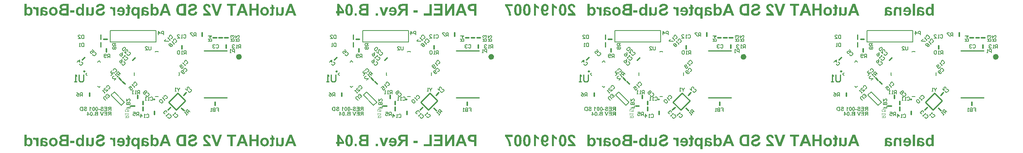
<source format=gbo>
G04 Layer_Color=32896*
%FSLAX43Y43*%
%MOMM*%
G71*
G01*
G75*
%ADD20C,0.254*%
%ADD53C,0.127*%
%ADD55C,0.305*%
%ADD57C,0.200*%
%ADD119C,0.250*%
%ADD120C,0.800*%
%ADD121C,0.300*%
%ADD122C,0.100*%
G36*
X180198Y34594D02*
X180258Y34589D01*
X180316Y34580D01*
X180369Y34569D01*
X180420Y34554D01*
X180469Y34540D01*
X180513Y34523D01*
X180551Y34507D01*
X180589Y34492D01*
X180620Y34474D01*
X180646Y34460D01*
X180669Y34447D01*
X180686Y34434D01*
X180700Y34425D01*
X180709Y34421D01*
X180711Y34418D01*
X180751Y34383D01*
X180788Y34343D01*
X180822Y34301D01*
X180851Y34254D01*
X180877Y34205D01*
X180899Y34159D01*
X180917Y34110D01*
X180933Y34063D01*
X180948Y34019D01*
X180957Y33977D01*
X180966Y33939D01*
X180973Y33905D01*
X180979Y33877D01*
X180982Y33857D01*
X180984Y33843D01*
Y33841D01*
Y33839D01*
X180495Y33790D01*
X180491Y33828D01*
X180487Y33866D01*
X180480Y33897D01*
X180473Y33928D01*
X180464Y33957D01*
X180455Y33981D01*
X180447Y34003D01*
X180438Y34023D01*
X180429Y34041D01*
X180420Y34056D01*
X180413Y34068D01*
X180404Y34079D01*
X180400Y34088D01*
X180396Y34092D01*
X180391Y34096D01*
X180353Y34127D01*
X180313Y34150D01*
X180273Y34167D01*
X180236Y34179D01*
X180200Y34185D01*
X180185Y34187D01*
X180171D01*
X180162Y34190D01*
X180147D01*
X180091Y34185D01*
X180043Y34176D01*
X180000Y34161D01*
X179967Y34145D01*
X179938Y34130D01*
X179918Y34114D01*
X179907Y34105D01*
X179903Y34101D01*
X179874Y34065D01*
X179852Y34023D01*
X179836Y33981D01*
X179825Y33941D01*
X179818Y33905D01*
X179816Y33888D01*
Y33874D01*
X179814Y33863D01*
Y33854D01*
Y33850D01*
Y33848D01*
Y33819D01*
X179818Y33792D01*
X179829Y33739D01*
X179847Y33688D01*
X179865Y33641D01*
X179883Y33604D01*
X179892Y33588D01*
X179900Y33575D01*
X179907Y33564D01*
X179912Y33555D01*
X179914Y33550D01*
X179916Y33548D01*
X179934Y33526D01*
X179956Y33499D01*
X179980Y33468D01*
X180011Y33435D01*
X180043Y33402D01*
X180078Y33366D01*
X180147Y33297D01*
X180182Y33264D01*
X180214Y33233D01*
X180242Y33204D01*
X180269Y33180D01*
X180291Y33157D01*
X180307Y33142D01*
X180318Y33133D01*
X180322Y33129D01*
X180396Y33060D01*
X180464Y32993D01*
X180527Y32931D01*
X180582Y32871D01*
X180633Y32818D01*
X180677Y32767D01*
X180717Y32720D01*
X180753Y32678D01*
X180784Y32640D01*
X180808Y32607D01*
X180831Y32580D01*
X180846Y32556D01*
X180860Y32538D01*
X180868Y32525D01*
X180873Y32516D01*
X180875Y32514D01*
X180899Y32469D01*
X180922Y32427D01*
X180942Y32383D01*
X180959Y32340D01*
X180988Y32258D01*
X181002Y32218D01*
X181010Y32183D01*
X181019Y32150D01*
X181026Y32118D01*
X181030Y32092D01*
X181035Y32070D01*
X181037Y32050D01*
X181039Y32036D01*
X181042Y32027D01*
Y32025D01*
X179321D01*
Y32480D01*
X180298D01*
X180282Y32505D01*
X180267Y32529D01*
X180249Y32551D01*
X180233Y32571D01*
X180220Y32589D01*
X180209Y32602D01*
X180200Y32611D01*
X180198Y32613D01*
X180185Y32629D01*
X180167Y32647D01*
X180147Y32667D01*
X180125Y32689D01*
X180078Y32736D01*
X180027Y32782D01*
X179980Y32827D01*
X179958Y32847D01*
X179940Y32864D01*
X179925Y32878D01*
X179914Y32889D01*
X179905Y32895D01*
X179903Y32898D01*
X179861Y32938D01*
X179823Y32973D01*
X179787Y33006D01*
X179754Y33040D01*
X179725Y33069D01*
X179698Y33095D01*
X179674Y33120D01*
X179654Y33142D01*
X179636Y33162D01*
X179621Y33180D01*
X179607Y33193D01*
X179599Y33204D01*
X179590Y33215D01*
X179585Y33222D01*
X179581Y33224D01*
Y33226D01*
X179534Y33288D01*
X179492Y33348D01*
X179459Y33404D01*
X179432Y33453D01*
X179419Y33475D01*
X179410Y33495D01*
X179401Y33510D01*
X179394Y33526D01*
X179390Y33537D01*
X179385Y33546D01*
X179383Y33550D01*
Y33553D01*
X179363Y33612D01*
X179348Y33670D01*
X179337Y33726D01*
X179328Y33777D01*
X179326Y33799D01*
X179323Y33819D01*
Y33837D01*
X179321Y33852D01*
Y33863D01*
Y33874D01*
Y33879D01*
Y33881D01*
X179323Y33937D01*
X179330Y33990D01*
X179341Y34041D01*
X179354Y34090D01*
X179372Y34134D01*
X179390Y34176D01*
X179410Y34214D01*
X179430Y34250D01*
X179450Y34281D01*
X179470Y34310D01*
X179488Y34334D01*
X179505Y34354D01*
X179519Y34369D01*
X179530Y34381D01*
X179536Y34387D01*
X179539Y34389D01*
X179581Y34425D01*
X179627Y34458D01*
X179674Y34485D01*
X179723Y34509D01*
X179774Y34529D01*
X179823Y34545D01*
X179872Y34558D01*
X179918Y34569D01*
X179963Y34578D01*
X180003Y34585D01*
X180040Y34589D01*
X180071Y34594D01*
X180098D01*
X180116Y34596D01*
X180134D01*
X180198Y34594D01*
D02*
G37*
G36*
X136156Y34594D02*
X136216Y34589D01*
X136274Y34580D01*
X136327Y34569D01*
X136378Y34554D01*
X136427Y34540D01*
X136472Y34523D01*
X136509Y34507D01*
X136547Y34492D01*
X136578Y34474D01*
X136605Y34460D01*
X136627Y34447D01*
X136645Y34434D01*
X136658Y34425D01*
X136667Y34420D01*
X136669Y34418D01*
X136709Y34383D01*
X136747Y34343D01*
X136780Y34301D01*
X136809Y34254D01*
X136836Y34205D01*
X136858Y34159D01*
X136876Y34110D01*
X136891Y34063D01*
X136907Y34019D01*
X136916Y33977D01*
X136925Y33939D01*
X136931Y33905D01*
X136938Y33877D01*
X136940Y33857D01*
X136942Y33843D01*
Y33841D01*
Y33839D01*
X136454Y33790D01*
X136449Y33828D01*
X136445Y33866D01*
X136438Y33897D01*
X136432Y33928D01*
X136423Y33957D01*
X136414Y33981D01*
X136405Y34003D01*
X136396Y34023D01*
X136387Y34041D01*
X136378Y34056D01*
X136372Y34068D01*
X136363Y34079D01*
X136358Y34088D01*
X136354Y34092D01*
X136350Y34096D01*
X136312Y34127D01*
X136272Y34150D01*
X136232Y34167D01*
X136194Y34179D01*
X136159Y34185D01*
X136143Y34187D01*
X136130D01*
X136121Y34190D01*
X136105D01*
X136050Y34185D01*
X136001Y34176D01*
X135959Y34161D01*
X135926Y34145D01*
X135897Y34130D01*
X135877Y34114D01*
X135866Y34105D01*
X135861Y34101D01*
X135832Y34065D01*
X135810Y34023D01*
X135795Y33981D01*
X135783Y33941D01*
X135777Y33905D01*
X135775Y33888D01*
Y33874D01*
X135772Y33863D01*
Y33854D01*
Y33850D01*
Y33848D01*
Y33819D01*
X135777Y33792D01*
X135788Y33739D01*
X135806Y33688D01*
X135823Y33641D01*
X135841Y33604D01*
X135850Y33588D01*
X135859Y33575D01*
X135866Y33564D01*
X135870Y33555D01*
X135872Y33550D01*
X135874Y33548D01*
X135892Y33526D01*
X135914Y33499D01*
X135939Y33468D01*
X135970Y33435D01*
X136001Y33402D01*
X136037Y33366D01*
X136105Y33297D01*
X136141Y33264D01*
X136172Y33233D01*
X136201Y33204D01*
X136227Y33180D01*
X136250Y33157D01*
X136265Y33142D01*
X136276Y33133D01*
X136281Y33128D01*
X136354Y33060D01*
X136423Y32993D01*
X136485Y32931D01*
X136540Y32871D01*
X136592Y32818D01*
X136636Y32767D01*
X136676Y32720D01*
X136711Y32678D01*
X136742Y32640D01*
X136767Y32607D01*
X136789Y32580D01*
X136805Y32556D01*
X136818Y32538D01*
X136827Y32525D01*
X136831Y32516D01*
X136833Y32514D01*
X136858Y32469D01*
X136880Y32427D01*
X136900Y32383D01*
X136918Y32340D01*
X136947Y32258D01*
X136960Y32218D01*
X136969Y32183D01*
X136978Y32149D01*
X136984Y32118D01*
X136989Y32092D01*
X136993Y32070D01*
X136996Y32050D01*
X136998Y32036D01*
X137000Y32027D01*
Y32025D01*
X135280D01*
Y32480D01*
X136256D01*
X136241Y32505D01*
X136225Y32529D01*
X136207Y32551D01*
X136192Y32571D01*
X136179Y32589D01*
X136168Y32602D01*
X136159Y32611D01*
X136156Y32613D01*
X136143Y32629D01*
X136125Y32647D01*
X136105Y32667D01*
X136083Y32689D01*
X136037Y32736D01*
X135985Y32782D01*
X135939Y32827D01*
X135917Y32847D01*
X135899Y32864D01*
X135883Y32878D01*
X135872Y32889D01*
X135863Y32895D01*
X135861Y32898D01*
X135819Y32938D01*
X135781Y32973D01*
X135746Y33006D01*
X135712Y33040D01*
X135684Y33069D01*
X135657Y33095D01*
X135633Y33120D01*
X135613Y33142D01*
X135595Y33162D01*
X135579Y33180D01*
X135566Y33193D01*
X135557Y33204D01*
X135548Y33215D01*
X135544Y33222D01*
X135539Y33224D01*
Y33226D01*
X135493Y33288D01*
X135450Y33348D01*
X135417Y33404D01*
X135391Y33453D01*
X135377Y33475D01*
X135368Y33495D01*
X135359Y33510D01*
X135353Y33526D01*
X135348Y33537D01*
X135344Y33546D01*
X135342Y33550D01*
Y33552D01*
X135322Y33612D01*
X135306Y33670D01*
X135295Y33726D01*
X135286Y33777D01*
X135284Y33799D01*
X135282Y33819D01*
Y33837D01*
X135280Y33852D01*
Y33863D01*
Y33874D01*
Y33879D01*
Y33881D01*
X135282Y33937D01*
X135288Y33990D01*
X135300Y34041D01*
X135313Y34090D01*
X135331Y34134D01*
X135348Y34176D01*
X135368Y34214D01*
X135388Y34250D01*
X135408Y34281D01*
X135428Y34309D01*
X135446Y34334D01*
X135464Y34354D01*
X135477Y34369D01*
X135488Y34381D01*
X135495Y34387D01*
X135497Y34389D01*
X135539Y34425D01*
X135586Y34458D01*
X135633Y34485D01*
X135681Y34509D01*
X135732Y34529D01*
X135781Y34545D01*
X135830Y34558D01*
X135877Y34569D01*
X135921Y34578D01*
X135961Y34585D01*
X135999Y34589D01*
X136030Y34594D01*
X136057D01*
X136074Y34596D01*
X136092D01*
X136156Y34594D01*
D02*
G37*
G36*
X55198D02*
X55258Y34589D01*
X55316Y34580D01*
X55369Y34569D01*
X55420Y34554D01*
X55469Y34540D01*
X55513Y34523D01*
X55551Y34507D01*
X55589Y34492D01*
X55620Y34474D01*
X55646Y34460D01*
X55669Y34447D01*
X55686Y34434D01*
X55700Y34425D01*
X55709Y34420D01*
X55711Y34418D01*
X55751Y34383D01*
X55788Y34343D01*
X55822Y34301D01*
X55851Y34254D01*
X55877Y34205D01*
X55899Y34159D01*
X55917Y34110D01*
X55933Y34063D01*
X55948Y34019D01*
X55957Y33977D01*
X55966Y33939D01*
X55973Y33905D01*
X55979Y33877D01*
X55982Y33857D01*
X55984Y33843D01*
Y33841D01*
Y33839D01*
X55495Y33790D01*
X55491Y33828D01*
X55487Y33866D01*
X55480Y33897D01*
X55473Y33928D01*
X55464Y33957D01*
X55455Y33981D01*
X55447Y34003D01*
X55438Y34023D01*
X55429Y34041D01*
X55420Y34056D01*
X55413Y34068D01*
X55404Y34079D01*
X55400Y34088D01*
X55396Y34092D01*
X55391Y34096D01*
X55353Y34127D01*
X55313Y34150D01*
X55273Y34167D01*
X55236Y34179D01*
X55200Y34185D01*
X55185Y34187D01*
X55171D01*
X55162Y34190D01*
X55147D01*
X55091Y34185D01*
X55043Y34176D01*
X55000Y34161D01*
X54967Y34145D01*
X54938Y34130D01*
X54918Y34114D01*
X54907Y34105D01*
X54903Y34101D01*
X54874Y34065D01*
X54852Y34023D01*
X54836Y33981D01*
X54825Y33941D01*
X54818Y33905D01*
X54816Y33888D01*
Y33874D01*
X54814Y33863D01*
Y33854D01*
Y33850D01*
Y33848D01*
Y33819D01*
X54818Y33792D01*
X54829Y33739D01*
X54847Y33688D01*
X54865Y33641D01*
X54883Y33604D01*
X54892Y33588D01*
X54900Y33575D01*
X54907Y33564D01*
X54912Y33555D01*
X54914Y33550D01*
X54916Y33548D01*
X54934Y33526D01*
X54956Y33499D01*
X54980Y33468D01*
X55011Y33435D01*
X55043Y33402D01*
X55078Y33366D01*
X55147Y33297D01*
X55182Y33264D01*
X55214Y33233D01*
X55242Y33204D01*
X55269Y33180D01*
X55291Y33157D01*
X55307Y33142D01*
X55318Y33133D01*
X55322Y33128D01*
X55396Y33060D01*
X55464Y32993D01*
X55527Y32931D01*
X55582Y32871D01*
X55633Y32818D01*
X55677Y32767D01*
X55717Y32720D01*
X55753Y32678D01*
X55784Y32640D01*
X55808Y32607D01*
X55831Y32580D01*
X55846Y32556D01*
X55860Y32538D01*
X55868Y32525D01*
X55873Y32516D01*
X55875Y32514D01*
X55899Y32469D01*
X55922Y32427D01*
X55942Y32383D01*
X55959Y32340D01*
X55988Y32258D01*
X56002Y32218D01*
X56010Y32183D01*
X56019Y32149D01*
X56026Y32118D01*
X56030Y32092D01*
X56035Y32070D01*
X56037Y32050D01*
X56039Y32036D01*
X56042Y32027D01*
Y32025D01*
X54321D01*
Y32480D01*
X55298D01*
X55282Y32505D01*
X55267Y32529D01*
X55249Y32551D01*
X55233Y32571D01*
X55220Y32589D01*
X55209Y32602D01*
X55200Y32611D01*
X55198Y32613D01*
X55185Y32629D01*
X55167Y32647D01*
X55147Y32667D01*
X55125Y32689D01*
X55078Y32736D01*
X55027Y32782D01*
X54980Y32827D01*
X54958Y32847D01*
X54940Y32864D01*
X54925Y32878D01*
X54914Y32889D01*
X54905Y32895D01*
X54903Y32898D01*
X54861Y32938D01*
X54823Y32973D01*
X54787Y33006D01*
X54754Y33040D01*
X54725Y33069D01*
X54698Y33095D01*
X54674Y33120D01*
X54654Y33142D01*
X54636Y33162D01*
X54621Y33180D01*
X54607Y33193D01*
X54599Y33204D01*
X54590Y33215D01*
X54585Y33222D01*
X54581Y33224D01*
Y33226D01*
X54534Y33288D01*
X54492Y33348D01*
X54459Y33404D01*
X54432Y33453D01*
X54419Y33475D01*
X54410Y33495D01*
X54401Y33510D01*
X54394Y33526D01*
X54390Y33537D01*
X54385Y33546D01*
X54383Y33550D01*
Y33552D01*
X54363Y33612D01*
X54348Y33670D01*
X54337Y33726D01*
X54328Y33777D01*
X54326Y33799D01*
X54323Y33819D01*
Y33837D01*
X54321Y33852D01*
Y33863D01*
Y33874D01*
Y33879D01*
Y33881D01*
X54323Y33937D01*
X54330Y33990D01*
X54341Y34041D01*
X54354Y34090D01*
X54372Y34134D01*
X54390Y34176D01*
X54410Y34214D01*
X54430Y34250D01*
X54450Y34281D01*
X54470Y34309D01*
X54488Y34334D01*
X54505Y34354D01*
X54519Y34369D01*
X54530Y34381D01*
X54536Y34387D01*
X54539Y34389D01*
X54581Y34425D01*
X54627Y34458D01*
X54674Y34485D01*
X54723Y34509D01*
X54774Y34529D01*
X54823Y34545D01*
X54872Y34558D01*
X54918Y34569D01*
X54963Y34578D01*
X55003Y34585D01*
X55040Y34589D01*
X55071Y34594D01*
X55098D01*
X55116Y34596D01*
X55134D01*
X55198Y34594D01*
D02*
G37*
G36*
X216500Y32025D02*
X216045D01*
Y32296D01*
X216001Y32241D01*
X215956Y32194D01*
X215912Y32154D01*
X215872Y32121D01*
X215834Y32094D01*
X215818Y32085D01*
X215807Y32076D01*
X215796Y32070D01*
X215787Y32065D01*
X215783Y32061D01*
X215781D01*
X215723Y32034D01*
X215665Y32016D01*
X215612Y32003D01*
X215565Y31992D01*
X215543Y31990D01*
X215523Y31987D01*
X215508Y31985D01*
X215492D01*
X215481Y31983D01*
X215465D01*
X215406Y31985D01*
X215348Y31994D01*
X215295Y32007D01*
X215244Y32023D01*
X215195Y32043D01*
X215148Y32063D01*
X215106Y32087D01*
X215068Y32112D01*
X215035Y32134D01*
X215004Y32158D01*
X214977Y32178D01*
X214955Y32198D01*
X214937Y32214D01*
X214926Y32227D01*
X214917Y32236D01*
X214915Y32238D01*
X214875Y32289D01*
X214839Y32345D01*
X214811Y32403D01*
X214784Y32463D01*
X214762Y32522D01*
X214744Y32582D01*
X214728Y32642D01*
X214717Y32702D01*
X214708Y32756D01*
X214700Y32807D01*
X214695Y32853D01*
X214693Y32893D01*
X214691Y32926D01*
X214689Y32940D01*
Y32951D01*
Y32960D01*
Y32966D01*
Y32969D01*
Y32971D01*
X214691Y33055D01*
X214697Y33133D01*
X214708Y33206D01*
X214724Y33275D01*
X214740Y33337D01*
X214760Y33395D01*
X214780Y33448D01*
X214800Y33495D01*
X214819Y33537D01*
X214839Y33572D01*
X214859Y33604D01*
X214875Y33630D01*
X214891Y33650D01*
X214902Y33664D01*
X214908Y33672D01*
X214911Y33675D01*
X214953Y33719D01*
X214999Y33757D01*
X215044Y33788D01*
X215093Y33817D01*
X215139Y33841D01*
X215186Y33861D01*
X215230Y33877D01*
X215275Y33890D01*
X215315Y33901D01*
X215352Y33908D01*
X215386Y33914D01*
X215414Y33917D01*
X215439Y33919D01*
X215457Y33921D01*
X215472D01*
X215530Y33919D01*
X215585Y33910D01*
X215636Y33897D01*
X215688Y33881D01*
X215734Y33861D01*
X215779Y33839D01*
X215821Y33814D01*
X215856Y33792D01*
X215892Y33768D01*
X215921Y33743D01*
X215947Y33721D01*
X215969Y33701D01*
X215987Y33686D01*
X215998Y33672D01*
X216007Y33664D01*
X216009Y33661D01*
Y34585D01*
X216500D01*
Y32025D01*
D02*
G37*
G36*
X152872D02*
X152417D01*
Y32296D01*
X152373Y32241D01*
X152329Y32194D01*
X152284Y32154D01*
X152244Y32121D01*
X152206Y32094D01*
X152191Y32085D01*
X152180Y32076D01*
X152169Y32070D01*
X152160Y32065D01*
X152155Y32061D01*
X152153D01*
X152095Y32034D01*
X152038Y32016D01*
X151984Y32003D01*
X151938Y31992D01*
X151916Y31990D01*
X151896Y31987D01*
X151880Y31985D01*
X151865D01*
X151854Y31983D01*
X151838D01*
X151778Y31985D01*
X151720Y31994D01*
X151667Y32007D01*
X151616Y32023D01*
X151567Y32043D01*
X151521Y32063D01*
X151478Y32087D01*
X151441Y32112D01*
X151407Y32134D01*
X151376Y32158D01*
X151350Y32178D01*
X151327Y32198D01*
X151310Y32214D01*
X151299Y32227D01*
X151290Y32236D01*
X151287Y32238D01*
X151247Y32289D01*
X151212Y32345D01*
X151183Y32403D01*
X151156Y32463D01*
X151134Y32522D01*
X151116Y32582D01*
X151101Y32642D01*
X151090Y32702D01*
X151081Y32756D01*
X151072Y32807D01*
X151068Y32853D01*
X151065Y32893D01*
X151063Y32926D01*
X151061Y32940D01*
Y32951D01*
Y32960D01*
Y32966D01*
Y32969D01*
Y32971D01*
X151063Y33055D01*
X151070Y33133D01*
X151081Y33206D01*
X151097Y33275D01*
X151112Y33337D01*
X151132Y33395D01*
X151152Y33448D01*
X151172Y33495D01*
X151192Y33537D01*
X151212Y33572D01*
X151232Y33604D01*
X151247Y33630D01*
X151263Y33650D01*
X151274Y33664D01*
X151281Y33672D01*
X151283Y33675D01*
X151325Y33719D01*
X151372Y33757D01*
X151416Y33788D01*
X151465Y33817D01*
X151512Y33841D01*
X151558Y33861D01*
X151603Y33877D01*
X151647Y33890D01*
X151687Y33901D01*
X151725Y33908D01*
X151758Y33914D01*
X151787Y33917D01*
X151811Y33919D01*
X151829Y33921D01*
X151845D01*
X151902Y33919D01*
X151958Y33910D01*
X152009Y33897D01*
X152060Y33881D01*
X152107Y33861D01*
X152151Y33839D01*
X152193Y33814D01*
X152229Y33792D01*
X152264Y33768D01*
X152293Y33743D01*
X152320Y33721D01*
X152342Y33701D01*
X152360Y33686D01*
X152371Y33672D01*
X152380Y33664D01*
X152382Y33661D01*
Y34585D01*
X152872D01*
Y32025D01*
D02*
G37*
G36*
X27872Y32025D02*
X27417D01*
Y32296D01*
X27373Y32240D01*
X27329Y32194D01*
X27284Y32154D01*
X27244Y32121D01*
X27206Y32094D01*
X27191Y32085D01*
X27180Y32076D01*
X27169Y32070D01*
X27160Y32065D01*
X27155Y32061D01*
X27153D01*
X27095Y32034D01*
X27038Y32016D01*
X26984Y32003D01*
X26938Y31992D01*
X26916Y31990D01*
X26896Y31987D01*
X26880Y31985D01*
X26865D01*
X26854Y31983D01*
X26838D01*
X26778Y31985D01*
X26720Y31994D01*
X26667Y32007D01*
X26616Y32023D01*
X26567Y32043D01*
X26521Y32063D01*
X26478Y32087D01*
X26441Y32112D01*
X26407Y32134D01*
X26376Y32158D01*
X26350Y32178D01*
X26327Y32198D01*
X26310Y32214D01*
X26299Y32227D01*
X26290Y32236D01*
X26287Y32238D01*
X26247Y32289D01*
X26212Y32345D01*
X26183Y32403D01*
X26156Y32462D01*
X26134Y32522D01*
X26116Y32582D01*
X26101Y32642D01*
X26090Y32702D01*
X26081Y32756D01*
X26072Y32807D01*
X26068Y32853D01*
X26065Y32893D01*
X26063Y32926D01*
X26061Y32940D01*
Y32951D01*
Y32960D01*
Y32966D01*
Y32969D01*
Y32971D01*
X26063Y33055D01*
X26070Y33133D01*
X26081Y33206D01*
X26097Y33275D01*
X26112Y33337D01*
X26132Y33395D01*
X26152Y33448D01*
X26172Y33495D01*
X26192Y33537D01*
X26212Y33572D01*
X26232Y33604D01*
X26247Y33630D01*
X26263Y33650D01*
X26274Y33663D01*
X26281Y33672D01*
X26283Y33675D01*
X26325Y33719D01*
X26372Y33757D01*
X26416Y33788D01*
X26465Y33817D01*
X26512Y33841D01*
X26558Y33861D01*
X26603Y33877D01*
X26647Y33890D01*
X26687Y33901D01*
X26725Y33908D01*
X26758Y33914D01*
X26787Y33917D01*
X26811Y33919D01*
X26829Y33921D01*
X26845D01*
X26902Y33919D01*
X26958Y33910D01*
X27009Y33897D01*
X27060Y33881D01*
X27107Y33861D01*
X27151Y33839D01*
X27193Y33814D01*
X27229Y33792D01*
X27264Y33768D01*
X27293Y33743D01*
X27320Y33721D01*
X27342Y33701D01*
X27360Y33686D01*
X27371Y33672D01*
X27380Y33663D01*
X27382Y33661D01*
Y34585D01*
X27872D01*
Y32025D01*
D02*
G37*
G36*
X191597Y32025D02*
X191080D01*
Y33144D01*
X190070D01*
Y32025D01*
X189553D01*
Y34585D01*
X190070D01*
Y33577D01*
X191080D01*
Y34585D01*
X191597D01*
Y32025D01*
D02*
G37*
G36*
X66597Y32025D02*
X66080D01*
Y33144D01*
X65070D01*
Y32025D01*
X64553D01*
Y34585D01*
X65070D01*
Y33577D01*
X66080D01*
Y34585D01*
X66597D01*
Y32025D01*
D02*
G37*
G36*
X132121Y34551D02*
X132141Y34512D01*
X132163Y34472D01*
X132187Y34432D01*
X132212Y34396D01*
X132238Y34363D01*
X132265Y34332D01*
X132289Y34303D01*
X132314Y34276D01*
X132338Y34254D01*
X132358Y34234D01*
X132376Y34216D01*
X132391Y34203D01*
X132405Y34194D01*
X132411Y34187D01*
X132414Y34185D01*
X132456Y34154D01*
X132496Y34125D01*
X132536Y34099D01*
X132573Y34074D01*
X132609Y34052D01*
X132644Y34032D01*
X132676Y34016D01*
X132704Y34001D01*
X132733Y33988D01*
X132755Y33977D01*
X132778Y33968D01*
X132795Y33961D01*
X132809Y33954D01*
X132820Y33950D01*
X132826Y33948D01*
X132829D01*
Y33501D01*
X132762Y33526D01*
X132698Y33552D01*
X132636Y33579D01*
X132576Y33610D01*
X132520Y33641D01*
X132467Y33672D01*
X132420Y33701D01*
X132374Y33732D01*
X132334Y33761D01*
X132298Y33786D01*
X132267Y33810D01*
X132243Y33832D01*
X132220Y33848D01*
X132207Y33861D01*
X132196Y33870D01*
X132194Y33872D01*
Y32025D01*
X131703D01*
Y34596D01*
X132103D01*
X132121Y34551D01*
D02*
G37*
G36*
X128142D02*
X128162Y34512D01*
X128185Y34472D01*
X128209Y34432D01*
X128233Y34396D01*
X128260Y34363D01*
X128287Y34332D01*
X128311Y34303D01*
X128335Y34276D01*
X128360Y34254D01*
X128380Y34234D01*
X128398Y34216D01*
X128413Y34203D01*
X128427Y34194D01*
X128433Y34187D01*
X128435Y34185D01*
X128478Y34154D01*
X128518Y34125D01*
X128557Y34099D01*
X128595Y34074D01*
X128631Y34052D01*
X128666Y34032D01*
X128697Y34016D01*
X128726Y34001D01*
X128755Y33988D01*
X128777Y33977D01*
X128799Y33968D01*
X128817Y33961D01*
X128831Y33954D01*
X128842Y33950D01*
X128848Y33948D01*
X128851D01*
Y33501D01*
X128784Y33526D01*
X128720Y33552D01*
X128657Y33579D01*
X128597Y33610D01*
X128542Y33641D01*
X128489Y33672D01*
X128442Y33701D01*
X128395Y33732D01*
X128355Y33761D01*
X128320Y33786D01*
X128289Y33810D01*
X128264Y33832D01*
X128242Y33848D01*
X128229Y33861D01*
X128218Y33870D01*
X128216Y33872D01*
Y32025D01*
X127725D01*
Y34596D01*
X128125D01*
X128142Y34551D01*
D02*
G37*
G36*
X213636Y33919D02*
X213696Y33914D01*
X213754Y33910D01*
X213807Y33901D01*
X213856Y33890D01*
X213900Y33879D01*
X213943Y33868D01*
X213978Y33857D01*
X214011Y33843D01*
X214038Y33832D01*
X214062Y33821D01*
X214080Y33810D01*
X214096Y33801D01*
X214107Y33797D01*
X214114Y33792D01*
X214116Y33790D01*
X214149Y33763D01*
X214180Y33737D01*
X214207Y33706D01*
X214233Y33675D01*
X214258Y33641D01*
X214278Y33608D01*
X214298Y33575D01*
X214313Y33544D01*
X214329Y33513D01*
X214340Y33484D01*
X214351Y33459D01*
X214360Y33437D01*
X214364Y33419D01*
X214369Y33404D01*
X214373Y33395D01*
Y33393D01*
X213927Y33313D01*
X213909Y33357D01*
X213889Y33395D01*
X213869Y33426D01*
X213852Y33450D01*
X213834Y33470D01*
X213821Y33484D01*
X213812Y33490D01*
X213809Y33493D01*
X213781Y33510D01*
X213747Y33524D01*
X213712Y33533D01*
X213681Y33539D01*
X213650Y33544D01*
X213627Y33546D01*
X213570D01*
X213539Y33544D01*
X213508Y33539D01*
X213481Y33537D01*
X213456Y33533D01*
X213436Y33526D01*
X213416Y33521D01*
X213399Y33515D01*
X213385Y33508D01*
X213372Y33504D01*
X213354Y33493D01*
X213343Y33486D01*
X213341Y33484D01*
X213317Y33457D01*
X213299Y33428D01*
X213288Y33395D01*
X213279Y33362D01*
X213274Y33331D01*
X213270Y33306D01*
Y33297D01*
Y33291D01*
Y33286D01*
Y33284D01*
Y33235D01*
X213297Y33224D01*
X213328Y33213D01*
X213363Y33202D01*
X213401Y33191D01*
X213481Y33171D01*
X213559Y33153D01*
X213596Y33144D01*
X213632Y33137D01*
X213665Y33131D01*
X213694Y33124D01*
X213716Y33120D01*
X213734Y33115D01*
X213745Y33113D01*
X213749D01*
X213796Y33104D01*
X213840Y33093D01*
X213880Y33084D01*
X213918Y33075D01*
X213954Y33064D01*
X213985Y33055D01*
X214014Y33046D01*
X214040Y33037D01*
X214065Y33029D01*
X214085Y33022D01*
X214100Y33015D01*
X214116Y33009D01*
X214127Y33004D01*
X214134Y33000D01*
X214138Y32998D01*
X214140D01*
X214189Y32971D01*
X214231Y32942D01*
X214267Y32909D01*
X214296Y32880D01*
X214320Y32851D01*
X214338Y32829D01*
X214342Y32820D01*
X214347Y32813D01*
X214351Y32811D01*
Y32809D01*
X214376Y32762D01*
X214393Y32713D01*
X214407Y32667D01*
X214415Y32625D01*
X214420Y32587D01*
X214422Y32571D01*
Y32558D01*
X214424Y32547D01*
Y32538D01*
Y32534D01*
Y32531D01*
X214422Y32487D01*
X214418Y32447D01*
X214409Y32407D01*
X214398Y32369D01*
X214387Y32336D01*
X214373Y32303D01*
X214358Y32274D01*
X214342Y32245D01*
X214327Y32221D01*
X214311Y32201D01*
X214298Y32183D01*
X214287Y32167D01*
X214276Y32154D01*
X214267Y32145D01*
X214262Y32141D01*
X214260Y32138D01*
X214227Y32112D01*
X214193Y32087D01*
X214158Y32067D01*
X214120Y32050D01*
X214082Y32034D01*
X214045Y32021D01*
X214009Y32010D01*
X213974Y32003D01*
X213940Y31996D01*
X213909Y31992D01*
X213880Y31987D01*
X213856Y31985D01*
X213836Y31983D01*
X213809D01*
X213749Y31985D01*
X213692Y31992D01*
X213641Y32003D01*
X213594Y32014D01*
X213574Y32019D01*
X213556Y32023D01*
X213541Y32030D01*
X213527Y32034D01*
X213516Y32039D01*
X213510Y32041D01*
X213505Y32043D01*
X213503D01*
X213450Y32070D01*
X213401Y32098D01*
X213354Y32130D01*
X213314Y32158D01*
X213281Y32185D01*
X213268Y32196D01*
X213257Y32207D01*
X213248Y32216D01*
X213241Y32223D01*
X213237Y32225D01*
X213234Y32227D01*
X213232Y32221D01*
X213228Y32212D01*
X213223Y32194D01*
X213221Y32185D01*
X213219Y32176D01*
X213217Y32172D01*
Y32169D01*
X213206Y32136D01*
X213197Y32107D01*
X213188Y32083D01*
X213181Y32061D01*
X213177Y32045D01*
X213172Y32034D01*
X213168Y32027D01*
Y32025D01*
X212682D01*
X212704Y32074D01*
X212722Y32118D01*
X212737Y32161D01*
X212750Y32198D01*
X212759Y32227D01*
X212766Y32252D01*
X212768Y32261D01*
Y32267D01*
X212770Y32269D01*
Y32272D01*
X212775Y32296D01*
X212777Y32320D01*
X212784Y32378D01*
X212788Y32438D01*
X212790Y32496D01*
Y32525D01*
Y32549D01*
X212793Y32574D01*
Y32593D01*
Y32611D01*
Y32622D01*
Y32631D01*
Y32633D01*
X212786Y33206D01*
Y33264D01*
X212788Y33317D01*
X212793Y33366D01*
X212797Y33410D01*
X212802Y33450D01*
X212806Y33486D01*
X212813Y33517D01*
X212819Y33546D01*
X212826Y33570D01*
X212830Y33590D01*
X212837Y33608D01*
X212842Y33621D01*
X212846Y33632D01*
X212850Y33639D01*
X212853Y33644D01*
Y33646D01*
X212866Y33668D01*
X212881Y33688D01*
X212917Y33728D01*
X212955Y33761D01*
X212992Y33790D01*
X213026Y33812D01*
X213041Y33821D01*
X213055Y33830D01*
X213066Y33834D01*
X213075Y33839D01*
X213079Y33843D01*
X213081D01*
X213112Y33857D01*
X213148Y33870D01*
X213186Y33879D01*
X213226Y33888D01*
X213305Y33901D01*
X213385Y33912D01*
X213423Y33914D01*
X213456Y33917D01*
X213488Y33919D01*
X213516D01*
X213539Y33921D01*
X213570D01*
X213636Y33919D01*
D02*
G37*
G36*
X206479D02*
X206539Y33914D01*
X206597Y33910D01*
X206650Y33901D01*
X206699Y33890D01*
X206743Y33879D01*
X206785Y33868D01*
X206821Y33857D01*
X206854Y33843D01*
X206881Y33832D01*
X206905Y33821D01*
X206923Y33810D01*
X206939Y33801D01*
X206950Y33797D01*
X206956Y33792D01*
X206959Y33790D01*
X206992Y33763D01*
X207023Y33737D01*
X207050Y33706D01*
X207076Y33675D01*
X207101Y33641D01*
X207121Y33608D01*
X207141Y33575D01*
X207156Y33544D01*
X207172Y33513D01*
X207183Y33484D01*
X207194Y33459D01*
X207203Y33437D01*
X207207Y33419D01*
X207212Y33404D01*
X207216Y33395D01*
Y33393D01*
X206770Y33313D01*
X206752Y33357D01*
X206732Y33395D01*
X206712Y33426D01*
X206694Y33450D01*
X206677Y33470D01*
X206663Y33484D01*
X206654Y33490D01*
X206652Y33493D01*
X206623Y33510D01*
X206590Y33524D01*
X206555Y33533D01*
X206523Y33539D01*
X206492Y33544D01*
X206470Y33546D01*
X206413D01*
X206381Y33544D01*
X206350Y33539D01*
X206324Y33537D01*
X206299Y33533D01*
X206279Y33526D01*
X206259Y33521D01*
X206242Y33515D01*
X206228Y33508D01*
X206215Y33504D01*
X206197Y33493D01*
X206186Y33486D01*
X206184Y33484D01*
X206159Y33457D01*
X206142Y33428D01*
X206131Y33395D01*
X206122Y33362D01*
X206117Y33331D01*
X206113Y33306D01*
Y33297D01*
Y33291D01*
Y33286D01*
Y33284D01*
Y33235D01*
X206139Y33224D01*
X206171Y33213D01*
X206206Y33202D01*
X206244Y33191D01*
X206324Y33171D01*
X206401Y33153D01*
X206439Y33144D01*
X206475Y33137D01*
X206508Y33131D01*
X206537Y33124D01*
X206559Y33120D01*
X206577Y33115D01*
X206588Y33113D01*
X206592D01*
X206639Y33104D01*
X206683Y33093D01*
X206723Y33084D01*
X206761Y33075D01*
X206797Y33064D01*
X206828Y33055D01*
X206857Y33046D01*
X206883Y33037D01*
X206908Y33029D01*
X206928Y33022D01*
X206943Y33015D01*
X206959Y33009D01*
X206970Y33004D01*
X206976Y33000D01*
X206981Y32998D01*
X206983D01*
X207032Y32971D01*
X207074Y32942D01*
X207110Y32909D01*
X207138Y32880D01*
X207163Y32851D01*
X207181Y32829D01*
X207185Y32820D01*
X207189Y32813D01*
X207194Y32811D01*
Y32809D01*
X207218Y32762D01*
X207236Y32713D01*
X207249Y32667D01*
X207258Y32625D01*
X207263Y32587D01*
X207265Y32571D01*
Y32558D01*
X207267Y32547D01*
Y32538D01*
Y32534D01*
Y32531D01*
X207265Y32487D01*
X207261Y32447D01*
X207252Y32407D01*
X207241Y32369D01*
X207229Y32336D01*
X207216Y32303D01*
X207201Y32274D01*
X207185Y32245D01*
X207170Y32221D01*
X207154Y32201D01*
X207141Y32183D01*
X207130Y32167D01*
X207118Y32154D01*
X207110Y32145D01*
X207105Y32141D01*
X207103Y32138D01*
X207070Y32112D01*
X207036Y32087D01*
X207001Y32067D01*
X206963Y32050D01*
X206925Y32034D01*
X206888Y32021D01*
X206852Y32010D01*
X206817Y32003D01*
X206783Y31996D01*
X206752Y31992D01*
X206723Y31987D01*
X206699Y31985D01*
X206679Y31983D01*
X206652D01*
X206592Y31985D01*
X206535Y31992D01*
X206484Y32003D01*
X206437Y32014D01*
X206417Y32019D01*
X206399Y32023D01*
X206384Y32030D01*
X206370Y32034D01*
X206359Y32039D01*
X206353Y32041D01*
X206348Y32043D01*
X206346D01*
X206293Y32070D01*
X206244Y32098D01*
X206197Y32130D01*
X206157Y32158D01*
X206124Y32185D01*
X206111Y32196D01*
X206099Y32207D01*
X206091Y32216D01*
X206084Y32223D01*
X206080Y32225D01*
X206077Y32227D01*
X206075Y32221D01*
X206071Y32212D01*
X206066Y32194D01*
X206064Y32185D01*
X206062Y32176D01*
X206060Y32172D01*
Y32169D01*
X206048Y32136D01*
X206040Y32107D01*
X206031Y32083D01*
X206024Y32061D01*
X206020Y32045D01*
X206015Y32034D01*
X206011Y32027D01*
Y32025D01*
X205525D01*
X205547Y32074D01*
X205564Y32118D01*
X205580Y32161D01*
X205593Y32198D01*
X205602Y32227D01*
X205609Y32252D01*
X205611Y32261D01*
Y32267D01*
X205613Y32269D01*
Y32272D01*
X205618Y32296D01*
X205620Y32320D01*
X205627Y32378D01*
X205631Y32438D01*
X205633Y32496D01*
Y32525D01*
Y32549D01*
X205636Y32574D01*
Y32593D01*
Y32611D01*
Y32622D01*
Y32631D01*
Y32633D01*
X205629Y33206D01*
Y33264D01*
X205631Y33317D01*
X205636Y33366D01*
X205640Y33410D01*
X205644Y33450D01*
X205649Y33486D01*
X205656Y33517D01*
X205662Y33546D01*
X205669Y33570D01*
X205673Y33590D01*
X205680Y33608D01*
X205684Y33621D01*
X205689Y33632D01*
X205693Y33639D01*
X205695Y33644D01*
Y33646D01*
X205709Y33668D01*
X205724Y33688D01*
X205760Y33728D01*
X205798Y33761D01*
X205835Y33790D01*
X205869Y33812D01*
X205884Y33821D01*
X205897Y33830D01*
X205909Y33834D01*
X205917Y33839D01*
X205922Y33843D01*
X205924D01*
X205955Y33857D01*
X205991Y33870D01*
X206028Y33879D01*
X206068Y33888D01*
X206148Y33901D01*
X206228Y33912D01*
X206266Y33914D01*
X206299Y33917D01*
X206330Y33919D01*
X206359D01*
X206381Y33921D01*
X206413D01*
X206479Y33919D01*
D02*
G37*
G36*
X166503D02*
X166563Y33914D01*
X166621Y33910D01*
X166674Y33901D01*
X166723Y33890D01*
X166767Y33879D01*
X166809Y33868D01*
X166845Y33857D01*
X166878Y33843D01*
X166905Y33832D01*
X166929Y33821D01*
X166947Y33810D01*
X166963Y33801D01*
X166974Y33797D01*
X166980Y33792D01*
X166983Y33790D01*
X167016Y33763D01*
X167047Y33737D01*
X167074Y33706D01*
X167100Y33675D01*
X167125Y33641D01*
X167145Y33608D01*
X167165Y33575D01*
X167180Y33544D01*
X167196Y33513D01*
X167207Y33484D01*
X167218Y33459D01*
X167227Y33437D01*
X167231Y33419D01*
X167236Y33404D01*
X167240Y33395D01*
Y33393D01*
X166794Y33313D01*
X166776Y33357D01*
X166756Y33395D01*
X166736Y33426D01*
X166718Y33450D01*
X166701Y33470D01*
X166687Y33484D01*
X166678Y33490D01*
X166676Y33493D01*
X166647Y33510D01*
X166614Y33524D01*
X166579Y33533D01*
X166547Y33539D01*
X166516Y33544D01*
X166494Y33546D01*
X166436D01*
X166405Y33544D01*
X166374Y33539D01*
X166348Y33537D01*
X166323Y33533D01*
X166303Y33526D01*
X166283Y33521D01*
X166265Y33515D01*
X166252Y33508D01*
X166239Y33504D01*
X166221Y33493D01*
X166210Y33486D01*
X166208Y33484D01*
X166183Y33457D01*
X166166Y33428D01*
X166154Y33395D01*
X166146Y33362D01*
X166141Y33331D01*
X166137Y33306D01*
Y33297D01*
Y33291D01*
Y33286D01*
Y33284D01*
Y33235D01*
X166163Y33224D01*
X166194Y33213D01*
X166230Y33202D01*
X166268Y33191D01*
X166348Y33171D01*
X166425Y33153D01*
X166463Y33144D01*
X166499Y33137D01*
X166532Y33131D01*
X166561Y33124D01*
X166583Y33120D01*
X166601Y33115D01*
X166612Y33113D01*
X166616D01*
X166663Y33104D01*
X166707Y33093D01*
X166747Y33084D01*
X166785Y33075D01*
X166820Y33064D01*
X166852Y33055D01*
X166880Y33046D01*
X166907Y33037D01*
X166931Y33029D01*
X166951Y33022D01*
X166967Y33015D01*
X166983Y33009D01*
X166994Y33004D01*
X167000Y33000D01*
X167005Y32998D01*
X167007D01*
X167056Y32971D01*
X167098Y32942D01*
X167133Y32909D01*
X167162Y32880D01*
X167187Y32851D01*
X167205Y32829D01*
X167209Y32820D01*
X167213Y32813D01*
X167218Y32811D01*
Y32809D01*
X167242Y32762D01*
X167260Y32713D01*
X167273Y32667D01*
X167282Y32625D01*
X167287Y32587D01*
X167289Y32571D01*
Y32558D01*
X167291Y32547D01*
Y32538D01*
Y32534D01*
Y32531D01*
X167289Y32487D01*
X167284Y32447D01*
X167276Y32407D01*
X167264Y32369D01*
X167253Y32336D01*
X167240Y32303D01*
X167225Y32274D01*
X167209Y32245D01*
X167193Y32221D01*
X167178Y32201D01*
X167165Y32183D01*
X167153Y32167D01*
X167142Y32154D01*
X167133Y32145D01*
X167129Y32141D01*
X167127Y32138D01*
X167094Y32112D01*
X167060Y32087D01*
X167025Y32067D01*
X166987Y32050D01*
X166949Y32034D01*
X166911Y32021D01*
X166876Y32010D01*
X166840Y32003D01*
X166807Y31996D01*
X166776Y31992D01*
X166747Y31987D01*
X166723Y31985D01*
X166703Y31983D01*
X166676D01*
X166616Y31985D01*
X166559Y31992D01*
X166507Y32003D01*
X166461Y32014D01*
X166441Y32019D01*
X166423Y32023D01*
X166408Y32030D01*
X166394Y32034D01*
X166383Y32039D01*
X166376Y32041D01*
X166372Y32043D01*
X166370D01*
X166317Y32070D01*
X166268Y32098D01*
X166221Y32130D01*
X166181Y32158D01*
X166148Y32185D01*
X166135Y32196D01*
X166123Y32207D01*
X166115Y32216D01*
X166108Y32223D01*
X166103Y32225D01*
X166101Y32227D01*
X166099Y32221D01*
X166095Y32212D01*
X166090Y32194D01*
X166088Y32185D01*
X166086Y32176D01*
X166083Y32172D01*
Y32169D01*
X166072Y32136D01*
X166063Y32107D01*
X166055Y32083D01*
X166048Y32061D01*
X166044Y32045D01*
X166039Y32034D01*
X166035Y32027D01*
Y32025D01*
X165548D01*
X165571Y32074D01*
X165588Y32118D01*
X165604Y32161D01*
X165617Y32198D01*
X165626Y32227D01*
X165633Y32252D01*
X165635Y32261D01*
Y32267D01*
X165637Y32269D01*
Y32272D01*
X165642Y32296D01*
X165644Y32320D01*
X165651Y32378D01*
X165655Y32438D01*
X165657Y32496D01*
Y32525D01*
Y32549D01*
X165659Y32574D01*
Y32593D01*
Y32611D01*
Y32622D01*
Y32631D01*
Y32633D01*
X165653Y33206D01*
Y33264D01*
X165655Y33317D01*
X165659Y33366D01*
X165664Y33410D01*
X165668Y33450D01*
X165673Y33486D01*
X165679Y33517D01*
X165686Y33546D01*
X165693Y33570D01*
X165697Y33590D01*
X165704Y33608D01*
X165708Y33621D01*
X165713Y33632D01*
X165717Y33639D01*
X165719Y33644D01*
Y33646D01*
X165733Y33668D01*
X165748Y33688D01*
X165784Y33728D01*
X165822Y33761D01*
X165859Y33790D01*
X165893Y33812D01*
X165908Y33821D01*
X165921Y33830D01*
X165932Y33834D01*
X165941Y33839D01*
X165946Y33843D01*
X165948D01*
X165979Y33857D01*
X166015Y33870D01*
X166052Y33879D01*
X166092Y33888D01*
X166172Y33901D01*
X166252Y33912D01*
X166290Y33914D01*
X166323Y33917D01*
X166354Y33919D01*
X166383D01*
X166405Y33921D01*
X166436D01*
X166503Y33919D01*
D02*
G37*
G36*
X144053D02*
X144113Y33914D01*
X144170Y33910D01*
X144224Y33901D01*
X144272Y33890D01*
X144317Y33879D01*
X144359Y33868D01*
X144394Y33857D01*
X144428Y33843D01*
X144454Y33832D01*
X144479Y33821D01*
X144497Y33810D01*
X144512Y33801D01*
X144523Y33797D01*
X144530Y33792D01*
X144532Y33790D01*
X144565Y33763D01*
X144596Y33737D01*
X144623Y33706D01*
X144650Y33675D01*
X144674Y33641D01*
X144694Y33608D01*
X144714Y33575D01*
X144730Y33544D01*
X144745Y33513D01*
X144756Y33484D01*
X144767Y33459D01*
X144776Y33437D01*
X144781Y33419D01*
X144785Y33404D01*
X144790Y33395D01*
Y33393D01*
X144343Y33313D01*
X144326Y33357D01*
X144306Y33395D01*
X144286Y33426D01*
X144268Y33450D01*
X144250Y33470D01*
X144237Y33484D01*
X144228Y33490D01*
X144226Y33493D01*
X144197Y33510D01*
X144164Y33524D01*
X144128Y33533D01*
X144097Y33539D01*
X144066Y33544D01*
X144044Y33546D01*
X143986D01*
X143955Y33544D01*
X143924Y33539D01*
X143897Y33537D01*
X143873Y33533D01*
X143853Y33526D01*
X143833Y33521D01*
X143815Y33515D01*
X143802Y33508D01*
X143788Y33504D01*
X143771Y33493D01*
X143760Y33486D01*
X143757Y33484D01*
X143733Y33457D01*
X143715Y33428D01*
X143704Y33395D01*
X143695Y33362D01*
X143691Y33331D01*
X143686Y33306D01*
Y33297D01*
Y33291D01*
Y33286D01*
Y33284D01*
Y33235D01*
X143713Y33224D01*
X143744Y33213D01*
X143780Y33202D01*
X143817Y33191D01*
X143897Y33171D01*
X143975Y33153D01*
X144013Y33144D01*
X144048Y33137D01*
X144081Y33131D01*
X144110Y33124D01*
X144132Y33120D01*
X144150Y33115D01*
X144161Y33113D01*
X144166D01*
X144212Y33104D01*
X144257Y33093D01*
X144297Y33084D01*
X144335Y33075D01*
X144370Y33064D01*
X144401Y33055D01*
X144430Y33046D01*
X144457Y33037D01*
X144481Y33029D01*
X144501Y33022D01*
X144517Y33015D01*
X144532Y33009D01*
X144543Y33004D01*
X144550Y33000D01*
X144554Y32998D01*
X144557D01*
X144605Y32971D01*
X144648Y32942D01*
X144683Y32909D01*
X144712Y32880D01*
X144736Y32851D01*
X144754Y32829D01*
X144759Y32820D01*
X144763Y32813D01*
X144767Y32811D01*
Y32809D01*
X144792Y32762D01*
X144810Y32713D01*
X144823Y32667D01*
X144832Y32625D01*
X144836Y32587D01*
X144838Y32571D01*
Y32558D01*
X144841Y32547D01*
Y32538D01*
Y32534D01*
Y32531D01*
X144838Y32487D01*
X144834Y32447D01*
X144825Y32407D01*
X144814Y32369D01*
X144803Y32336D01*
X144790Y32303D01*
X144774Y32274D01*
X144759Y32245D01*
X144743Y32221D01*
X144727Y32201D01*
X144714Y32183D01*
X144703Y32167D01*
X144692Y32154D01*
X144683Y32145D01*
X144679Y32141D01*
X144676Y32138D01*
X144643Y32112D01*
X144610Y32087D01*
X144574Y32067D01*
X144537Y32050D01*
X144499Y32034D01*
X144461Y32021D01*
X144426Y32010D01*
X144390Y32003D01*
X144357Y31996D01*
X144326Y31992D01*
X144297Y31987D01*
X144272Y31985D01*
X144252Y31983D01*
X144226D01*
X144166Y31985D01*
X144108Y31992D01*
X144057Y32003D01*
X144010Y32014D01*
X143990Y32019D01*
X143973Y32023D01*
X143957Y32030D01*
X143944Y32034D01*
X143933Y32039D01*
X143926Y32041D01*
X143922Y32043D01*
X143919D01*
X143866Y32070D01*
X143817Y32098D01*
X143771Y32130D01*
X143731Y32158D01*
X143697Y32185D01*
X143684Y32196D01*
X143673Y32207D01*
X143664Y32216D01*
X143657Y32223D01*
X143653Y32225D01*
X143651Y32227D01*
X143649Y32221D01*
X143644Y32212D01*
X143640Y32194D01*
X143637Y32185D01*
X143635Y32176D01*
X143633Y32172D01*
Y32169D01*
X143622Y32136D01*
X143613Y32107D01*
X143604Y32083D01*
X143597Y32061D01*
X143593Y32045D01*
X143589Y32034D01*
X143584Y32027D01*
Y32025D01*
X143098D01*
X143120Y32074D01*
X143138Y32118D01*
X143153Y32161D01*
X143167Y32198D01*
X143176Y32227D01*
X143182Y32252D01*
X143185Y32261D01*
Y32267D01*
X143187Y32269D01*
Y32272D01*
X143191Y32296D01*
X143193Y32320D01*
X143200Y32378D01*
X143205Y32438D01*
X143207Y32496D01*
Y32525D01*
Y32549D01*
X143209Y32574D01*
Y32593D01*
Y32611D01*
Y32622D01*
Y32631D01*
Y32633D01*
X143202Y33206D01*
Y33264D01*
X143205Y33317D01*
X143209Y33366D01*
X143213Y33410D01*
X143218Y33450D01*
X143222Y33486D01*
X143229Y33517D01*
X143236Y33546D01*
X143242Y33570D01*
X143247Y33590D01*
X143253Y33608D01*
X143258Y33621D01*
X143262Y33632D01*
X143267Y33639D01*
X143269Y33644D01*
Y33646D01*
X143282Y33668D01*
X143298Y33688D01*
X143333Y33728D01*
X143371Y33761D01*
X143409Y33790D01*
X143442Y33812D01*
X143458Y33821D01*
X143471Y33830D01*
X143482Y33834D01*
X143491Y33839D01*
X143495Y33843D01*
X143498D01*
X143529Y33857D01*
X143564Y33870D01*
X143602Y33879D01*
X143642Y33888D01*
X143722Y33901D01*
X143802Y33912D01*
X143839Y33914D01*
X143873Y33917D01*
X143904Y33919D01*
X143933D01*
X143955Y33921D01*
X143986D01*
X144053Y33919D01*
D02*
G37*
G36*
X41503Y33919D02*
X41563Y33914D01*
X41621Y33910D01*
X41674Y33901D01*
X41723Y33890D01*
X41767Y33879D01*
X41809Y33868D01*
X41845Y33857D01*
X41878Y33843D01*
X41905Y33832D01*
X41929Y33821D01*
X41947Y33810D01*
X41963Y33801D01*
X41974Y33797D01*
X41980Y33792D01*
X41983Y33790D01*
X42016Y33763D01*
X42047Y33737D01*
X42074Y33706D01*
X42100Y33675D01*
X42125Y33641D01*
X42145Y33608D01*
X42165Y33575D01*
X42180Y33544D01*
X42196Y33513D01*
X42207Y33484D01*
X42218Y33459D01*
X42227Y33437D01*
X42231Y33419D01*
X42236Y33404D01*
X42240Y33395D01*
Y33393D01*
X41794Y33313D01*
X41776Y33357D01*
X41756Y33395D01*
X41736Y33426D01*
X41718Y33450D01*
X41701Y33470D01*
X41687Y33484D01*
X41678Y33490D01*
X41676Y33493D01*
X41647Y33510D01*
X41614Y33524D01*
X41578Y33533D01*
X41547Y33539D01*
X41516Y33544D01*
X41494Y33546D01*
X41436D01*
X41405Y33544D01*
X41374Y33539D01*
X41348Y33537D01*
X41323Y33533D01*
X41303Y33526D01*
X41283Y33521D01*
X41265Y33515D01*
X41252Y33508D01*
X41239Y33504D01*
X41221Y33493D01*
X41210Y33486D01*
X41208Y33484D01*
X41183Y33457D01*
X41166Y33428D01*
X41154Y33395D01*
X41146Y33362D01*
X41141Y33330D01*
X41137Y33306D01*
Y33297D01*
Y33291D01*
Y33286D01*
Y33284D01*
Y33235D01*
X41163Y33224D01*
X41194Y33213D01*
X41230Y33202D01*
X41268Y33191D01*
X41348Y33171D01*
X41425Y33153D01*
X41463Y33144D01*
X41499Y33137D01*
X41532Y33131D01*
X41561Y33124D01*
X41583Y33120D01*
X41601Y33115D01*
X41612Y33113D01*
X41616D01*
X41663Y33104D01*
X41707Y33093D01*
X41747Y33084D01*
X41785Y33075D01*
X41820Y33064D01*
X41852Y33055D01*
X41880Y33046D01*
X41907Y33037D01*
X41931Y33029D01*
X41951Y33022D01*
X41967Y33015D01*
X41983Y33009D01*
X41994Y33004D01*
X42000Y33000D01*
X42005Y32998D01*
X42007D01*
X42056Y32971D01*
X42098Y32942D01*
X42133Y32909D01*
X42162Y32880D01*
X42187Y32851D01*
X42205Y32829D01*
X42209Y32820D01*
X42213Y32813D01*
X42218Y32811D01*
Y32809D01*
X42242Y32762D01*
X42260Y32713D01*
X42273Y32667D01*
X42282Y32625D01*
X42287Y32587D01*
X42289Y32571D01*
Y32558D01*
X42291Y32547D01*
Y32538D01*
Y32534D01*
Y32531D01*
X42289Y32487D01*
X42284Y32447D01*
X42276Y32407D01*
X42264Y32369D01*
X42253Y32336D01*
X42240Y32303D01*
X42225Y32274D01*
X42209Y32245D01*
X42193Y32221D01*
X42178Y32201D01*
X42165Y32183D01*
X42153Y32167D01*
X42142Y32154D01*
X42133Y32145D01*
X42129Y32141D01*
X42127Y32138D01*
X42094Y32112D01*
X42060Y32087D01*
X42025Y32067D01*
X41987Y32050D01*
X41949Y32034D01*
X41911Y32021D01*
X41876Y32010D01*
X41840Y32003D01*
X41807Y31996D01*
X41776Y31992D01*
X41747Y31987D01*
X41723Y31985D01*
X41703Y31983D01*
X41676D01*
X41616Y31985D01*
X41559Y31992D01*
X41507Y32003D01*
X41461Y32014D01*
X41441Y32018D01*
X41423Y32023D01*
X41408Y32030D01*
X41394Y32034D01*
X41383Y32038D01*
X41376Y32041D01*
X41372Y32043D01*
X41370D01*
X41317Y32070D01*
X41268Y32098D01*
X41221Y32129D01*
X41181Y32158D01*
X41148Y32185D01*
X41135Y32196D01*
X41123Y32207D01*
X41115Y32216D01*
X41108Y32223D01*
X41103Y32225D01*
X41101Y32227D01*
X41099Y32221D01*
X41095Y32212D01*
X41090Y32194D01*
X41088Y32185D01*
X41086Y32176D01*
X41083Y32172D01*
Y32169D01*
X41072Y32136D01*
X41063Y32107D01*
X41055Y32083D01*
X41048Y32061D01*
X41043Y32045D01*
X41039Y32034D01*
X41035Y32027D01*
Y32025D01*
X40548D01*
X40571Y32074D01*
X40588Y32118D01*
X40604Y32161D01*
X40617Y32198D01*
X40626Y32227D01*
X40633Y32252D01*
X40635Y32260D01*
Y32267D01*
X40637Y32269D01*
Y32272D01*
X40642Y32296D01*
X40644Y32320D01*
X40651Y32378D01*
X40655Y32438D01*
X40657Y32496D01*
Y32525D01*
Y32549D01*
X40659Y32573D01*
Y32593D01*
Y32611D01*
Y32622D01*
Y32631D01*
Y32633D01*
X40653Y33206D01*
Y33264D01*
X40655Y33317D01*
X40659Y33366D01*
X40664Y33410D01*
X40668Y33450D01*
X40673Y33486D01*
X40679Y33517D01*
X40686Y33546D01*
X40693Y33570D01*
X40697Y33590D01*
X40704Y33608D01*
X40708Y33621D01*
X40713Y33632D01*
X40717Y33639D01*
X40719Y33644D01*
Y33646D01*
X40733Y33668D01*
X40748Y33688D01*
X40784Y33728D01*
X40821Y33761D01*
X40859Y33790D01*
X40893Y33812D01*
X40908Y33821D01*
X40921Y33830D01*
X40932Y33834D01*
X40941Y33839D01*
X40946Y33843D01*
X40948D01*
X40979Y33857D01*
X41015Y33870D01*
X41052Y33879D01*
X41092Y33888D01*
X41172Y33901D01*
X41252Y33912D01*
X41290Y33914D01*
X41323Y33917D01*
X41354Y33919D01*
X41383D01*
X41405Y33921D01*
X41436D01*
X41503Y33919D01*
D02*
G37*
G36*
X19053D02*
X19113Y33914D01*
X19170Y33910D01*
X19223Y33901D01*
X19272Y33890D01*
X19317Y33879D01*
X19359Y33868D01*
X19394Y33857D01*
X19428Y33843D01*
X19454Y33832D01*
X19479Y33821D01*
X19497Y33810D01*
X19512Y33801D01*
X19523Y33797D01*
X19530Y33792D01*
X19532Y33790D01*
X19565Y33763D01*
X19596Y33737D01*
X19623Y33706D01*
X19650Y33675D01*
X19674Y33641D01*
X19694Y33608D01*
X19714Y33575D01*
X19730Y33544D01*
X19745Y33513D01*
X19756Y33484D01*
X19767Y33459D01*
X19776Y33437D01*
X19781Y33419D01*
X19785Y33404D01*
X19790Y33395D01*
Y33393D01*
X19343Y33313D01*
X19326Y33357D01*
X19306Y33395D01*
X19286Y33426D01*
X19268Y33450D01*
X19250Y33470D01*
X19237Y33484D01*
X19228Y33490D01*
X19226Y33493D01*
X19197Y33510D01*
X19164Y33524D01*
X19128Y33533D01*
X19097Y33539D01*
X19066Y33544D01*
X19044Y33546D01*
X18986D01*
X18955Y33544D01*
X18924Y33539D01*
X18897Y33537D01*
X18873Y33533D01*
X18853Y33526D01*
X18833Y33521D01*
X18815Y33515D01*
X18802Y33508D01*
X18788Y33504D01*
X18771Y33493D01*
X18760Y33486D01*
X18757Y33484D01*
X18733Y33457D01*
X18715Y33428D01*
X18704Y33395D01*
X18695Y33362D01*
X18691Y33330D01*
X18686Y33306D01*
Y33297D01*
Y33291D01*
Y33286D01*
Y33284D01*
Y33235D01*
X18713Y33224D01*
X18744Y33213D01*
X18780Y33202D01*
X18817Y33191D01*
X18897Y33171D01*
X18975Y33153D01*
X19013Y33144D01*
X19048Y33137D01*
X19081Y33131D01*
X19110Y33124D01*
X19132Y33120D01*
X19150Y33115D01*
X19161Y33113D01*
X19166D01*
X19212Y33104D01*
X19257Y33093D01*
X19297Y33084D01*
X19334Y33075D01*
X19370Y33064D01*
X19401Y33055D01*
X19430Y33046D01*
X19457Y33037D01*
X19481Y33029D01*
X19501Y33022D01*
X19517Y33015D01*
X19532Y33009D01*
X19543Y33004D01*
X19550Y33000D01*
X19554Y32998D01*
X19556D01*
X19605Y32971D01*
X19648Y32942D01*
X19683Y32909D01*
X19712Y32880D01*
X19736Y32851D01*
X19754Y32829D01*
X19759Y32820D01*
X19763Y32813D01*
X19767Y32811D01*
Y32809D01*
X19792Y32762D01*
X19810Y32713D01*
X19823Y32667D01*
X19832Y32625D01*
X19836Y32587D01*
X19838Y32571D01*
Y32558D01*
X19841Y32547D01*
Y32538D01*
Y32534D01*
Y32531D01*
X19838Y32487D01*
X19834Y32447D01*
X19825Y32407D01*
X19814Y32369D01*
X19803Y32336D01*
X19790Y32303D01*
X19774Y32274D01*
X19759Y32245D01*
X19743Y32221D01*
X19727Y32201D01*
X19714Y32183D01*
X19703Y32167D01*
X19692Y32154D01*
X19683Y32145D01*
X19679Y32141D01*
X19676Y32138D01*
X19643Y32112D01*
X19610Y32087D01*
X19574Y32067D01*
X19537Y32050D01*
X19499Y32034D01*
X19461Y32021D01*
X19426Y32010D01*
X19390Y32003D01*
X19357Y31996D01*
X19326Y31992D01*
X19297Y31987D01*
X19272Y31985D01*
X19252Y31983D01*
X19226D01*
X19166Y31985D01*
X19108Y31992D01*
X19057Y32003D01*
X19010Y32014D01*
X18990Y32018D01*
X18973Y32023D01*
X18957Y32030D01*
X18944Y32034D01*
X18933Y32038D01*
X18926Y32041D01*
X18922Y32043D01*
X18919D01*
X18866Y32070D01*
X18817Y32098D01*
X18771Y32129D01*
X18731Y32158D01*
X18697Y32185D01*
X18684Y32196D01*
X18673Y32207D01*
X18664Y32216D01*
X18657Y32223D01*
X18653Y32225D01*
X18651Y32227D01*
X18649Y32221D01*
X18644Y32212D01*
X18640Y32194D01*
X18637Y32185D01*
X18635Y32176D01*
X18633Y32172D01*
Y32169D01*
X18622Y32136D01*
X18613Y32107D01*
X18604Y32083D01*
X18597Y32061D01*
X18593Y32045D01*
X18589Y32034D01*
X18584Y32027D01*
Y32025D01*
X18098D01*
X18120Y32074D01*
X18138Y32118D01*
X18153Y32161D01*
X18167Y32198D01*
X18176Y32227D01*
X18182Y32252D01*
X18185Y32260D01*
Y32267D01*
X18187Y32269D01*
Y32272D01*
X18191Y32296D01*
X18193Y32320D01*
X18200Y32378D01*
X18205Y32438D01*
X18207Y32496D01*
Y32525D01*
Y32549D01*
X18209Y32573D01*
Y32593D01*
Y32611D01*
Y32622D01*
Y32631D01*
Y32633D01*
X18202Y33206D01*
Y33264D01*
X18205Y33317D01*
X18209Y33366D01*
X18213Y33410D01*
X18218Y33450D01*
X18222Y33486D01*
X18229Y33517D01*
X18236Y33546D01*
X18242Y33570D01*
X18247Y33590D01*
X18253Y33608D01*
X18258Y33621D01*
X18262Y33632D01*
X18267Y33639D01*
X18269Y33644D01*
Y33646D01*
X18282Y33668D01*
X18298Y33688D01*
X18333Y33728D01*
X18371Y33761D01*
X18409Y33790D01*
X18442Y33812D01*
X18458Y33821D01*
X18471Y33830D01*
X18482Y33834D01*
X18491Y33839D01*
X18495Y33843D01*
X18498D01*
X18529Y33857D01*
X18564Y33870D01*
X18602Y33879D01*
X18642Y33888D01*
X18722Y33901D01*
X18802Y33912D01*
X18839Y33914D01*
X18873Y33917D01*
X18904Y33919D01*
X18933D01*
X18955Y33921D01*
X18986D01*
X19053Y33919D01*
D02*
G37*
G36*
X130254Y34594D02*
X130318Y34585D01*
X130376Y34574D01*
X130431Y34558D01*
X130484Y34540D01*
X130533Y34520D01*
X130578Y34498D01*
X130618Y34476D01*
X130653Y34454D01*
X130686Y34432D01*
X130713Y34412D01*
X130735Y34394D01*
X130753Y34378D01*
X130766Y34367D01*
X130775Y34358D01*
X130777Y34356D01*
X130817Y34309D01*
X130853Y34261D01*
X130884Y34210D01*
X130911Y34159D01*
X130933Y34105D01*
X130953Y34054D01*
X130966Y34003D01*
X130979Y33954D01*
X130988Y33908D01*
X130995Y33866D01*
X131002Y33828D01*
X131004Y33794D01*
X131006Y33768D01*
X131008Y33748D01*
Y33735D01*
Y33732D01*
Y33730D01*
X131006Y33661D01*
X130999Y33597D01*
X130988Y33535D01*
X130975Y33477D01*
X130957Y33424D01*
X130940Y33373D01*
X130920Y33326D01*
X130900Y33286D01*
X130880Y33248D01*
X130860Y33215D01*
X130842Y33188D01*
X130824Y33164D01*
X130811Y33146D01*
X130800Y33133D01*
X130793Y33124D01*
X130791Y33122D01*
X130749Y33082D01*
X130704Y33046D01*
X130662Y33015D01*
X130615Y32989D01*
X130573Y32966D01*
X130529Y32946D01*
X130487Y32933D01*
X130447Y32920D01*
X130411Y32911D01*
X130376Y32904D01*
X130347Y32898D01*
X130320Y32895D01*
X130298Y32893D01*
X130282Y32891D01*
X130269D01*
X130218Y32893D01*
X130169Y32900D01*
X130123Y32911D01*
X130080Y32924D01*
X130038Y32940D01*
X130000Y32958D01*
X129965Y32978D01*
X129934Y32998D01*
X129905Y33017D01*
X129881Y33037D01*
X129858Y33055D01*
X129841Y33071D01*
X129825Y33084D01*
X129816Y33095D01*
X129810Y33102D01*
X129807Y33104D01*
X129814Y33024D01*
X129821Y32953D01*
X129830Y32887D01*
X129841Y32829D01*
X129852Y32776D01*
X129863Y32727D01*
X129874Y32687D01*
X129885Y32649D01*
X129896Y32618D01*
X129907Y32591D01*
X129916Y32571D01*
X129925Y32554D01*
X129932Y32540D01*
X129938Y32531D01*
X129941Y32527D01*
X129943Y32525D01*
X129963Y32500D01*
X129985Y32480D01*
X130005Y32460D01*
X130027Y32445D01*
X130049Y32431D01*
X130072Y32420D01*
X130111Y32405D01*
X130147Y32394D01*
X130163Y32391D01*
X130176Y32389D01*
X130185Y32387D01*
X130200D01*
X130245Y32389D01*
X130282Y32398D01*
X130316Y32409D01*
X130345Y32423D01*
X130367Y32434D01*
X130382Y32445D01*
X130391Y32454D01*
X130396Y32456D01*
X130420Y32485D01*
X130440Y32518D01*
X130456Y32554D01*
X130467Y32589D01*
X130476Y32622D01*
X130480Y32647D01*
X130482Y32658D01*
X130484Y32665D01*
Y32669D01*
Y32671D01*
X130959Y32618D01*
X130948Y32560D01*
X130935Y32507D01*
X130920Y32456D01*
X130902Y32409D01*
X130882Y32367D01*
X130862Y32327D01*
X130842Y32292D01*
X130822Y32260D01*
X130804Y32232D01*
X130784Y32207D01*
X130769Y32187D01*
X130753Y32172D01*
X130742Y32158D01*
X130733Y32147D01*
X130726Y32143D01*
X130724Y32141D01*
X130689Y32112D01*
X130649Y32087D01*
X130611Y32067D01*
X130569Y32047D01*
X130529Y32032D01*
X130489Y32021D01*
X130449Y32010D01*
X130411Y32001D01*
X130376Y31994D01*
X130342Y31990D01*
X130313Y31985D01*
X130287Y31983D01*
X130267D01*
X130251Y31981D01*
X130238D01*
X130163Y31985D01*
X130089Y31994D01*
X130020Y32010D01*
X129956Y32030D01*
X129896Y32052D01*
X129841Y32078D01*
X129790Y32107D01*
X129743Y32136D01*
X129701Y32163D01*
X129665Y32192D01*
X129634Y32218D01*
X129608Y32240D01*
X129588Y32260D01*
X129572Y32276D01*
X129563Y32285D01*
X129561Y32289D01*
X129536Y32320D01*
X129514Y32351D01*
X129474Y32423D01*
X129439Y32498D01*
X129410Y32580D01*
X129383Y32662D01*
X129363Y32747D01*
X129346Y32831D01*
X129332Y32913D01*
X129321Y32991D01*
X129312Y33064D01*
X129308Y33131D01*
X129306Y33162D01*
X129303Y33188D01*
X129301Y33215D01*
Y33237D01*
X129299Y33257D01*
Y33273D01*
Y33286D01*
Y33295D01*
Y33302D01*
Y33304D01*
Y33368D01*
X129301Y33428D01*
X129306Y33488D01*
X129310Y33544D01*
X129321Y33650D01*
X129339Y33750D01*
X129357Y33839D01*
X129379Y33919D01*
X129401Y33992D01*
X129423Y34056D01*
X129448Y34114D01*
X129470Y34163D01*
X129492Y34203D01*
X129510Y34236D01*
X129528Y34261D01*
X129539Y34281D01*
X129548Y34290D01*
X129550Y34294D01*
X129599Y34347D01*
X129647Y34394D01*
X129701Y34434D01*
X129754Y34469D01*
X129807Y34498D01*
X129861Y34523D01*
X129914Y34543D01*
X129963Y34558D01*
X130009Y34571D01*
X130052Y34580D01*
X130091Y34587D01*
X130125Y34591D01*
X130151Y34594D01*
X130171Y34596D01*
X130189D01*
X130254Y34594D01*
D02*
G37*
G36*
X110027Y32025D02*
X109548D01*
Y33697D01*
X108518Y32025D01*
X107998D01*
Y34585D01*
X108478D01*
Y32873D01*
X109526Y34585D01*
X110027D01*
Y32025D01*
D02*
G37*
G36*
X150724Y32709D02*
X149760D01*
Y33200D01*
X150724D01*
Y32709D01*
D02*
G37*
G36*
X101947Y32709D02*
X100983D01*
Y33200D01*
X101947D01*
Y32709D01*
D02*
G37*
G36*
X25724D02*
X24760D01*
Y33200D01*
X25724D01*
Y32709D01*
D02*
G37*
G36*
X182602Y32025D02*
X182047D01*
X181133Y34585D01*
X181683D01*
X182309Y32691D01*
X182957Y34585D01*
X183517D01*
X182602Y32025D01*
D02*
G37*
G36*
X57602Y32025D02*
X57047D01*
X56133Y34585D01*
X56683D01*
X57309Y32691D01*
X57957Y34585D01*
X58517D01*
X57602Y32025D01*
D02*
G37*
G36*
X94623D02*
X94181D01*
X93444Y33881D01*
X93948D01*
X94301Y32933D01*
X94321Y32875D01*
X94330Y32849D01*
X94339Y32824D01*
X94345Y32804D01*
X94350Y32789D01*
X94352Y32780D01*
X94354Y32776D01*
X94359Y32758D01*
X94368Y32736D01*
X94374Y32709D01*
X94383Y32682D01*
X94392Y32656D01*
X94399Y32636D01*
X94401Y32627D01*
X94403Y32620D01*
X94405Y32618D01*
Y32616D01*
X94508Y32933D01*
X94856Y33881D01*
X95371D01*
X94623Y32025D01*
D02*
G37*
G36*
X194956Y34250D02*
Y33881D01*
X195180D01*
Y33490D01*
X194956D01*
Y32680D01*
Y32633D01*
Y32589D01*
X194954Y32551D01*
Y32516D01*
X194952Y32485D01*
Y32456D01*
X194950Y32431D01*
X194947Y32409D01*
Y32389D01*
X194945Y32374D01*
Y32360D01*
X194943Y32352D01*
Y32343D01*
X194941Y32338D01*
Y32334D01*
X194932Y32292D01*
X194923Y32252D01*
X194912Y32218D01*
X194901Y32192D01*
X194890Y32169D01*
X194883Y32154D01*
X194876Y32145D01*
X194874Y32141D01*
X194852Y32116D01*
X194827Y32094D01*
X194801Y32074D01*
X194776Y32058D01*
X194752Y32045D01*
X194734Y32036D01*
X194721Y32030D01*
X194719Y32027D01*
X194717D01*
X194677Y32012D01*
X194634Y32001D01*
X194594Y31994D01*
X194557Y31990D01*
X194526Y31985D01*
X194501Y31983D01*
X194479D01*
X194399Y31985D01*
X194326Y31994D01*
X194261Y32005D01*
X194230Y32012D01*
X194204Y32019D01*
X194177Y32025D01*
X194155Y32032D01*
X194137Y32039D01*
X194122Y32043D01*
X194108Y32047D01*
X194097Y32052D01*
X194093Y32054D01*
X194090D01*
X194133Y32436D01*
X194177Y32420D01*
X194217Y32409D01*
X194253Y32400D01*
X194279Y32396D01*
X194301Y32391D01*
X194317Y32389D01*
X194330D01*
X194348Y32391D01*
X194364Y32394D01*
X194379Y32398D01*
X194390Y32403D01*
X194401Y32407D01*
X194408Y32409D01*
X194412Y32414D01*
X194415D01*
X194426Y32423D01*
X194435Y32434D01*
X194448Y32454D01*
X194452Y32460D01*
X194455Y32467D01*
X194457Y32471D01*
Y32474D01*
X194459Y32482D01*
Y32496D01*
X194461Y32511D01*
Y32531D01*
X194463Y32574D01*
Y32620D01*
X194466Y32667D01*
Y32687D01*
Y32704D01*
Y32718D01*
Y32731D01*
Y32738D01*
Y32740D01*
Y33490D01*
X194130D01*
Y33881D01*
X194466D01*
Y34538D01*
X194956Y34250D01*
D02*
G37*
G36*
X162967D02*
Y33881D01*
X163191D01*
Y33490D01*
X162967D01*
Y32680D01*
Y32633D01*
Y32589D01*
X162964Y32551D01*
Y32516D01*
X162962Y32485D01*
Y32456D01*
X162960Y32431D01*
X162958Y32409D01*
Y32389D01*
X162956Y32374D01*
Y32360D01*
X162953Y32352D01*
Y32343D01*
X162951Y32338D01*
Y32334D01*
X162942Y32292D01*
X162933Y32252D01*
X162922Y32218D01*
X162911Y32192D01*
X162900Y32169D01*
X162893Y32154D01*
X162887Y32145D01*
X162884Y32141D01*
X162862Y32116D01*
X162838Y32094D01*
X162811Y32074D01*
X162787Y32058D01*
X162762Y32045D01*
X162745Y32036D01*
X162731Y32030D01*
X162729Y32027D01*
X162727D01*
X162687Y32012D01*
X162645Y32001D01*
X162605Y31994D01*
X162567Y31990D01*
X162536Y31985D01*
X162512Y31983D01*
X162489D01*
X162409Y31985D01*
X162336Y31994D01*
X162272Y32005D01*
X162241Y32012D01*
X162214Y32019D01*
X162187Y32025D01*
X162165Y32032D01*
X162147Y32039D01*
X162132Y32043D01*
X162119Y32047D01*
X162108Y32052D01*
X162103Y32054D01*
X162101D01*
X162143Y32436D01*
X162187Y32420D01*
X162227Y32409D01*
X162263Y32400D01*
X162290Y32396D01*
X162312Y32391D01*
X162327Y32389D01*
X162341D01*
X162358Y32391D01*
X162374Y32394D01*
X162389Y32398D01*
X162401Y32403D01*
X162412Y32407D01*
X162418Y32409D01*
X162423Y32414D01*
X162425D01*
X162436Y32423D01*
X162445Y32434D01*
X162458Y32454D01*
X162463Y32460D01*
X162465Y32467D01*
X162467Y32471D01*
Y32474D01*
X162469Y32482D01*
Y32496D01*
X162472Y32511D01*
Y32531D01*
X162474Y32574D01*
Y32620D01*
X162476Y32667D01*
Y32687D01*
Y32704D01*
Y32718D01*
Y32731D01*
Y32738D01*
Y32740D01*
Y33490D01*
X162141D01*
Y33881D01*
X162476D01*
Y34538D01*
X162967Y34250D01*
D02*
G37*
G36*
X69956Y34250D02*
Y33881D01*
X70180D01*
Y33490D01*
X69956D01*
Y32680D01*
Y32633D01*
Y32589D01*
X69954Y32551D01*
Y32516D01*
X69952Y32485D01*
Y32456D01*
X69950Y32431D01*
X69947Y32409D01*
Y32389D01*
X69945Y32374D01*
Y32360D01*
X69943Y32351D01*
Y32343D01*
X69941Y32338D01*
Y32334D01*
X69932Y32292D01*
X69923Y32252D01*
X69912Y32218D01*
X69901Y32192D01*
X69890Y32169D01*
X69883Y32154D01*
X69876Y32145D01*
X69874Y32141D01*
X69852Y32116D01*
X69827Y32094D01*
X69801Y32074D01*
X69776Y32058D01*
X69752Y32045D01*
X69734Y32036D01*
X69721Y32030D01*
X69719Y32027D01*
X69716D01*
X69677Y32012D01*
X69634Y32001D01*
X69594Y31994D01*
X69557Y31990D01*
X69526Y31985D01*
X69501Y31983D01*
X69479D01*
X69399Y31985D01*
X69326Y31994D01*
X69261Y32005D01*
X69230Y32012D01*
X69204Y32018D01*
X69177Y32025D01*
X69155Y32032D01*
X69137Y32038D01*
X69122Y32043D01*
X69108Y32047D01*
X69097Y32052D01*
X69093Y32054D01*
X69090D01*
X69133Y32436D01*
X69177Y32420D01*
X69217Y32409D01*
X69253Y32400D01*
X69279Y32396D01*
X69301Y32391D01*
X69317Y32389D01*
X69330D01*
X69348Y32391D01*
X69364Y32394D01*
X69379Y32398D01*
X69390Y32403D01*
X69401Y32407D01*
X69408Y32409D01*
X69412Y32414D01*
X69415D01*
X69426Y32423D01*
X69435Y32434D01*
X69448Y32454D01*
X69452Y32460D01*
X69455Y32467D01*
X69457Y32471D01*
Y32474D01*
X69459Y32482D01*
Y32496D01*
X69461Y32511D01*
Y32531D01*
X69463Y32573D01*
Y32620D01*
X69466Y32667D01*
Y32687D01*
Y32704D01*
Y32718D01*
Y32731D01*
Y32738D01*
Y32740D01*
Y33490D01*
X69130D01*
Y33881D01*
X69466D01*
Y34538D01*
X69956Y34250D01*
D02*
G37*
G36*
X37967D02*
Y33881D01*
X38191D01*
Y33490D01*
X37967D01*
Y32680D01*
Y32633D01*
Y32589D01*
X37964Y32551D01*
Y32516D01*
X37962Y32485D01*
Y32456D01*
X37960Y32431D01*
X37958Y32409D01*
Y32389D01*
X37956Y32374D01*
Y32360D01*
X37953Y32351D01*
Y32343D01*
X37951Y32338D01*
Y32334D01*
X37942Y32292D01*
X37933Y32252D01*
X37922Y32218D01*
X37911Y32192D01*
X37900Y32169D01*
X37893Y32154D01*
X37887Y32145D01*
X37884Y32141D01*
X37862Y32116D01*
X37838Y32094D01*
X37811Y32074D01*
X37787Y32058D01*
X37762Y32045D01*
X37745Y32036D01*
X37731Y32030D01*
X37729Y32027D01*
X37727D01*
X37687Y32012D01*
X37645Y32001D01*
X37605Y31994D01*
X37567Y31990D01*
X37536Y31985D01*
X37512Y31983D01*
X37489D01*
X37409Y31985D01*
X37336Y31994D01*
X37272Y32005D01*
X37241Y32012D01*
X37214Y32018D01*
X37187Y32025D01*
X37165Y32032D01*
X37147Y32038D01*
X37132Y32043D01*
X37119Y32047D01*
X37107Y32052D01*
X37103Y32054D01*
X37101D01*
X37143Y32436D01*
X37187Y32420D01*
X37227Y32409D01*
X37263Y32400D01*
X37290Y32396D01*
X37312Y32391D01*
X37327Y32389D01*
X37341D01*
X37358Y32391D01*
X37374Y32394D01*
X37389Y32398D01*
X37401Y32403D01*
X37412Y32407D01*
X37418Y32409D01*
X37423Y32414D01*
X37425D01*
X37436Y32423D01*
X37445Y32434D01*
X37458Y32454D01*
X37463Y32460D01*
X37465Y32467D01*
X37467Y32471D01*
Y32474D01*
X37469Y32482D01*
Y32496D01*
X37472Y32511D01*
Y32531D01*
X37474Y32573D01*
Y32620D01*
X37476Y32667D01*
Y32687D01*
Y32704D01*
Y32718D01*
Y32731D01*
Y32738D01*
Y32740D01*
Y33490D01*
X37141D01*
Y33881D01*
X37476D01*
Y34538D01*
X37967Y34250D01*
D02*
G37*
G36*
X197172Y32704D02*
Y32658D01*
X197170Y32611D01*
X197165Y32569D01*
X197161Y32529D01*
X197156Y32494D01*
X197152Y32460D01*
X197145Y32429D01*
X197138Y32400D01*
X197134Y32376D01*
X197127Y32354D01*
X197123Y32336D01*
X197116Y32320D01*
X197114Y32309D01*
X197110Y32300D01*
X197107Y32296D01*
Y32294D01*
X197079Y32243D01*
X197045Y32196D01*
X197010Y32156D01*
X196974Y32125D01*
X196943Y32098D01*
X196916Y32081D01*
X196905Y32074D01*
X196899Y32070D01*
X196894Y32065D01*
X196892D01*
X196834Y32039D01*
X196777Y32019D01*
X196721Y32003D01*
X196668Y31994D01*
X196646Y31990D01*
X196623Y31987D01*
X196603Y31985D01*
X196588D01*
X196575Y31983D01*
X196557D01*
X196488Y31987D01*
X196424Y31996D01*
X196366Y32010D01*
X196313Y32025D01*
X196290Y32034D01*
X196270Y32041D01*
X196253Y32047D01*
X196237Y32054D01*
X196224Y32061D01*
X196215Y32063D01*
X196211Y32067D01*
X196208D01*
X196148Y32103D01*
X196095Y32141D01*
X196051Y32181D01*
X196011Y32218D01*
X195980Y32252D01*
X195969Y32265D01*
X195957Y32278D01*
X195951Y32289D01*
X195944Y32296D01*
X195942Y32300D01*
X195940Y32303D01*
Y32025D01*
X195485D01*
Y33881D01*
X195975D01*
Y33097D01*
Y33026D01*
X195977Y32962D01*
X195980Y32904D01*
X195982Y32851D01*
X195984Y32807D01*
X195986Y32764D01*
X195991Y32729D01*
X195993Y32698D01*
X195997Y32673D01*
X196002Y32651D01*
X196004Y32633D01*
X196006Y32620D01*
X196009Y32609D01*
X196011Y32602D01*
X196013Y32600D01*
Y32598D01*
X196031Y32562D01*
X196051Y32529D01*
X196073Y32498D01*
X196095Y32474D01*
X196117Y32454D01*
X196135Y32440D01*
X196146Y32429D01*
X196148Y32427D01*
X196151D01*
X196188Y32405D01*
X196226Y32387D01*
X196264Y32376D01*
X196299Y32367D01*
X196330Y32363D01*
X196353Y32360D01*
X196361Y32358D01*
X196375D01*
X196415Y32360D01*
X196450Y32367D01*
X196481Y32374D01*
X196508Y32385D01*
X196528Y32394D01*
X196544Y32400D01*
X196552Y32407D01*
X196557Y32409D01*
X196581Y32429D01*
X196601Y32451D01*
X196619Y32476D01*
X196632Y32498D01*
X196641Y32516D01*
X196650Y32534D01*
X196652Y32542D01*
X196655Y32547D01*
X196659Y32567D01*
X196663Y32593D01*
X196668Y32625D01*
X196670Y32660D01*
X196672Y32698D01*
X196674Y32738D01*
X196677Y32822D01*
X196679Y32862D01*
Y32900D01*
X196681Y32935D01*
Y32966D01*
Y32991D01*
Y33011D01*
Y33024D01*
Y33029D01*
Y33881D01*
X197172D01*
Y32704D01*
D02*
G37*
G36*
X155046D02*
Y32658D01*
X155044Y32611D01*
X155039Y32569D01*
X155035Y32529D01*
X155030Y32494D01*
X155026Y32460D01*
X155019Y32429D01*
X155013Y32400D01*
X155008Y32376D01*
X155001Y32354D01*
X154997Y32336D01*
X154990Y32320D01*
X154988Y32309D01*
X154984Y32300D01*
X154981Y32296D01*
Y32294D01*
X154953Y32243D01*
X154919Y32196D01*
X154884Y32156D01*
X154848Y32125D01*
X154817Y32098D01*
X154791Y32081D01*
X154779Y32074D01*
X154773Y32070D01*
X154768Y32065D01*
X154766D01*
X154708Y32039D01*
X154651Y32019D01*
X154595Y32003D01*
X154542Y31994D01*
X154520Y31990D01*
X154497Y31987D01*
X154477Y31985D01*
X154462D01*
X154449Y31983D01*
X154431D01*
X154362Y31987D01*
X154298Y31996D01*
X154240Y32010D01*
X154187Y32025D01*
X154164Y32034D01*
X154145Y32041D01*
X154127Y32047D01*
X154111Y32054D01*
X154098Y32061D01*
X154089Y32063D01*
X154085Y32067D01*
X154082D01*
X154022Y32103D01*
X153969Y32141D01*
X153925Y32181D01*
X153885Y32218D01*
X153854Y32252D01*
X153843Y32265D01*
X153831Y32278D01*
X153825Y32289D01*
X153818Y32296D01*
X153816Y32300D01*
X153814Y32303D01*
Y32025D01*
X153359D01*
Y33881D01*
X153849D01*
Y33097D01*
Y33026D01*
X153851Y32962D01*
X153854Y32904D01*
X153856Y32851D01*
X153858Y32807D01*
X153860Y32764D01*
X153865Y32729D01*
X153867Y32698D01*
X153871Y32673D01*
X153876Y32651D01*
X153878Y32633D01*
X153880Y32620D01*
X153883Y32609D01*
X153885Y32602D01*
X153887Y32600D01*
Y32598D01*
X153905Y32562D01*
X153925Y32529D01*
X153947Y32498D01*
X153969Y32474D01*
X153991Y32454D01*
X154009Y32440D01*
X154020Y32429D01*
X154022Y32427D01*
X154025D01*
X154062Y32405D01*
X154100Y32387D01*
X154138Y32376D01*
X154173Y32367D01*
X154204Y32363D01*
X154227Y32360D01*
X154236Y32358D01*
X154249D01*
X154289Y32360D01*
X154324Y32367D01*
X154355Y32374D01*
X154382Y32385D01*
X154402Y32394D01*
X154418Y32400D01*
X154426Y32407D01*
X154431Y32409D01*
X154455Y32429D01*
X154475Y32451D01*
X154493Y32476D01*
X154506Y32498D01*
X154515Y32516D01*
X154524Y32534D01*
X154526Y32542D01*
X154529Y32547D01*
X154533Y32567D01*
X154537Y32593D01*
X154542Y32625D01*
X154544Y32660D01*
X154546Y32698D01*
X154549Y32738D01*
X154551Y32822D01*
X154553Y32862D01*
Y32900D01*
X154555Y32935D01*
Y32966D01*
Y32991D01*
Y33011D01*
Y33024D01*
Y33029D01*
Y33881D01*
X155046D01*
Y32704D01*
D02*
G37*
G36*
X72172Y32704D02*
Y32658D01*
X72170Y32611D01*
X72165Y32569D01*
X72161Y32529D01*
X72156Y32494D01*
X72152Y32460D01*
X72145Y32429D01*
X72138Y32400D01*
X72134Y32376D01*
X72127Y32354D01*
X72123Y32336D01*
X72116Y32320D01*
X72114Y32309D01*
X72110Y32300D01*
X72107Y32296D01*
Y32294D01*
X72079Y32243D01*
X72045Y32196D01*
X72010Y32156D01*
X71974Y32125D01*
X71943Y32098D01*
X71916Y32081D01*
X71905Y32074D01*
X71899Y32070D01*
X71894Y32065D01*
X71892D01*
X71834Y32038D01*
X71777Y32018D01*
X71721Y32003D01*
X71668Y31994D01*
X71646Y31990D01*
X71623Y31987D01*
X71603Y31985D01*
X71588D01*
X71575Y31983D01*
X71557D01*
X71488Y31987D01*
X71424Y31996D01*
X71366Y32010D01*
X71313Y32025D01*
X71290Y32034D01*
X71270Y32041D01*
X71253Y32047D01*
X71237Y32054D01*
X71224Y32061D01*
X71215Y32063D01*
X71211Y32067D01*
X71208D01*
X71148Y32103D01*
X71095Y32141D01*
X71051Y32181D01*
X71011Y32218D01*
X70980Y32252D01*
X70969Y32265D01*
X70957Y32278D01*
X70951Y32289D01*
X70944Y32296D01*
X70942Y32300D01*
X70940Y32303D01*
Y32025D01*
X70485D01*
Y33881D01*
X70975D01*
Y33097D01*
Y33026D01*
X70977Y32962D01*
X70980Y32904D01*
X70982Y32851D01*
X70984Y32807D01*
X70986Y32764D01*
X70991Y32729D01*
X70993Y32698D01*
X70997Y32673D01*
X71002Y32651D01*
X71004Y32633D01*
X71006Y32620D01*
X71009Y32609D01*
X71011Y32602D01*
X71013Y32600D01*
Y32598D01*
X71031Y32562D01*
X71051Y32529D01*
X71073Y32498D01*
X71095Y32474D01*
X71117Y32454D01*
X71135Y32440D01*
X71146Y32429D01*
X71148Y32427D01*
X71151D01*
X71188Y32405D01*
X71226Y32387D01*
X71264Y32376D01*
X71299Y32367D01*
X71330Y32363D01*
X71353Y32360D01*
X71361Y32358D01*
X71375D01*
X71415Y32360D01*
X71450Y32367D01*
X71481Y32374D01*
X71508Y32385D01*
X71528Y32394D01*
X71544Y32400D01*
X71552Y32407D01*
X71557Y32409D01*
X71581Y32429D01*
X71601Y32451D01*
X71619Y32476D01*
X71632Y32498D01*
X71641Y32516D01*
X71650Y32534D01*
X71652Y32542D01*
X71655Y32547D01*
X71659Y32567D01*
X71663Y32593D01*
X71668Y32625D01*
X71670Y32660D01*
X71672Y32698D01*
X71674Y32738D01*
X71677Y32822D01*
X71679Y32862D01*
Y32900D01*
X71681Y32935D01*
Y32966D01*
Y32991D01*
Y33011D01*
Y33024D01*
Y33029D01*
Y33881D01*
X72172D01*
Y32704D01*
D02*
G37*
G36*
X30046D02*
Y32658D01*
X30044Y32611D01*
X30039Y32569D01*
X30035Y32529D01*
X30030Y32494D01*
X30026Y32460D01*
X30019Y32429D01*
X30013Y32400D01*
X30008Y32376D01*
X30001Y32354D01*
X29997Y32336D01*
X29990Y32320D01*
X29988Y32309D01*
X29984Y32300D01*
X29981Y32296D01*
Y32294D01*
X29953Y32243D01*
X29919Y32196D01*
X29884Y32156D01*
X29848Y32125D01*
X29817Y32098D01*
X29791Y32081D01*
X29779Y32074D01*
X29773Y32070D01*
X29768Y32065D01*
X29766D01*
X29708Y32038D01*
X29651Y32018D01*
X29595Y32003D01*
X29542Y31994D01*
X29520Y31990D01*
X29497Y31987D01*
X29478Y31985D01*
X29462D01*
X29449Y31983D01*
X29431D01*
X29362Y31987D01*
X29298Y31996D01*
X29240Y32010D01*
X29187Y32025D01*
X29164Y32034D01*
X29145Y32041D01*
X29127Y32047D01*
X29111Y32054D01*
X29098Y32061D01*
X29089Y32063D01*
X29085Y32067D01*
X29082D01*
X29022Y32103D01*
X28969Y32141D01*
X28925Y32181D01*
X28885Y32218D01*
X28854Y32252D01*
X28843Y32265D01*
X28831Y32278D01*
X28825Y32289D01*
X28818Y32296D01*
X28816Y32300D01*
X28814Y32303D01*
Y32025D01*
X28359D01*
Y33881D01*
X28849D01*
Y33097D01*
Y33026D01*
X28851Y32962D01*
X28854Y32904D01*
X28856Y32851D01*
X28858Y32807D01*
X28860Y32764D01*
X28865Y32729D01*
X28867Y32698D01*
X28871Y32673D01*
X28876Y32651D01*
X28878Y32633D01*
X28880Y32620D01*
X28883Y32609D01*
X28885Y32602D01*
X28887Y32600D01*
Y32598D01*
X28905Y32562D01*
X28925Y32529D01*
X28947Y32498D01*
X28969Y32474D01*
X28991Y32454D01*
X29009Y32440D01*
X29020Y32429D01*
X29022Y32427D01*
X29025D01*
X29062Y32405D01*
X29100Y32387D01*
X29138Y32376D01*
X29173Y32367D01*
X29204Y32363D01*
X29227Y32360D01*
X29236Y32358D01*
X29249D01*
X29289Y32360D01*
X29324Y32367D01*
X29355Y32374D01*
X29382Y32385D01*
X29402Y32394D01*
X29418Y32400D01*
X29426Y32407D01*
X29431Y32409D01*
X29455Y32429D01*
X29475Y32451D01*
X29493Y32476D01*
X29506Y32498D01*
X29515Y32516D01*
X29524Y32534D01*
X29526Y32542D01*
X29529Y32547D01*
X29533Y32567D01*
X29537Y32593D01*
X29542Y32625D01*
X29544Y32660D01*
X29546Y32698D01*
X29549Y32738D01*
X29551Y32822D01*
X29553Y32862D01*
Y32900D01*
X29555Y32935D01*
Y32966D01*
Y32991D01*
Y33011D01*
Y33024D01*
Y33029D01*
Y33881D01*
X30046D01*
Y32704D01*
D02*
G37*
G36*
X210673Y33919D02*
X210737Y33910D01*
X210799Y33897D01*
X210855Y33881D01*
X210910Y33861D01*
X210959Y33839D01*
X211006Y33814D01*
X211048Y33790D01*
X211086Y33766D01*
X211119Y33741D01*
X211148Y33719D01*
X211170Y33699D01*
X211190Y33683D01*
X211203Y33670D01*
X211212Y33661D01*
X211214Y33659D01*
X211256Y33608D01*
X211294Y33553D01*
X211325Y33495D01*
X211352Y33435D01*
X211376Y33375D01*
X211396Y33315D01*
X211412Y33257D01*
X211423Y33200D01*
X211434Y33146D01*
X211441Y33097D01*
X211447Y33053D01*
X211450Y33013D01*
X211452Y32982D01*
X211454Y32958D01*
Y32949D01*
Y32942D01*
Y32940D01*
Y32938D01*
X211452Y32867D01*
X211445Y32800D01*
X211436Y32736D01*
X211425Y32676D01*
X211412Y32618D01*
X211396Y32565D01*
X211381Y32518D01*
X211363Y32474D01*
X211345Y32434D01*
X211330Y32398D01*
X211314Y32369D01*
X211301Y32345D01*
X211290Y32325D01*
X211279Y32309D01*
X211274Y32300D01*
X211272Y32298D01*
X211225Y32243D01*
X211174Y32194D01*
X211119Y32152D01*
X211061Y32116D01*
X211003Y32085D01*
X210943Y32061D01*
X210884Y32039D01*
X210828Y32023D01*
X210773Y32010D01*
X210721Y32001D01*
X210677Y31992D01*
X210637Y31987D01*
X210604Y31985D01*
X210590D01*
X210577Y31983D01*
X210557D01*
X210502Y31985D01*
X210448Y31990D01*
X210397Y31996D01*
X210348Y32005D01*
X210304Y32016D01*
X210262Y32027D01*
X210224Y32041D01*
X210189Y32054D01*
X210158Y32065D01*
X210129Y32078D01*
X210104Y32090D01*
X210084Y32101D01*
X210069Y32110D01*
X210058Y32116D01*
X210051Y32121D01*
X210049Y32123D01*
X210011Y32150D01*
X209978Y32181D01*
X209944Y32212D01*
X209916Y32247D01*
X209889Y32280D01*
X209865Y32314D01*
X209842Y32347D01*
X209822Y32380D01*
X209805Y32411D01*
X209789Y32440D01*
X209778Y32467D01*
X209767Y32489D01*
X209760Y32507D01*
X209754Y32522D01*
X209749Y32531D01*
Y32534D01*
X210238Y32616D01*
X210255Y32567D01*
X210273Y32525D01*
X210293Y32489D01*
X210313Y32460D01*
X210331Y32438D01*
X210344Y32423D01*
X210353Y32414D01*
X210357Y32411D01*
X210388Y32391D01*
X210420Y32376D01*
X210453Y32365D01*
X210484Y32358D01*
X210511Y32354D01*
X210531Y32349D01*
X210551D01*
X210582Y32352D01*
X210610Y32354D01*
X210666Y32367D01*
X210715Y32387D01*
X210755Y32409D01*
X210788Y32431D01*
X210801Y32443D01*
X210812Y32451D01*
X210821Y32458D01*
X210828Y32465D01*
X210830Y32467D01*
X210832Y32469D01*
X210852Y32494D01*
X210870Y32518D01*
X210886Y32547D01*
X210899Y32574D01*
X210919Y32631D01*
X210935Y32687D01*
X210939Y32711D01*
X210943Y32736D01*
X210946Y32756D01*
X210948Y32776D01*
Y32791D01*
X210950Y32802D01*
Y32809D01*
Y32811D01*
X209722D01*
Y32913D01*
X209729Y33009D01*
X209740Y33097D01*
X209756Y33180D01*
X209771Y33253D01*
X209791Y33322D01*
X209813Y33384D01*
X209833Y33439D01*
X209856Y33488D01*
X209878Y33530D01*
X209898Y33566D01*
X209916Y33595D01*
X209931Y33617D01*
X209942Y33632D01*
X209951Y33644D01*
X209953Y33646D01*
X210000Y33695D01*
X210049Y33737D01*
X210102Y33775D01*
X210155Y33806D01*
X210211Y33832D01*
X210264Y33854D01*
X210317Y33872D01*
X210368Y33888D01*
X210417Y33899D01*
X210462Y33905D01*
X210502Y33912D01*
X210537Y33917D01*
X210566Y33919D01*
X210588Y33921D01*
X210606D01*
X210673Y33919D01*
D02*
G37*
G36*
X161160D02*
X161224Y33910D01*
X161286Y33897D01*
X161342Y33881D01*
X161397Y33861D01*
X161446Y33839D01*
X161493Y33814D01*
X161535Y33790D01*
X161572Y33766D01*
X161606Y33741D01*
X161635Y33719D01*
X161657Y33699D01*
X161677Y33683D01*
X161690Y33670D01*
X161699Y33661D01*
X161701Y33659D01*
X161743Y33608D01*
X161781Y33553D01*
X161812Y33495D01*
X161839Y33435D01*
X161863Y33375D01*
X161883Y33315D01*
X161899Y33257D01*
X161910Y33200D01*
X161921Y33146D01*
X161928Y33097D01*
X161934Y33053D01*
X161937Y33013D01*
X161939Y32982D01*
X161941Y32958D01*
Y32949D01*
Y32942D01*
Y32940D01*
Y32938D01*
X161939Y32867D01*
X161932Y32800D01*
X161923Y32736D01*
X161912Y32676D01*
X161899Y32618D01*
X161883Y32565D01*
X161868Y32518D01*
X161850Y32474D01*
X161832Y32434D01*
X161817Y32398D01*
X161801Y32369D01*
X161788Y32345D01*
X161777Y32325D01*
X161766Y32309D01*
X161761Y32300D01*
X161759Y32298D01*
X161712Y32243D01*
X161661Y32194D01*
X161606Y32152D01*
X161548Y32116D01*
X161490Y32085D01*
X161430Y32061D01*
X161370Y32039D01*
X161315Y32023D01*
X161259Y32010D01*
X161208Y32001D01*
X161164Y31992D01*
X161124Y31987D01*
X161091Y31985D01*
X161077D01*
X161064Y31983D01*
X161044D01*
X160989Y31985D01*
X160935Y31990D01*
X160884Y31996D01*
X160835Y32005D01*
X160791Y32016D01*
X160749Y32027D01*
X160711Y32041D01*
X160676Y32054D01*
X160645Y32065D01*
X160616Y32078D01*
X160591Y32090D01*
X160571Y32101D01*
X160556Y32110D01*
X160545Y32116D01*
X160538Y32121D01*
X160536Y32123D01*
X160498Y32150D01*
X160465Y32181D01*
X160431Y32212D01*
X160403Y32247D01*
X160376Y32280D01*
X160352Y32314D01*
X160329Y32347D01*
X160309Y32380D01*
X160292Y32411D01*
X160276Y32440D01*
X160265Y32467D01*
X160254Y32489D01*
X160247Y32507D01*
X160241Y32522D01*
X160236Y32531D01*
Y32534D01*
X160724Y32616D01*
X160742Y32567D01*
X160760Y32525D01*
X160780Y32489D01*
X160800Y32460D01*
X160818Y32438D01*
X160831Y32423D01*
X160840Y32414D01*
X160844Y32411D01*
X160875Y32391D01*
X160907Y32376D01*
X160940Y32365D01*
X160971Y32358D01*
X160998Y32354D01*
X161018Y32349D01*
X161037D01*
X161069Y32352D01*
X161097Y32354D01*
X161153Y32367D01*
X161202Y32387D01*
X161242Y32409D01*
X161275Y32431D01*
X161288Y32443D01*
X161299Y32451D01*
X161308Y32458D01*
X161315Y32465D01*
X161317Y32467D01*
X161319Y32469D01*
X161339Y32494D01*
X161357Y32518D01*
X161373Y32547D01*
X161386Y32574D01*
X161406Y32631D01*
X161422Y32687D01*
X161426Y32711D01*
X161430Y32736D01*
X161433Y32756D01*
X161435Y32776D01*
Y32791D01*
X161437Y32802D01*
Y32809D01*
Y32811D01*
X160209D01*
Y32913D01*
X160216Y33009D01*
X160227Y33097D01*
X160243Y33180D01*
X160258Y33253D01*
X160278Y33322D01*
X160300Y33384D01*
X160320Y33439D01*
X160343Y33488D01*
X160365Y33530D01*
X160385Y33566D01*
X160403Y33595D01*
X160418Y33617D01*
X160429Y33632D01*
X160438Y33644D01*
X160440Y33646D01*
X160487Y33695D01*
X160536Y33737D01*
X160589Y33775D01*
X160642Y33806D01*
X160698Y33832D01*
X160751Y33854D01*
X160804Y33872D01*
X160855Y33888D01*
X160904Y33899D01*
X160949Y33905D01*
X160989Y33912D01*
X161024Y33917D01*
X161053Y33919D01*
X161075Y33921D01*
X161093D01*
X161160Y33919D01*
D02*
G37*
G36*
X96486Y33919D02*
X96550Y33910D01*
X96612Y33897D01*
X96668Y33881D01*
X96723Y33861D01*
X96772Y33839D01*
X96819Y33814D01*
X96861Y33790D01*
X96898Y33766D01*
X96932Y33741D01*
X96961Y33719D01*
X96983Y33699D01*
X97003Y33683D01*
X97016Y33670D01*
X97025Y33661D01*
X97027Y33659D01*
X97069Y33608D01*
X97107Y33552D01*
X97138Y33495D01*
X97165Y33435D01*
X97189Y33375D01*
X97209Y33315D01*
X97225Y33257D01*
X97236Y33200D01*
X97247Y33146D01*
X97254Y33097D01*
X97260Y33053D01*
X97263Y33013D01*
X97265Y32982D01*
X97267Y32958D01*
Y32949D01*
Y32942D01*
Y32940D01*
Y32938D01*
X97265Y32867D01*
X97258Y32800D01*
X97249Y32736D01*
X97238Y32676D01*
X97225Y32618D01*
X97209Y32565D01*
X97194Y32518D01*
X97176Y32474D01*
X97158Y32434D01*
X97143Y32398D01*
X97127Y32369D01*
X97114Y32345D01*
X97103Y32325D01*
X97092Y32309D01*
X97087Y32300D01*
X97085Y32298D01*
X97038Y32243D01*
X96987Y32194D01*
X96932Y32152D01*
X96874Y32116D01*
X96816Y32085D01*
X96756Y32061D01*
X96696Y32038D01*
X96641Y32023D01*
X96585Y32010D01*
X96534Y32001D01*
X96490Y31992D01*
X96450Y31987D01*
X96417Y31985D01*
X96403D01*
X96390Y31983D01*
X96370D01*
X96315Y31985D01*
X96261Y31990D01*
X96210Y31996D01*
X96161Y32005D01*
X96117Y32016D01*
X96075Y32027D01*
X96037Y32041D01*
X96002Y32054D01*
X95970Y32065D01*
X95942Y32078D01*
X95917Y32090D01*
X95897Y32101D01*
X95882Y32110D01*
X95871Y32116D01*
X95864Y32121D01*
X95862Y32123D01*
X95824Y32149D01*
X95791Y32181D01*
X95757Y32212D01*
X95729Y32247D01*
X95702Y32280D01*
X95677Y32314D01*
X95655Y32347D01*
X95635Y32380D01*
X95618Y32411D01*
X95602Y32440D01*
X95591Y32467D01*
X95580Y32489D01*
X95573Y32507D01*
X95566Y32522D01*
X95562Y32531D01*
Y32534D01*
X96050Y32616D01*
X96068Y32567D01*
X96086Y32525D01*
X96106Y32489D01*
X96126Y32460D01*
X96144Y32438D01*
X96157Y32423D01*
X96166Y32414D01*
X96170Y32411D01*
X96201Y32391D01*
X96232Y32376D01*
X96266Y32365D01*
X96297Y32358D01*
X96323Y32354D01*
X96343Y32349D01*
X96363D01*
X96395Y32351D01*
X96423Y32354D01*
X96479Y32367D01*
X96528Y32387D01*
X96568Y32409D01*
X96601Y32431D01*
X96614Y32443D01*
X96625Y32451D01*
X96634Y32458D01*
X96641Y32465D01*
X96643Y32467D01*
X96645Y32469D01*
X96665Y32494D01*
X96683Y32518D01*
X96699Y32547D01*
X96712Y32573D01*
X96732Y32631D01*
X96747Y32687D01*
X96752Y32711D01*
X96756Y32736D01*
X96759Y32756D01*
X96761Y32776D01*
Y32791D01*
X96763Y32802D01*
Y32809D01*
Y32811D01*
X95535D01*
Y32913D01*
X95542Y33009D01*
X95553Y33097D01*
X95569Y33180D01*
X95584Y33253D01*
X95604Y33322D01*
X95626Y33384D01*
X95646Y33439D01*
X95669Y33488D01*
X95691Y33530D01*
X95711Y33566D01*
X95729Y33595D01*
X95744Y33617D01*
X95755Y33632D01*
X95764Y33644D01*
X95766Y33646D01*
X95813Y33695D01*
X95862Y33737D01*
X95915Y33774D01*
X95968Y33806D01*
X96024Y33832D01*
X96077Y33854D01*
X96130Y33872D01*
X96181Y33888D01*
X96230Y33899D01*
X96275Y33905D01*
X96315Y33912D01*
X96350Y33917D01*
X96379Y33919D01*
X96401Y33921D01*
X96419D01*
X96486Y33919D01*
D02*
G37*
G36*
X36160D02*
X36224Y33910D01*
X36286Y33897D01*
X36342Y33881D01*
X36397Y33861D01*
X36446Y33839D01*
X36493Y33814D01*
X36535Y33790D01*
X36572Y33766D01*
X36606Y33741D01*
X36635Y33719D01*
X36657Y33699D01*
X36677Y33683D01*
X36690Y33670D01*
X36699Y33661D01*
X36701Y33659D01*
X36743Y33608D01*
X36781Y33552D01*
X36812Y33495D01*
X36839Y33435D01*
X36863Y33375D01*
X36883Y33315D01*
X36899Y33257D01*
X36910Y33200D01*
X36921Y33146D01*
X36928Y33097D01*
X36934Y33053D01*
X36937Y33013D01*
X36939Y32982D01*
X36941Y32958D01*
Y32949D01*
Y32942D01*
Y32940D01*
Y32938D01*
X36939Y32867D01*
X36932Y32800D01*
X36923Y32736D01*
X36912Y32676D01*
X36899Y32618D01*
X36883Y32565D01*
X36868Y32518D01*
X36850Y32474D01*
X36832Y32434D01*
X36817Y32398D01*
X36801Y32369D01*
X36788Y32345D01*
X36777Y32325D01*
X36766Y32309D01*
X36761Y32300D01*
X36759Y32298D01*
X36712Y32243D01*
X36661Y32194D01*
X36606Y32152D01*
X36548Y32116D01*
X36490Y32085D01*
X36430Y32061D01*
X36370Y32038D01*
X36315Y32023D01*
X36259Y32010D01*
X36208Y32001D01*
X36164Y31992D01*
X36124Y31987D01*
X36091Y31985D01*
X36077D01*
X36064Y31983D01*
X36044D01*
X35989Y31985D01*
X35935Y31990D01*
X35884Y31996D01*
X35835Y32005D01*
X35791Y32016D01*
X35749Y32027D01*
X35711Y32041D01*
X35676Y32054D01*
X35645Y32065D01*
X35616Y32078D01*
X35591Y32090D01*
X35571Y32101D01*
X35556Y32110D01*
X35545Y32116D01*
X35538Y32121D01*
X35536Y32123D01*
X35498Y32149D01*
X35465Y32181D01*
X35431Y32212D01*
X35403Y32247D01*
X35376Y32280D01*
X35352Y32314D01*
X35329Y32347D01*
X35309Y32380D01*
X35292Y32411D01*
X35276Y32440D01*
X35265Y32467D01*
X35254Y32489D01*
X35247Y32507D01*
X35241Y32522D01*
X35236Y32531D01*
Y32534D01*
X35724Y32616D01*
X35742Y32567D01*
X35760Y32525D01*
X35780Y32489D01*
X35800Y32460D01*
X35818Y32438D01*
X35831Y32423D01*
X35840Y32414D01*
X35844Y32411D01*
X35875Y32391D01*
X35907Y32376D01*
X35940Y32365D01*
X35971Y32358D01*
X35998Y32354D01*
X36018Y32349D01*
X36037D01*
X36069Y32351D01*
X36097Y32354D01*
X36153Y32367D01*
X36202Y32387D01*
X36242Y32409D01*
X36275Y32431D01*
X36288Y32443D01*
X36299Y32451D01*
X36308Y32458D01*
X36315Y32465D01*
X36317Y32467D01*
X36319Y32469D01*
X36339Y32494D01*
X36357Y32518D01*
X36373Y32547D01*
X36386Y32573D01*
X36406Y32631D01*
X36422Y32687D01*
X36426Y32711D01*
X36430Y32736D01*
X36433Y32756D01*
X36435Y32776D01*
Y32791D01*
X36437Y32802D01*
Y32809D01*
Y32811D01*
X35209D01*
Y32913D01*
X35216Y33009D01*
X35227Y33097D01*
X35243Y33180D01*
X35258Y33253D01*
X35278Y33322D01*
X35300Y33384D01*
X35320Y33439D01*
X35343Y33488D01*
X35365Y33530D01*
X35385Y33566D01*
X35403Y33595D01*
X35418Y33617D01*
X35429Y33632D01*
X35438Y33644D01*
X35440Y33646D01*
X35487Y33695D01*
X35536Y33737D01*
X35589Y33774D01*
X35642Y33806D01*
X35698Y33832D01*
X35751Y33854D01*
X35804Y33872D01*
X35855Y33888D01*
X35904Y33899D01*
X35949Y33905D01*
X35989Y33912D01*
X36024Y33917D01*
X36053Y33919D01*
X36075Y33921D01*
X36093D01*
X36160Y33919D01*
D02*
G37*
G36*
X212304Y32025D02*
X211814D01*
Y34585D01*
X212304D01*
Y32025D01*
D02*
G37*
G36*
X208326Y33917D02*
X208390Y33908D01*
X208453Y33892D01*
X208510Y33872D01*
X208564Y33848D01*
X208615Y33821D01*
X208661Y33794D01*
X208704Y33766D01*
X208741Y33735D01*
X208775Y33708D01*
X208803Y33681D01*
X208826Y33657D01*
X208846Y33637D01*
X208859Y33621D01*
X208868Y33612D01*
X208870Y33608D01*
Y33881D01*
X209325D01*
Y32025D01*
X208834D01*
Y32864D01*
Y32920D01*
X208832Y32971D01*
X208830Y33020D01*
X208828Y33062D01*
X208826Y33102D01*
X208823Y33135D01*
X208819Y33166D01*
X208817Y33195D01*
X208812Y33217D01*
X208810Y33237D01*
X208808Y33255D01*
X208803Y33268D01*
X208801Y33277D01*
Y33286D01*
X208799Y33288D01*
Y33291D01*
X208781Y33333D01*
X208761Y33368D01*
X208739Y33399D01*
X208717Y33426D01*
X208695Y33446D01*
X208677Y33462D01*
X208666Y33473D01*
X208661Y33475D01*
X208621Y33499D01*
X208581Y33517D01*
X208544Y33528D01*
X208508Y33537D01*
X208477Y33541D01*
X208453Y33546D01*
X208430D01*
X208395Y33544D01*
X208362Y33537D01*
X208333Y33530D01*
X208308Y33521D01*
X208288Y33510D01*
X208275Y33504D01*
X208264Y33497D01*
X208262Y33495D01*
X208237Y33475D01*
X208215Y33453D01*
X208197Y33430D01*
X208184Y33408D01*
X208173Y33388D01*
X208166Y33373D01*
X208162Y33362D01*
X208160Y33357D01*
X208153Y33339D01*
X208149Y33315D01*
X208144Y33288D01*
X208140Y33259D01*
X208135Y33197D01*
X208131Y33131D01*
X208129Y33100D01*
Y33071D01*
X208126Y33044D01*
Y33020D01*
Y33000D01*
Y32984D01*
Y32975D01*
Y32971D01*
Y32025D01*
X207636D01*
Y33177D01*
Y33217D01*
X207638Y33253D01*
Y33286D01*
X207640Y33319D01*
X207642Y33348D01*
X207645Y33375D01*
X207647Y33399D01*
X207649Y33422D01*
X207653Y33442D01*
X207656Y33459D01*
X207658Y33473D01*
X207660Y33484D01*
X207662Y33495D01*
Y33501D01*
X207665Y33504D01*
Y33506D01*
X207676Y33548D01*
X207691Y33588D01*
X207707Y33621D01*
X207722Y33652D01*
X207738Y33677D01*
X207749Y33697D01*
X207758Y33708D01*
X207760Y33712D01*
X207789Y33746D01*
X207820Y33775D01*
X207855Y33799D01*
X207889Y33821D01*
X207918Y33839D01*
X207942Y33850D01*
X207951Y33854D01*
X207958Y33859D01*
X207962Y33861D01*
X207964D01*
X208015Y33881D01*
X208066Y33897D01*
X208115Y33905D01*
X208162Y33914D01*
X208202Y33919D01*
X208217D01*
X208233Y33921D01*
X208260D01*
X208326Y33917D01*
D02*
G37*
G36*
X200000Y32025D02*
X199452D01*
X199241Y32607D01*
X198217D01*
X197995Y32025D01*
X197432D01*
X198455Y34585D01*
X199005D01*
X200000Y32025D01*
D02*
G37*
G36*
X189278D02*
X188729D01*
X188518Y32607D01*
X187495D01*
X187273Y32025D01*
X186709D01*
X187732Y34585D01*
X188283D01*
X189278Y32025D01*
D02*
G37*
G36*
X186616Y34152D02*
X185857D01*
Y32025D01*
X185339D01*
Y34152D01*
X184582D01*
Y34585D01*
X186616D01*
Y34152D01*
D02*
G37*
G36*
X175503Y32025D02*
X174477D01*
X174428Y32027D01*
X174382Y32030D01*
X174337Y32034D01*
X174297Y32039D01*
X174260Y32043D01*
X174226Y32047D01*
X174195Y32052D01*
X174166Y32056D01*
X174142Y32061D01*
X174122Y32065D01*
X174104Y32070D01*
X174091Y32074D01*
X174082Y32076D01*
X174075Y32078D01*
X174073D01*
X174031Y32094D01*
X173991Y32107D01*
X173955Y32125D01*
X173920Y32141D01*
X173887Y32158D01*
X173858Y32176D01*
X173829Y32192D01*
X173804Y32207D01*
X173782Y32223D01*
X173765Y32238D01*
X173747Y32249D01*
X173733Y32261D01*
X173722Y32269D01*
X173716Y32276D01*
X173711Y32280D01*
X173709Y32283D01*
X173676Y32316D01*
X173647Y32352D01*
X173591Y32427D01*
X173545Y32502D01*
X173505Y32574D01*
X173489Y32607D01*
X173476Y32638D01*
X173463Y32665D01*
X173454Y32689D01*
X173445Y32709D01*
X173440Y32722D01*
X173436Y32733D01*
Y32736D01*
X173409Y32824D01*
X173389Y32918D01*
X173376Y33009D01*
X173369Y33051D01*
X173365Y33093D01*
X173363Y33133D01*
X173360Y33168D01*
X173358Y33200D01*
Y33226D01*
X173356Y33248D01*
Y33266D01*
Y33275D01*
Y33279D01*
Y33346D01*
X173360Y33408D01*
X173363Y33468D01*
X173369Y33526D01*
X173376Y33579D01*
X173383Y33628D01*
X173389Y33675D01*
X173398Y33717D01*
X173407Y33755D01*
X173414Y33788D01*
X173420Y33817D01*
X173427Y33839D01*
X173432Y33859D01*
X173436Y33872D01*
X173440Y33881D01*
Y33883D01*
X173476Y33972D01*
X173494Y34014D01*
X173514Y34052D01*
X173536Y34090D01*
X173556Y34123D01*
X173576Y34154D01*
X173596Y34183D01*
X173614Y34210D01*
X173631Y34232D01*
X173647Y34252D01*
X173660Y34267D01*
X173671Y34281D01*
X173680Y34292D01*
X173685Y34296D01*
X173687Y34298D01*
X173718Y34330D01*
X173749Y34358D01*
X173782Y34383D01*
X173813Y34407D01*
X173847Y34429D01*
X173878Y34447D01*
X173938Y34480D01*
X173967Y34494D01*
X173991Y34505D01*
X174013Y34514D01*
X174033Y34520D01*
X174049Y34527D01*
X174060Y34532D01*
X174069Y34534D01*
X174071D01*
X174104Y34543D01*
X174140Y34552D01*
X174217Y34563D01*
X174300Y34571D01*
X174377Y34578D01*
X174415Y34580D01*
X174448Y34583D01*
X174479D01*
X174506Y34585D01*
X175503D01*
Y32025D01*
D02*
G37*
G36*
X172184D02*
X171636D01*
X171425Y32607D01*
X170401D01*
X170179Y32025D01*
X169615D01*
X170639Y34585D01*
X171189D01*
X172184Y32025D01*
D02*
G37*
G36*
X158997Y33919D02*
X159037Y33912D01*
X159073Y33901D01*
X159104Y33892D01*
X159131Y33881D01*
X159151Y33870D01*
X159162Y33863D01*
X159166Y33861D01*
X159184Y33850D01*
X159202Y33834D01*
X159237Y33799D01*
X159273Y33759D01*
X159306Y33717D01*
X159333Y33679D01*
X159346Y33661D01*
X159355Y33648D01*
X159364Y33635D01*
X159370Y33626D01*
X159373Y33619D01*
X159375Y33617D01*
Y33881D01*
X159830D01*
Y32025D01*
X159339D01*
Y32598D01*
Y32682D01*
X159337Y32760D01*
X159335Y32831D01*
X159333Y32893D01*
X159330Y32951D01*
X159326Y33002D01*
X159324Y33046D01*
X159319Y33084D01*
X159315Y33117D01*
X159313Y33146D01*
X159308Y33168D01*
X159306Y33186D01*
X159304Y33202D01*
X159301Y33211D01*
X159299Y33215D01*
Y33217D01*
X159284Y33268D01*
X159266Y33313D01*
X159246Y33348D01*
X159228Y33377D01*
X159213Y33397D01*
X159199Y33413D01*
X159190Y33422D01*
X159188Y33424D01*
X159159Y33444D01*
X159131Y33457D01*
X159099Y33468D01*
X159073Y33475D01*
X159048Y33479D01*
X159031Y33481D01*
X159013D01*
X158973Y33477D01*
X158931Y33468D01*
X158893Y33455D01*
X158857Y33442D01*
X158826Y33426D01*
X158802Y33413D01*
X158793Y33406D01*
X158786Y33404D01*
X158784Y33399D01*
X158782D01*
X158629Y33828D01*
X158689Y33859D01*
X158746Y33881D01*
X158800Y33899D01*
X158851Y33910D01*
X158873Y33914D01*
X158891Y33917D01*
X158909Y33919D01*
X158924D01*
X158937Y33921D01*
X158953D01*
X158997Y33919D01*
D02*
G37*
G36*
X149471Y32025D02*
X148512D01*
X148433Y32027D01*
X148359D01*
X148295Y32030D01*
X148237D01*
X148186Y32032D01*
X148142D01*
X148104Y32034D01*
X148071Y32036D01*
X148044D01*
X148022Y32039D01*
X147993D01*
X147984Y32041D01*
X147977D01*
X147904Y32054D01*
X147835Y32070D01*
X147778Y32090D01*
X147751Y32101D01*
X147727Y32112D01*
X147704Y32121D01*
X147687Y32132D01*
X147669Y32138D01*
X147656Y32147D01*
X147644Y32154D01*
X147638Y32158D01*
X147633Y32163D01*
X147631D01*
X147582Y32203D01*
X147538Y32247D01*
X147500Y32289D01*
X147467Y32332D01*
X147442Y32369D01*
X147431Y32385D01*
X147425Y32400D01*
X147418Y32411D01*
X147414Y32420D01*
X147409Y32425D01*
Y32427D01*
X147383Y32489D01*
X147363Y32549D01*
X147347Y32607D01*
X147338Y32658D01*
X147334Y32682D01*
X147331Y32702D01*
X147329Y32720D01*
Y32738D01*
X147327Y32749D01*
Y32758D01*
Y32764D01*
Y32767D01*
X147329Y32807D01*
X147331Y32847D01*
X147338Y32884D01*
X147347Y32920D01*
X147356Y32955D01*
X147367Y32986D01*
X147378Y33015D01*
X147389Y33044D01*
X147402Y33069D01*
X147414Y33089D01*
X147425Y33109D01*
X147434Y33124D01*
X147442Y33137D01*
X147449Y33146D01*
X147451Y33151D01*
X147454Y33153D01*
X147478Y33182D01*
X147505Y33211D01*
X147562Y33259D01*
X147622Y33299D01*
X147680Y33331D01*
X147707Y33344D01*
X147731Y33355D01*
X147755Y33366D01*
X147775Y33373D01*
X147791Y33379D01*
X147802Y33384D01*
X147811Y33386D01*
X147813D01*
X147753Y33417D01*
X147702Y33453D01*
X147658Y33488D01*
X147620Y33526D01*
X147591Y33559D01*
X147569Y33586D01*
X147560Y33597D01*
X147556Y33604D01*
X147551Y33608D01*
Y33610D01*
X147533Y33639D01*
X147518Y33668D01*
X147496Y33726D01*
X147478Y33781D01*
X147465Y33832D01*
X147462Y33854D01*
X147458Y33877D01*
X147456Y33894D01*
Y33910D01*
X147454Y33923D01*
Y33932D01*
Y33939D01*
Y33941D01*
X147458Y34001D01*
X147467Y34056D01*
X147478Y34108D01*
X147494Y34152D01*
X147500Y34170D01*
X147509Y34187D01*
X147516Y34203D01*
X147520Y34216D01*
X147527Y34225D01*
X147529Y34232D01*
X147533Y34236D01*
Y34238D01*
X147565Y34285D01*
X147596Y34327D01*
X147629Y34365D01*
X147660Y34396D01*
X147687Y34418D01*
X147709Y34436D01*
X147718Y34443D01*
X147724Y34447D01*
X147727Y34452D01*
X147729D01*
X147773Y34480D01*
X147820Y34503D01*
X147866Y34520D01*
X147906Y34536D01*
X147944Y34547D01*
X147960Y34549D01*
X147973Y34554D01*
X147982Y34556D01*
X147991D01*
X147995Y34558D01*
X147997D01*
X148026Y34563D01*
X148060Y34567D01*
X148095Y34571D01*
X148131Y34574D01*
X148206Y34578D01*
X148279Y34583D01*
X148346D01*
X148375Y34585D01*
X149471D01*
Y32025D01*
D02*
G37*
G36*
X141910Y33919D02*
X141950Y33912D01*
X141986Y33901D01*
X142017Y33892D01*
X142044Y33881D01*
X142063Y33870D01*
X142075Y33863D01*
X142079Y33861D01*
X142097Y33850D01*
X142115Y33834D01*
X142150Y33799D01*
X142186Y33759D01*
X142219Y33717D01*
X142246Y33679D01*
X142259Y33661D01*
X142268Y33648D01*
X142277Y33635D01*
X142283Y33626D01*
X142285Y33619D01*
X142288Y33617D01*
Y33881D01*
X142743D01*
Y32025D01*
X142252D01*
Y32598D01*
Y32682D01*
X142250Y32760D01*
X142248Y32831D01*
X142246Y32893D01*
X142243Y32951D01*
X142239Y33002D01*
X142237Y33046D01*
X142232Y33084D01*
X142228Y33117D01*
X142226Y33146D01*
X142221Y33168D01*
X142219Y33186D01*
X142217Y33202D01*
X142214Y33211D01*
X142212Y33215D01*
Y33217D01*
X142197Y33268D01*
X142179Y33313D01*
X142159Y33348D01*
X142141Y33377D01*
X142126Y33397D01*
X142112Y33413D01*
X142103Y33422D01*
X142101Y33424D01*
X142072Y33444D01*
X142044Y33457D01*
X142012Y33468D01*
X141986Y33475D01*
X141961Y33479D01*
X141944Y33481D01*
X141926D01*
X141886Y33477D01*
X141844Y33468D01*
X141806Y33455D01*
X141770Y33442D01*
X141739Y33426D01*
X141715Y33413D01*
X141706Y33406D01*
X141699Y33404D01*
X141697Y33399D01*
X141695D01*
X141542Y33828D01*
X141602Y33859D01*
X141659Y33881D01*
X141713Y33899D01*
X141764Y33910D01*
X141786Y33914D01*
X141804Y33917D01*
X141822Y33919D01*
X141837D01*
X141850Y33921D01*
X141866D01*
X141910Y33919D01*
D02*
G37*
G36*
X123014Y34096D02*
X121900D01*
X121962Y34014D01*
X122022Y33928D01*
X122080Y33843D01*
X122133Y33757D01*
X122182Y33672D01*
X122226Y33590D01*
X122268Y33513D01*
X122306Y33437D01*
X122339Y33368D01*
X122368Y33304D01*
X122395Y33248D01*
X122406Y33222D01*
X122415Y33200D01*
X122424Y33180D01*
X122430Y33160D01*
X122437Y33144D01*
X122444Y33131D01*
X122448Y33120D01*
X122450Y33113D01*
X122453Y33108D01*
Y33106D01*
X122488Y33004D01*
X122521Y32902D01*
X122550Y32802D01*
X122575Y32704D01*
X122595Y32611D01*
X122612Y32522D01*
X122626Y32438D01*
X122639Y32360D01*
X122648Y32287D01*
X122655Y32223D01*
X122661Y32165D01*
X122663Y32141D01*
X122666Y32116D01*
Y32096D01*
X122668Y32078D01*
Y32063D01*
X122670Y32050D01*
Y32038D01*
Y32032D01*
Y32027D01*
Y32025D01*
X122197D01*
Y32090D01*
X122193Y32156D01*
X122182Y32287D01*
X122173Y32354D01*
X122164Y32416D01*
X122153Y32478D01*
X122144Y32536D01*
X122133Y32589D01*
X122124Y32640D01*
X122115Y32682D01*
X122106Y32720D01*
X122100Y32751D01*
X122093Y32773D01*
X122091Y32782D01*
Y32789D01*
X122089Y32791D01*
Y32793D01*
X122066Y32873D01*
X122042Y32951D01*
X122015Y33029D01*
X121989Y33102D01*
X121962Y33173D01*
X121935Y33239D01*
X121909Y33302D01*
X121882Y33362D01*
X121858Y33415D01*
X121833Y33461D01*
X121813Y33504D01*
X121795Y33539D01*
X121780Y33568D01*
X121769Y33588D01*
X121762Y33601D01*
X121760Y33606D01*
X121720Y33677D01*
X121680Y33741D01*
X121640Y33803D01*
X121602Y33861D01*
X121567Y33912D01*
X121531Y33961D01*
X121498Y34005D01*
X121467Y34045D01*
X121438Y34081D01*
X121414Y34110D01*
X121391Y34136D01*
X121371Y34159D01*
X121356Y34174D01*
X121345Y34187D01*
X121338Y34194D01*
X121336Y34196D01*
Y34551D01*
X123014D01*
Y34096D01*
D02*
G37*
G36*
X115000Y32025D02*
X114483D01*
Y32991D01*
X114083D01*
X114023Y32993D01*
X113968Y32995D01*
X113917Y32998D01*
X113868Y33000D01*
X113823Y33002D01*
X113783Y33006D01*
X113748Y33009D01*
X113717Y33013D01*
X113690Y33015D01*
X113666Y33017D01*
X113646Y33022D01*
X113633Y33024D01*
X113621D01*
X113615Y33026D01*
X113613D01*
X113561Y33040D01*
X113513Y33057D01*
X113466Y33077D01*
X113426Y33097D01*
X113393Y33115D01*
X113379Y33124D01*
X113366Y33131D01*
X113357Y33137D01*
X113351Y33142D01*
X113346Y33146D01*
X113344D01*
X113297Y33184D01*
X113255Y33226D01*
X113217Y33268D01*
X113186Y33308D01*
X113160Y33344D01*
X113151Y33359D01*
X113142Y33373D01*
X113135Y33384D01*
X113131Y33393D01*
X113126Y33397D01*
Y33399D01*
X113098Y33464D01*
X113075Y33530D01*
X113060Y33597D01*
X113051Y33659D01*
X113046Y33688D01*
X113044Y33715D01*
X113042Y33737D01*
Y33757D01*
X113040Y33774D01*
Y33786D01*
Y33794D01*
Y33797D01*
X113042Y33852D01*
X113046Y33905D01*
X113053Y33957D01*
X113062Y34003D01*
X113075Y34048D01*
X113086Y34088D01*
X113100Y34125D01*
X113113Y34159D01*
X113129Y34190D01*
X113142Y34216D01*
X113153Y34241D01*
X113164Y34258D01*
X113175Y34274D01*
X113182Y34285D01*
X113186Y34292D01*
X113189Y34294D01*
X113217Y34329D01*
X113246Y34361D01*
X113277Y34389D01*
X113308Y34414D01*
X113339Y34438D01*
X113371Y34458D01*
X113399Y34476D01*
X113428Y34492D01*
X113455Y34505D01*
X113479Y34516D01*
X113502Y34525D01*
X113519Y34534D01*
X113535Y34538D01*
X113548Y34543D01*
X113555Y34545D01*
X113557D01*
X113588Y34551D01*
X113626Y34558D01*
X113668Y34563D01*
X113715Y34567D01*
X113763Y34571D01*
X113815Y34576D01*
X113919Y34580D01*
X113968Y34583D01*
X114059D01*
X114096Y34585D01*
X115000D01*
Y32025D01*
D02*
G37*
G36*
X112876D02*
X112327D01*
X112116Y32607D01*
X111093D01*
X110871Y32025D01*
X110307D01*
X111330Y34585D01*
X111881D01*
X112876Y32025D01*
D02*
G37*
G36*
X107450D02*
X105503D01*
Y32458D01*
X106933D01*
Y33153D01*
X105647D01*
Y33586D01*
X106933D01*
Y34152D01*
X105552D01*
Y34585D01*
X107450D01*
Y32025D01*
D02*
G37*
G36*
X105050D02*
X103250D01*
Y32458D01*
X104533D01*
Y34565D01*
X105050D01*
Y32025D01*
D02*
G37*
G36*
X99700D02*
X99183D01*
Y33093D01*
X99045D01*
X99016Y33091D01*
X98963Y33089D01*
X98919Y33084D01*
X98881Y33080D01*
X98854Y33073D01*
X98834Y33069D01*
X98823Y33066D01*
X98819Y33064D01*
X98788Y33051D01*
X98759Y33035D01*
X98734Y33017D01*
X98710Y33000D01*
X98690Y32984D01*
X98677Y32971D01*
X98666Y32962D01*
X98663Y32958D01*
X98648Y32940D01*
X98630Y32920D01*
X98610Y32893D01*
X98590Y32867D01*
X98546Y32804D01*
X98499Y32740D01*
X98477Y32709D01*
X98457Y32680D01*
X98439Y32653D01*
X98424Y32631D01*
X98408Y32611D01*
X98399Y32596D01*
X98392Y32587D01*
X98390Y32582D01*
X98017Y32025D01*
X97398D01*
X97711Y32522D01*
X97744Y32576D01*
X97778Y32627D01*
X97806Y32671D01*
X97835Y32713D01*
X97862Y32751D01*
X97886Y32787D01*
X97909Y32815D01*
X97929Y32842D01*
X97946Y32867D01*
X97962Y32884D01*
X97975Y32902D01*
X97986Y32915D01*
X97995Y32924D01*
X98002Y32933D01*
X98004Y32935D01*
X98006Y32938D01*
X98048Y32980D01*
X98095Y33022D01*
X98142Y33057D01*
X98184Y33089D01*
X98224Y33115D01*
X98239Y33126D01*
X98253Y33135D01*
X98266Y33144D01*
X98275Y33148D01*
X98279Y33153D01*
X98281D01*
X98222Y33164D01*
X98164Y33177D01*
X98111Y33193D01*
X98062Y33211D01*
X98015Y33228D01*
X97975Y33248D01*
X97937Y33268D01*
X97904Y33288D01*
X97875Y33308D01*
X97849Y33326D01*
X97826Y33344D01*
X97809Y33359D01*
X97795Y33370D01*
X97786Y33379D01*
X97780Y33386D01*
X97778Y33388D01*
X97746Y33424D01*
X97722Y33464D01*
X97698Y33501D01*
X97678Y33541D01*
X97662Y33584D01*
X97649Y33621D01*
X97638Y33661D01*
X97629Y33697D01*
X97620Y33732D01*
X97615Y33763D01*
X97611Y33792D01*
X97609Y33817D01*
X97607Y33837D01*
Y33852D01*
Y33863D01*
Y33866D01*
X97609Y33908D01*
X97611Y33948D01*
X97624Y34023D01*
X97633Y34059D01*
X97642Y34092D01*
X97653Y34123D01*
X97662Y34152D01*
X97673Y34176D01*
X97684Y34201D01*
X97693Y34221D01*
X97702Y34236D01*
X97709Y34250D01*
X97715Y34258D01*
X97718Y34265D01*
X97720Y34267D01*
X97742Y34298D01*
X97764Y34329D01*
X97789Y34356D01*
X97813Y34381D01*
X97837Y34403D01*
X97862Y34423D01*
X97911Y34458D01*
X97953Y34483D01*
X97971Y34492D01*
X97986Y34500D01*
X98000Y34507D01*
X98008Y34512D01*
X98015Y34514D01*
X98017D01*
X98055Y34527D01*
X98097Y34538D01*
X98142Y34547D01*
X98188Y34556D01*
X98288Y34567D01*
X98386Y34576D01*
X98432Y34578D01*
X98475Y34580D01*
X98512Y34583D01*
X98548Y34585D01*
X99700D01*
Y32025D01*
D02*
G37*
G36*
X93147D02*
X92656D01*
Y32516D01*
X93147D01*
Y32025D01*
D02*
G37*
G36*
X91000D02*
X90041D01*
X89961Y32027D01*
X89888D01*
X89823Y32030D01*
X89766D01*
X89715Y32032D01*
X89670D01*
X89633Y32034D01*
X89599Y32036D01*
X89573D01*
X89550Y32038D01*
X89522D01*
X89513Y32041D01*
X89506D01*
X89433Y32054D01*
X89364Y32070D01*
X89306Y32090D01*
X89280Y32101D01*
X89255Y32112D01*
X89233Y32121D01*
X89215Y32132D01*
X89197Y32138D01*
X89184Y32147D01*
X89173Y32154D01*
X89166Y32158D01*
X89162Y32163D01*
X89160D01*
X89111Y32203D01*
X89066Y32247D01*
X89029Y32289D01*
X88995Y32332D01*
X88971Y32369D01*
X88960Y32385D01*
X88953Y32400D01*
X88947Y32411D01*
X88942Y32420D01*
X88938Y32425D01*
Y32427D01*
X88911Y32489D01*
X88891Y32549D01*
X88876Y32607D01*
X88867Y32658D01*
X88862Y32682D01*
X88860Y32702D01*
X88858Y32720D01*
Y32738D01*
X88856Y32749D01*
Y32758D01*
Y32764D01*
Y32767D01*
X88858Y32807D01*
X88860Y32847D01*
X88867Y32884D01*
X88876Y32920D01*
X88884Y32955D01*
X88895Y32986D01*
X88907Y33015D01*
X88918Y33044D01*
X88931Y33069D01*
X88942Y33089D01*
X88953Y33108D01*
X88962Y33124D01*
X88971Y33137D01*
X88978Y33146D01*
X88980Y33151D01*
X88982Y33153D01*
X89006Y33182D01*
X89033Y33211D01*
X89091Y33259D01*
X89151Y33299D01*
X89208Y33330D01*
X89235Y33344D01*
X89260Y33355D01*
X89284Y33366D01*
X89304Y33373D01*
X89319Y33379D01*
X89331Y33384D01*
X89339Y33386D01*
X89342D01*
X89282Y33417D01*
X89231Y33453D01*
X89186Y33488D01*
X89149Y33526D01*
X89120Y33559D01*
X89098Y33586D01*
X89089Y33597D01*
X89084Y33604D01*
X89080Y33608D01*
Y33610D01*
X89062Y33639D01*
X89046Y33668D01*
X89024Y33726D01*
X89006Y33781D01*
X88993Y33832D01*
X88991Y33854D01*
X88987Y33877D01*
X88984Y33894D01*
Y33910D01*
X88982Y33923D01*
Y33932D01*
Y33939D01*
Y33941D01*
X88987Y34001D01*
X88995Y34056D01*
X89006Y34107D01*
X89022Y34152D01*
X89029Y34170D01*
X89038Y34187D01*
X89044Y34203D01*
X89049Y34216D01*
X89055Y34225D01*
X89058Y34232D01*
X89062Y34236D01*
Y34238D01*
X89093Y34285D01*
X89124Y34327D01*
X89157Y34365D01*
X89189Y34396D01*
X89215Y34418D01*
X89237Y34436D01*
X89246Y34443D01*
X89253Y34447D01*
X89255Y34452D01*
X89257D01*
X89302Y34480D01*
X89348Y34503D01*
X89395Y34520D01*
X89435Y34536D01*
X89473Y34547D01*
X89488Y34549D01*
X89502Y34554D01*
X89510Y34556D01*
X89519D01*
X89524Y34558D01*
X89526D01*
X89555Y34563D01*
X89588Y34567D01*
X89624Y34571D01*
X89659Y34574D01*
X89735Y34578D01*
X89808Y34583D01*
X89874D01*
X89903Y34585D01*
X91000D01*
Y32025D01*
D02*
G37*
G36*
X88425D02*
X87934D01*
Y32516D01*
X88425D01*
Y32025D01*
D02*
G37*
G36*
X85630Y32969D02*
Y32540D01*
X84582D01*
Y32025D01*
X84107D01*
Y32540D01*
X83790D01*
Y32971D01*
X84107D01*
Y34596D01*
X84520D01*
X85630Y32969D01*
D02*
G37*
G36*
X75000Y32025D02*
X74452D01*
X74241Y32607D01*
X73217D01*
X72995Y32025D01*
X72432D01*
X73455Y34585D01*
X74005D01*
X75000Y32025D01*
D02*
G37*
G36*
X64278D02*
X63729D01*
X63518Y32607D01*
X62495D01*
X62273Y32025D01*
X61709D01*
X62732Y34585D01*
X63283D01*
X64278Y32025D01*
D02*
G37*
G36*
X61616Y34152D02*
X60857D01*
Y32025D01*
X60339D01*
Y34152D01*
X59582D01*
Y34585D01*
X61616D01*
Y34152D01*
D02*
G37*
G36*
X50503Y32025D02*
X49477D01*
X49428Y32027D01*
X49382Y32030D01*
X49337Y32034D01*
X49297Y32038D01*
X49260Y32043D01*
X49226Y32047D01*
X49195Y32052D01*
X49166Y32056D01*
X49142Y32061D01*
X49122Y32065D01*
X49104Y32070D01*
X49091Y32074D01*
X49082Y32076D01*
X49075Y32078D01*
X49073D01*
X49031Y32094D01*
X48991Y32107D01*
X48955Y32125D01*
X48920Y32141D01*
X48887Y32158D01*
X48858Y32176D01*
X48829Y32192D01*
X48804Y32207D01*
X48782Y32223D01*
X48765Y32238D01*
X48747Y32249D01*
X48733Y32260D01*
X48722Y32269D01*
X48716Y32276D01*
X48711Y32280D01*
X48709Y32283D01*
X48676Y32316D01*
X48647Y32351D01*
X48591Y32427D01*
X48545Y32502D01*
X48505Y32573D01*
X48489Y32607D01*
X48476Y32638D01*
X48463Y32665D01*
X48454Y32689D01*
X48445Y32709D01*
X48440Y32722D01*
X48436Y32733D01*
Y32736D01*
X48409Y32824D01*
X48389Y32918D01*
X48376Y33009D01*
X48369Y33051D01*
X48365Y33093D01*
X48363Y33133D01*
X48360Y33168D01*
X48358Y33200D01*
Y33226D01*
X48356Y33248D01*
Y33266D01*
Y33275D01*
Y33279D01*
Y33346D01*
X48360Y33408D01*
X48363Y33468D01*
X48369Y33526D01*
X48376Y33579D01*
X48383Y33628D01*
X48389Y33675D01*
X48398Y33717D01*
X48407Y33755D01*
X48414Y33788D01*
X48420Y33817D01*
X48427Y33839D01*
X48432Y33859D01*
X48436Y33872D01*
X48440Y33881D01*
Y33883D01*
X48476Y33972D01*
X48494Y34014D01*
X48514Y34052D01*
X48536Y34090D01*
X48556Y34123D01*
X48576Y34154D01*
X48596Y34183D01*
X48614Y34210D01*
X48631Y34232D01*
X48647Y34252D01*
X48660Y34267D01*
X48671Y34281D01*
X48680Y34292D01*
X48685Y34296D01*
X48687Y34298D01*
X48718Y34329D01*
X48749Y34358D01*
X48782Y34383D01*
X48813Y34407D01*
X48847Y34429D01*
X48878Y34447D01*
X48938Y34480D01*
X48967Y34494D01*
X48991Y34505D01*
X49013Y34514D01*
X49033Y34520D01*
X49049Y34527D01*
X49060Y34531D01*
X49069Y34534D01*
X49071D01*
X49104Y34543D01*
X49140Y34551D01*
X49217Y34563D01*
X49300Y34571D01*
X49377Y34578D01*
X49415Y34580D01*
X49448Y34583D01*
X49479D01*
X49506Y34585D01*
X50503D01*
Y32025D01*
D02*
G37*
G36*
X47184D02*
X46636D01*
X46425Y32607D01*
X45401D01*
X45179Y32025D01*
X44615D01*
X45639Y34585D01*
X46189D01*
X47184Y32025D01*
D02*
G37*
G36*
X33997Y33919D02*
X34037Y33912D01*
X34073Y33901D01*
X34104Y33892D01*
X34131Y33881D01*
X34151Y33870D01*
X34162Y33863D01*
X34166Y33861D01*
X34184Y33850D01*
X34202Y33834D01*
X34237Y33799D01*
X34273Y33759D01*
X34306Y33717D01*
X34333Y33679D01*
X34346Y33661D01*
X34355Y33648D01*
X34364Y33635D01*
X34370Y33626D01*
X34373Y33619D01*
X34375Y33617D01*
Y33881D01*
X34830D01*
Y32025D01*
X34339D01*
Y32598D01*
Y32682D01*
X34337Y32760D01*
X34335Y32831D01*
X34333Y32893D01*
X34330Y32951D01*
X34326Y33002D01*
X34324Y33046D01*
X34319Y33084D01*
X34315Y33117D01*
X34313Y33146D01*
X34308Y33168D01*
X34306Y33186D01*
X34304Y33202D01*
X34301Y33211D01*
X34299Y33215D01*
Y33217D01*
X34284Y33268D01*
X34266Y33313D01*
X34246Y33348D01*
X34228Y33377D01*
X34213Y33397D01*
X34199Y33413D01*
X34190Y33422D01*
X34188Y33424D01*
X34159Y33444D01*
X34131Y33457D01*
X34099Y33468D01*
X34073Y33475D01*
X34048Y33479D01*
X34031Y33481D01*
X34013D01*
X33973Y33477D01*
X33931Y33468D01*
X33893Y33455D01*
X33857Y33441D01*
X33826Y33426D01*
X33802Y33413D01*
X33793Y33406D01*
X33786Y33404D01*
X33784Y33399D01*
X33782D01*
X33629Y33828D01*
X33689Y33859D01*
X33746Y33881D01*
X33800Y33899D01*
X33851Y33910D01*
X33873Y33914D01*
X33891Y33917D01*
X33909Y33919D01*
X33924D01*
X33937Y33921D01*
X33953D01*
X33997Y33919D01*
D02*
G37*
G36*
X24471Y32025D02*
X23512D01*
X23433Y32027D01*
X23359D01*
X23295Y32030D01*
X23237D01*
X23186Y32032D01*
X23142D01*
X23104Y32034D01*
X23071Y32036D01*
X23044D01*
X23022Y32038D01*
X22993D01*
X22984Y32041D01*
X22977D01*
X22904Y32054D01*
X22835Y32070D01*
X22778Y32090D01*
X22751Y32101D01*
X22727Y32112D01*
X22704Y32121D01*
X22687Y32132D01*
X22669Y32138D01*
X22656Y32147D01*
X22644Y32154D01*
X22638Y32158D01*
X22633Y32163D01*
X22631D01*
X22582Y32203D01*
X22538Y32247D01*
X22500Y32289D01*
X22467Y32332D01*
X22442Y32369D01*
X22431Y32385D01*
X22425Y32400D01*
X22418Y32411D01*
X22414Y32420D01*
X22409Y32425D01*
Y32427D01*
X22383Y32489D01*
X22363Y32549D01*
X22347Y32607D01*
X22338Y32658D01*
X22334Y32682D01*
X22331Y32702D01*
X22329Y32720D01*
Y32738D01*
X22327Y32749D01*
Y32758D01*
Y32764D01*
Y32767D01*
X22329Y32807D01*
X22331Y32847D01*
X22338Y32884D01*
X22347Y32920D01*
X22356Y32955D01*
X22367Y32986D01*
X22378Y33015D01*
X22389Y33044D01*
X22402Y33069D01*
X22414Y33089D01*
X22425Y33108D01*
X22434Y33124D01*
X22442Y33137D01*
X22449Y33146D01*
X22451Y33151D01*
X22454Y33153D01*
X22478Y33182D01*
X22505Y33211D01*
X22562Y33259D01*
X22622Y33299D01*
X22680Y33330D01*
X22707Y33344D01*
X22731Y33355D01*
X22755Y33366D01*
X22775Y33373D01*
X22791Y33379D01*
X22802Y33384D01*
X22811Y33386D01*
X22813D01*
X22753Y33417D01*
X22702Y33453D01*
X22658Y33488D01*
X22620Y33526D01*
X22591Y33559D01*
X22569Y33586D01*
X22560Y33597D01*
X22556Y33604D01*
X22551Y33608D01*
Y33610D01*
X22533Y33639D01*
X22518Y33668D01*
X22496Y33726D01*
X22478Y33781D01*
X22465Y33832D01*
X22462Y33854D01*
X22458Y33877D01*
X22456Y33894D01*
Y33910D01*
X22454Y33923D01*
Y33932D01*
Y33939D01*
Y33941D01*
X22458Y34001D01*
X22467Y34056D01*
X22478Y34107D01*
X22494Y34152D01*
X22500Y34170D01*
X22509Y34187D01*
X22516Y34203D01*
X22520Y34216D01*
X22527Y34225D01*
X22529Y34232D01*
X22533Y34236D01*
Y34238D01*
X22565Y34285D01*
X22596Y34327D01*
X22629Y34365D01*
X22660Y34396D01*
X22687Y34418D01*
X22709Y34436D01*
X22718Y34443D01*
X22724Y34447D01*
X22727Y34452D01*
X22729D01*
X22773Y34480D01*
X22820Y34503D01*
X22866Y34520D01*
X22906Y34536D01*
X22944Y34547D01*
X22960Y34549D01*
X22973Y34554D01*
X22982Y34556D01*
X22991D01*
X22995Y34558D01*
X22997D01*
X23026Y34563D01*
X23060Y34567D01*
X23095Y34571D01*
X23131Y34574D01*
X23206Y34578D01*
X23279Y34583D01*
X23346D01*
X23375Y34585D01*
X24471D01*
Y32025D01*
D02*
G37*
G36*
X16910Y33919D02*
X16950Y33912D01*
X16986Y33901D01*
X17017Y33892D01*
X17044Y33881D01*
X17063Y33870D01*
X17075Y33863D01*
X17079Y33861D01*
X17097Y33850D01*
X17115Y33834D01*
X17150Y33799D01*
X17186Y33759D01*
X17219Y33717D01*
X17246Y33679D01*
X17259Y33661D01*
X17268Y33648D01*
X17277Y33635D01*
X17283Y33626D01*
X17285Y33619D01*
X17288Y33617D01*
Y33881D01*
X17743D01*
Y32025D01*
X17252D01*
Y32598D01*
Y32682D01*
X17250Y32760D01*
X17248Y32831D01*
X17246Y32893D01*
X17243Y32951D01*
X17239Y33002D01*
X17237Y33046D01*
X17232Y33084D01*
X17228Y33117D01*
X17226Y33146D01*
X17221Y33168D01*
X17219Y33186D01*
X17217Y33202D01*
X17214Y33211D01*
X17212Y33215D01*
Y33217D01*
X17197Y33268D01*
X17179Y33313D01*
X17159Y33348D01*
X17141Y33377D01*
X17126Y33397D01*
X17112Y33413D01*
X17103Y33422D01*
X17101Y33424D01*
X17072Y33444D01*
X17044Y33457D01*
X17012Y33468D01*
X16986Y33475D01*
X16961Y33479D01*
X16944Y33481D01*
X16926D01*
X16886Y33477D01*
X16844Y33468D01*
X16806Y33455D01*
X16770Y33441D01*
X16739Y33426D01*
X16715Y33413D01*
X16706Y33406D01*
X16699Y33404D01*
X16697Y33399D01*
X16695D01*
X16542Y33828D01*
X16602Y33859D01*
X16659Y33881D01*
X16713Y33899D01*
X16764Y33910D01*
X16786Y33914D01*
X16804Y33917D01*
X16822Y33919D01*
X16837D01*
X16850Y33921D01*
X16866D01*
X16910Y33919D01*
D02*
G37*
G36*
X192996Y33919D02*
X193045Y33917D01*
X193138Y33901D01*
X193180Y33892D01*
X193222Y33883D01*
X193260Y33872D01*
X193296Y33861D01*
X193327Y33848D01*
X193356Y33837D01*
X193380Y33828D01*
X193400Y33819D01*
X193418Y33810D01*
X193429Y33803D01*
X193438Y33801D01*
X193440Y33799D01*
X193480Y33775D01*
X193518Y33750D01*
X193553Y33721D01*
X193587Y33695D01*
X193615Y33666D01*
X193644Y33637D01*
X193669Y33608D01*
X193693Y33579D01*
X193713Y33553D01*
X193731Y33528D01*
X193744Y33508D01*
X193757Y33488D01*
X193766Y33473D01*
X193773Y33462D01*
X193777Y33453D01*
X193780Y33450D01*
X193800Y33408D01*
X193820Y33364D01*
X193835Y33322D01*
X193848Y33279D01*
X193871Y33200D01*
X193877Y33164D01*
X193884Y33129D01*
X193888Y33095D01*
X193893Y33066D01*
X193895Y33042D01*
X193897Y33020D01*
X193900Y33002D01*
Y32989D01*
Y32980D01*
Y32978D01*
X193897Y32920D01*
X193895Y32862D01*
X193888Y32809D01*
X193882Y32758D01*
X193871Y32709D01*
X193862Y32665D01*
X193851Y32625D01*
X193840Y32587D01*
X193829Y32551D01*
X193817Y32522D01*
X193806Y32496D01*
X193797Y32474D01*
X193791Y32456D01*
X193784Y32445D01*
X193782Y32436D01*
X193780Y32434D01*
X193755Y32394D01*
X193731Y32356D01*
X193702Y32320D01*
X193673Y32287D01*
X193644Y32256D01*
X193615Y32229D01*
X193587Y32205D01*
X193560Y32183D01*
X193533Y32163D01*
X193509Y32145D01*
X193487Y32130D01*
X193467Y32118D01*
X193451Y32107D01*
X193440Y32101D01*
X193431Y32098D01*
X193429Y32096D01*
X193385Y32076D01*
X193342Y32058D01*
X193298Y32043D01*
X193256Y32032D01*
X193174Y32010D01*
X193136Y32003D01*
X193098Y31996D01*
X193065Y31992D01*
X193036Y31990D01*
X193009Y31987D01*
X192987Y31985D01*
X192967Y31983D01*
X192943D01*
X192867Y31985D01*
X192794Y31994D01*
X192725Y32007D01*
X192661Y32025D01*
X192601Y32047D01*
X192545Y32070D01*
X192492Y32094D01*
X192445Y32121D01*
X192403Y32147D01*
X192366Y32172D01*
X192334Y32194D01*
X192308Y32216D01*
X192286Y32234D01*
X192272Y32247D01*
X192261Y32256D01*
X192259Y32258D01*
X192210Y32312D01*
X192168Y32367D01*
X192132Y32425D01*
X192101Y32485D01*
X192075Y32542D01*
X192053Y32600D01*
X192035Y32658D01*
X192019Y32711D01*
X192008Y32762D01*
X191999Y32809D01*
X191995Y32849D01*
X191990Y32887D01*
X191988Y32915D01*
X191986Y32938D01*
Y32944D01*
Y32951D01*
Y32953D01*
Y32955D01*
X191988Y33033D01*
X191997Y33104D01*
X192010Y33175D01*
X192028Y33240D01*
X192048Y33299D01*
X192073Y33357D01*
X192097Y33410D01*
X192121Y33457D01*
X192146Y33499D01*
X192170Y33537D01*
X192195Y33570D01*
X192215Y33597D01*
X192232Y33617D01*
X192246Y33632D01*
X192255Y33644D01*
X192257Y33646D01*
X192308Y33695D01*
X192363Y33737D01*
X192421Y33775D01*
X192477Y33806D01*
X192534Y33832D01*
X192592Y33854D01*
X192648Y33872D01*
X192701Y33888D01*
X192752Y33899D01*
X192798Y33905D01*
X192838Y33912D01*
X192876Y33917D01*
X192905Y33919D01*
X192927Y33921D01*
X192945D01*
X192996Y33919D01*
D02*
G37*
G36*
X168135Y33661D02*
X168179Y33708D01*
X168223Y33748D01*
X168270Y33781D01*
X168315Y33812D01*
X168361Y33837D01*
X168406Y33857D01*
X168450Y33874D01*
X168490Y33888D01*
X168528Y33899D01*
X168563Y33908D01*
X168594Y33912D01*
X168621Y33917D01*
X168643Y33919D01*
X168661Y33921D01*
X168674D01*
X168736Y33919D01*
X168796Y33910D01*
X168852Y33899D01*
X168905Y33883D01*
X168954Y33863D01*
X169000Y33843D01*
X169043Y33821D01*
X169083Y33799D01*
X169116Y33775D01*
X169147Y33752D01*
X169174Y33732D01*
X169196Y33712D01*
X169214Y33697D01*
X169225Y33686D01*
X169234Y33677D01*
X169236Y33675D01*
X169274Y33626D01*
X169309Y33575D01*
X169338Y33517D01*
X169362Y33459D01*
X169385Y33399D01*
X169402Y33339D01*
X169416Y33282D01*
X169429Y33224D01*
X169438Y33171D01*
X169444Y33120D01*
X169449Y33075D01*
X169451Y33035D01*
X169453Y33002D01*
X169456Y32989D01*
Y32978D01*
Y32969D01*
Y32962D01*
Y32960D01*
Y32958D01*
X169453Y32873D01*
X169447Y32796D01*
X169436Y32720D01*
X169420Y32651D01*
X169402Y32587D01*
X169385Y32529D01*
X169362Y32476D01*
X169342Y32427D01*
X169320Y32385D01*
X169300Y32347D01*
X169282Y32314D01*
X169265Y32287D01*
X169249Y32267D01*
X169238Y32252D01*
X169231Y32243D01*
X169229Y32241D01*
X169185Y32196D01*
X169140Y32156D01*
X169094Y32121D01*
X169047Y32092D01*
X169000Y32067D01*
X168956Y32045D01*
X168912Y32030D01*
X168870Y32016D01*
X168830Y32005D01*
X168794Y31996D01*
X168763Y31992D01*
X168734Y31987D01*
X168712Y31985D01*
X168694Y31983D01*
X168681D01*
X168623Y31987D01*
X168565Y31996D01*
X168512Y32007D01*
X168465Y32023D01*
X168445Y32030D01*
X168428Y32036D01*
X168410Y32043D01*
X168397Y32050D01*
X168386Y32054D01*
X168377Y32058D01*
X168372Y32061D01*
X168370D01*
X168315Y32094D01*
X168261Y32130D01*
X168217Y32169D01*
X168177Y32207D01*
X168144Y32243D01*
X168130Y32256D01*
X168119Y32269D01*
X168110Y32280D01*
X168104Y32289D01*
X168101Y32294D01*
X168099Y32296D01*
Y32025D01*
X167644D01*
Y34585D01*
X168135D01*
Y33661D01*
D02*
G37*
G36*
X146104Y33919D02*
X146153Y33917D01*
X146246Y33901D01*
X146288Y33892D01*
X146330Y33883D01*
X146368Y33872D01*
X146404Y33861D01*
X146435Y33848D01*
X146463Y33837D01*
X146488Y33828D01*
X146508Y33819D01*
X146526Y33810D01*
X146537Y33803D01*
X146546Y33801D01*
X146548Y33799D01*
X146588Y33775D01*
X146626Y33750D01*
X146661Y33721D01*
X146694Y33695D01*
X146723Y33666D01*
X146752Y33637D01*
X146776Y33608D01*
X146801Y33579D01*
X146821Y33553D01*
X146839Y33528D01*
X146852Y33508D01*
X146865Y33488D01*
X146874Y33473D01*
X146881Y33462D01*
X146885Y33453D01*
X146887Y33450D01*
X146907Y33408D01*
X146927Y33364D01*
X146943Y33322D01*
X146956Y33279D01*
X146978Y33200D01*
X146985Y33164D01*
X146992Y33129D01*
X146996Y33095D01*
X147001Y33066D01*
X147003Y33042D01*
X147005Y33020D01*
X147007Y33002D01*
Y32989D01*
Y32980D01*
Y32978D01*
X147005Y32920D01*
X147003Y32862D01*
X146996Y32809D01*
X146990Y32758D01*
X146978Y32709D01*
X146970Y32665D01*
X146958Y32625D01*
X146947Y32587D01*
X146936Y32551D01*
X146925Y32522D01*
X146914Y32496D01*
X146905Y32474D01*
X146899Y32456D01*
X146892Y32445D01*
X146890Y32436D01*
X146887Y32434D01*
X146863Y32394D01*
X146839Y32356D01*
X146810Y32320D01*
X146781Y32287D01*
X146752Y32256D01*
X146723Y32229D01*
X146694Y32205D01*
X146668Y32183D01*
X146641Y32163D01*
X146617Y32145D01*
X146594Y32130D01*
X146574Y32118D01*
X146559Y32107D01*
X146548Y32101D01*
X146539Y32098D01*
X146537Y32096D01*
X146492Y32076D01*
X146450Y32058D01*
X146406Y32043D01*
X146364Y32032D01*
X146281Y32010D01*
X146244Y32003D01*
X146206Y31996D01*
X146173Y31992D01*
X146144Y31990D01*
X146117Y31987D01*
X146095Y31985D01*
X146075Y31983D01*
X146051D01*
X145975Y31985D01*
X145902Y31994D01*
X145833Y32007D01*
X145769Y32025D01*
X145709Y32047D01*
X145653Y32070D01*
X145600Y32094D01*
X145553Y32121D01*
X145511Y32147D01*
X145473Y32172D01*
X145442Y32194D01*
X145416Y32216D01*
X145393Y32234D01*
X145380Y32247D01*
X145369Y32256D01*
X145367Y32258D01*
X145318Y32312D01*
X145276Y32367D01*
X145240Y32425D01*
X145209Y32485D01*
X145183Y32542D01*
X145160Y32600D01*
X145143Y32658D01*
X145127Y32711D01*
X145116Y32762D01*
X145107Y32809D01*
X145103Y32849D01*
X145098Y32887D01*
X145096Y32915D01*
X145094Y32938D01*
Y32944D01*
Y32951D01*
Y32953D01*
Y32955D01*
X145096Y33033D01*
X145105Y33104D01*
X145118Y33175D01*
X145136Y33240D01*
X145156Y33299D01*
X145180Y33357D01*
X145205Y33410D01*
X145229Y33457D01*
X145254Y33499D01*
X145278Y33537D01*
X145302Y33570D01*
X145322Y33597D01*
X145340Y33617D01*
X145353Y33632D01*
X145362Y33644D01*
X145365Y33646D01*
X145416Y33695D01*
X145471Y33737D01*
X145529Y33775D01*
X145584Y33806D01*
X145642Y33832D01*
X145700Y33854D01*
X145755Y33872D01*
X145809Y33888D01*
X145860Y33899D01*
X145906Y33905D01*
X145946Y33912D01*
X145984Y33917D01*
X146013Y33919D01*
X146035Y33921D01*
X146053D01*
X146104Y33919D01*
D02*
G37*
G36*
X140119Y33661D02*
X140163Y33708D01*
X140208Y33748D01*
X140254Y33781D01*
X140299Y33812D01*
X140345Y33837D01*
X140390Y33857D01*
X140434Y33874D01*
X140474Y33888D01*
X140512Y33899D01*
X140547Y33908D01*
X140578Y33912D01*
X140605Y33917D01*
X140627Y33919D01*
X140645Y33921D01*
X140658D01*
X140720Y33919D01*
X140780Y33910D01*
X140836Y33899D01*
X140889Y33883D01*
X140938Y33863D01*
X140985Y33843D01*
X141027Y33821D01*
X141067Y33799D01*
X141100Y33775D01*
X141131Y33752D01*
X141158Y33732D01*
X141180Y33712D01*
X141198Y33697D01*
X141209Y33686D01*
X141218Y33677D01*
X141220Y33675D01*
X141258Y33626D01*
X141293Y33575D01*
X141322Y33517D01*
X141346Y33459D01*
X141369Y33399D01*
X141386Y33339D01*
X141400Y33282D01*
X141413Y33224D01*
X141422Y33171D01*
X141429Y33120D01*
X141433Y33075D01*
X141435Y33035D01*
X141437Y33002D01*
X141440Y32989D01*
Y32978D01*
Y32969D01*
Y32962D01*
Y32960D01*
Y32958D01*
X141437Y32873D01*
X141431Y32796D01*
X141420Y32720D01*
X141404Y32651D01*
X141386Y32587D01*
X141369Y32529D01*
X141346Y32476D01*
X141326Y32427D01*
X141304Y32385D01*
X141284Y32347D01*
X141267Y32314D01*
X141249Y32287D01*
X141233Y32267D01*
X141222Y32252D01*
X141215Y32243D01*
X141213Y32241D01*
X141169Y32196D01*
X141124Y32156D01*
X141078Y32121D01*
X141031Y32092D01*
X140985Y32067D01*
X140940Y32045D01*
X140896Y32030D01*
X140854Y32016D01*
X140814Y32005D01*
X140778Y31996D01*
X140747Y31992D01*
X140718Y31987D01*
X140696Y31985D01*
X140678Y31983D01*
X140665D01*
X140607Y31987D01*
X140549Y31996D01*
X140496Y32007D01*
X140450Y32023D01*
X140430Y32030D01*
X140412Y32036D01*
X140394Y32043D01*
X140381Y32050D01*
X140370Y32054D01*
X140361Y32058D01*
X140356Y32061D01*
X140354D01*
X140299Y32094D01*
X140245Y32130D01*
X140201Y32169D01*
X140161Y32207D01*
X140128Y32243D01*
X140114Y32256D01*
X140103Y32269D01*
X140094Y32280D01*
X140088Y32289D01*
X140085Y32294D01*
X140083Y32296D01*
Y32025D01*
X139628D01*
Y34585D01*
X140119D01*
Y33661D01*
D02*
G37*
G36*
X67996Y33919D02*
X68045Y33917D01*
X68138Y33901D01*
X68180Y33892D01*
X68222Y33883D01*
X68260Y33872D01*
X68296Y33861D01*
X68327Y33848D01*
X68356Y33837D01*
X68380Y33828D01*
X68400Y33819D01*
X68418Y33810D01*
X68429Y33803D01*
X68438Y33801D01*
X68440Y33799D01*
X68480Y33774D01*
X68518Y33750D01*
X68553Y33721D01*
X68587Y33695D01*
X68615Y33666D01*
X68644Y33637D01*
X68669Y33608D01*
X68693Y33579D01*
X68713Y33552D01*
X68731Y33528D01*
X68744Y33508D01*
X68757Y33488D01*
X68766Y33473D01*
X68773Y33461D01*
X68777Y33453D01*
X68780Y33450D01*
X68800Y33408D01*
X68820Y33364D01*
X68835Y33322D01*
X68848Y33279D01*
X68871Y33200D01*
X68877Y33164D01*
X68884Y33128D01*
X68888Y33095D01*
X68893Y33066D01*
X68895Y33042D01*
X68897Y33020D01*
X68900Y33002D01*
Y32989D01*
Y32980D01*
Y32978D01*
X68897Y32920D01*
X68895Y32862D01*
X68888Y32809D01*
X68882Y32758D01*
X68871Y32709D01*
X68862Y32665D01*
X68851Y32625D01*
X68840Y32587D01*
X68829Y32551D01*
X68817Y32522D01*
X68806Y32496D01*
X68797Y32474D01*
X68791Y32456D01*
X68784Y32445D01*
X68782Y32436D01*
X68780Y32434D01*
X68755Y32394D01*
X68731Y32356D01*
X68702Y32320D01*
X68673Y32287D01*
X68644Y32256D01*
X68615Y32229D01*
X68587Y32205D01*
X68560Y32183D01*
X68533Y32163D01*
X68509Y32145D01*
X68487Y32129D01*
X68467Y32118D01*
X68451Y32107D01*
X68440Y32101D01*
X68431Y32098D01*
X68429Y32096D01*
X68385Y32076D01*
X68342Y32058D01*
X68298Y32043D01*
X68256Y32032D01*
X68174Y32010D01*
X68136Y32003D01*
X68098Y31996D01*
X68065Y31992D01*
X68036Y31990D01*
X68009Y31987D01*
X67987Y31985D01*
X67967Y31983D01*
X67943D01*
X67867Y31985D01*
X67794Y31994D01*
X67725Y32007D01*
X67661Y32025D01*
X67601Y32047D01*
X67545Y32070D01*
X67492Y32094D01*
X67445Y32121D01*
X67403Y32147D01*
X67366Y32172D01*
X67334Y32194D01*
X67308Y32216D01*
X67286Y32234D01*
X67272Y32247D01*
X67261Y32256D01*
X67259Y32258D01*
X67210Y32312D01*
X67168Y32367D01*
X67132Y32425D01*
X67101Y32485D01*
X67075Y32542D01*
X67053Y32600D01*
X67035Y32658D01*
X67019Y32711D01*
X67008Y32762D01*
X66999Y32809D01*
X66995Y32849D01*
X66990Y32887D01*
X66988Y32915D01*
X66986Y32938D01*
Y32944D01*
Y32951D01*
Y32953D01*
Y32955D01*
X66988Y33033D01*
X66997Y33104D01*
X67010Y33175D01*
X67028Y33239D01*
X67048Y33299D01*
X67073Y33357D01*
X67097Y33410D01*
X67121Y33457D01*
X67146Y33499D01*
X67170Y33537D01*
X67195Y33570D01*
X67215Y33597D01*
X67232Y33617D01*
X67246Y33632D01*
X67255Y33644D01*
X67257Y33646D01*
X67308Y33695D01*
X67363Y33737D01*
X67421Y33774D01*
X67477Y33806D01*
X67534Y33832D01*
X67592Y33854D01*
X67647Y33872D01*
X67701Y33888D01*
X67752Y33899D01*
X67798Y33905D01*
X67838Y33912D01*
X67876Y33917D01*
X67905Y33919D01*
X67927Y33921D01*
X67945D01*
X67996Y33919D01*
D02*
G37*
G36*
X43135Y33661D02*
X43179Y33708D01*
X43223Y33748D01*
X43270Y33781D01*
X43315Y33812D01*
X43361Y33837D01*
X43406Y33857D01*
X43450Y33874D01*
X43490Y33888D01*
X43528Y33899D01*
X43563Y33908D01*
X43594Y33912D01*
X43621Y33917D01*
X43643Y33919D01*
X43661Y33921D01*
X43674D01*
X43736Y33919D01*
X43796Y33910D01*
X43852Y33899D01*
X43905Y33883D01*
X43954Y33863D01*
X44000Y33843D01*
X44043Y33821D01*
X44083Y33799D01*
X44116Y33774D01*
X44147Y33752D01*
X44174Y33732D01*
X44196Y33712D01*
X44214Y33697D01*
X44225Y33686D01*
X44234Y33677D01*
X44236Y33675D01*
X44274Y33626D01*
X44309Y33575D01*
X44338Y33517D01*
X44362Y33459D01*
X44385Y33399D01*
X44402Y33339D01*
X44416Y33282D01*
X44429Y33224D01*
X44438Y33171D01*
X44444Y33120D01*
X44449Y33075D01*
X44451Y33035D01*
X44453Y33002D01*
X44456Y32989D01*
Y32978D01*
Y32969D01*
Y32962D01*
Y32960D01*
Y32958D01*
X44453Y32873D01*
X44447Y32795D01*
X44436Y32720D01*
X44420Y32651D01*
X44402Y32587D01*
X44385Y32529D01*
X44362Y32476D01*
X44342Y32427D01*
X44320Y32385D01*
X44300Y32347D01*
X44282Y32314D01*
X44265Y32287D01*
X44249Y32267D01*
X44238Y32252D01*
X44231Y32243D01*
X44229Y32240D01*
X44185Y32196D01*
X44140Y32156D01*
X44094Y32121D01*
X44047Y32092D01*
X44000Y32067D01*
X43956Y32045D01*
X43912Y32030D01*
X43869Y32016D01*
X43830Y32005D01*
X43794Y31996D01*
X43763Y31992D01*
X43734Y31987D01*
X43712Y31985D01*
X43694Y31983D01*
X43681D01*
X43623Y31987D01*
X43565Y31996D01*
X43512Y32007D01*
X43465Y32023D01*
X43445Y32030D01*
X43428Y32036D01*
X43410Y32043D01*
X43397Y32050D01*
X43386Y32054D01*
X43377Y32058D01*
X43372Y32061D01*
X43370D01*
X43315Y32094D01*
X43261Y32129D01*
X43217Y32169D01*
X43177Y32207D01*
X43144Y32243D01*
X43130Y32256D01*
X43119Y32269D01*
X43110Y32280D01*
X43104Y32289D01*
X43101Y32294D01*
X43099Y32296D01*
Y32025D01*
X42644D01*
Y34585D01*
X43135D01*
Y33661D01*
D02*
G37*
G36*
X21104Y33919D02*
X21153Y33917D01*
X21246Y33901D01*
X21288Y33892D01*
X21330Y33883D01*
X21368Y33872D01*
X21404Y33861D01*
X21435Y33848D01*
X21463Y33837D01*
X21488Y33828D01*
X21508Y33819D01*
X21526Y33810D01*
X21537Y33803D01*
X21546Y33801D01*
X21548Y33799D01*
X21588Y33774D01*
X21625Y33750D01*
X21661Y33721D01*
X21694Y33695D01*
X21723Y33666D01*
X21752Y33637D01*
X21776Y33608D01*
X21801Y33579D01*
X21821Y33552D01*
X21839Y33528D01*
X21852Y33508D01*
X21865Y33488D01*
X21874Y33473D01*
X21881Y33461D01*
X21885Y33453D01*
X21887Y33450D01*
X21907Y33408D01*
X21927Y33364D01*
X21943Y33322D01*
X21956Y33279D01*
X21978Y33200D01*
X21985Y33164D01*
X21992Y33128D01*
X21996Y33095D01*
X22001Y33066D01*
X22003Y33042D01*
X22005Y33020D01*
X22007Y33002D01*
Y32989D01*
Y32980D01*
Y32978D01*
X22005Y32920D01*
X22003Y32862D01*
X21996Y32809D01*
X21990Y32758D01*
X21978Y32709D01*
X21970Y32665D01*
X21958Y32625D01*
X21947Y32587D01*
X21936Y32551D01*
X21925Y32522D01*
X21914Y32496D01*
X21905Y32474D01*
X21899Y32456D01*
X21892Y32445D01*
X21890Y32436D01*
X21887Y32434D01*
X21863Y32394D01*
X21839Y32356D01*
X21810Y32320D01*
X21781Y32287D01*
X21752Y32256D01*
X21723Y32229D01*
X21694Y32205D01*
X21668Y32183D01*
X21641Y32163D01*
X21617Y32145D01*
X21594Y32129D01*
X21574Y32118D01*
X21559Y32107D01*
X21548Y32101D01*
X21539Y32098D01*
X21537Y32096D01*
X21492Y32076D01*
X21450Y32058D01*
X21406Y32043D01*
X21364Y32032D01*
X21281Y32010D01*
X21244Y32003D01*
X21206Y31996D01*
X21173Y31992D01*
X21144Y31990D01*
X21117Y31987D01*
X21095Y31985D01*
X21075Y31983D01*
X21051D01*
X20975Y31985D01*
X20902Y31994D01*
X20833Y32007D01*
X20769Y32025D01*
X20709Y32047D01*
X20653Y32070D01*
X20600Y32094D01*
X20553Y32121D01*
X20511Y32147D01*
X20473Y32172D01*
X20442Y32194D01*
X20416Y32216D01*
X20393Y32234D01*
X20380Y32247D01*
X20369Y32256D01*
X20367Y32258D01*
X20318Y32312D01*
X20276Y32367D01*
X20240Y32425D01*
X20209Y32485D01*
X20183Y32542D01*
X20160Y32600D01*
X20143Y32658D01*
X20127Y32711D01*
X20116Y32762D01*
X20107Y32809D01*
X20103Y32849D01*
X20098Y32887D01*
X20096Y32915D01*
X20094Y32938D01*
Y32944D01*
Y32951D01*
Y32953D01*
Y32955D01*
X20096Y33033D01*
X20105Y33104D01*
X20118Y33175D01*
X20136Y33239D01*
X20156Y33299D01*
X20180Y33357D01*
X20205Y33410D01*
X20229Y33457D01*
X20254Y33499D01*
X20278Y33537D01*
X20302Y33570D01*
X20322Y33597D01*
X20340Y33617D01*
X20353Y33632D01*
X20362Y33644D01*
X20365Y33646D01*
X20416Y33695D01*
X20471Y33737D01*
X20529Y33774D01*
X20584Y33806D01*
X20642Y33832D01*
X20700Y33854D01*
X20755Y33872D01*
X20809Y33888D01*
X20860Y33899D01*
X20906Y33905D01*
X20946Y33912D01*
X20984Y33917D01*
X21013Y33919D01*
X21035Y33921D01*
X21053D01*
X21104Y33919D01*
D02*
G37*
G36*
X15119Y33661D02*
X15163Y33708D01*
X15208Y33748D01*
X15254Y33781D01*
X15299Y33812D01*
X15345Y33837D01*
X15390Y33857D01*
X15434Y33874D01*
X15474Y33888D01*
X15512Y33899D01*
X15547Y33908D01*
X15578Y33912D01*
X15605Y33917D01*
X15627Y33919D01*
X15645Y33921D01*
X15658D01*
X15720Y33919D01*
X15780Y33910D01*
X15836Y33899D01*
X15889Y33883D01*
X15938Y33863D01*
X15985Y33843D01*
X16027Y33821D01*
X16067Y33799D01*
X16100Y33774D01*
X16131Y33752D01*
X16158Y33732D01*
X16180Y33712D01*
X16198Y33697D01*
X16209Y33686D01*
X16218Y33677D01*
X16220Y33675D01*
X16258Y33626D01*
X16293Y33575D01*
X16322Y33517D01*
X16346Y33459D01*
X16369Y33399D01*
X16386Y33339D01*
X16400Y33282D01*
X16413Y33224D01*
X16422Y33171D01*
X16429Y33120D01*
X16433Y33075D01*
X16435Y33035D01*
X16437Y33002D01*
X16440Y32989D01*
Y32978D01*
Y32969D01*
Y32962D01*
Y32960D01*
Y32958D01*
X16437Y32873D01*
X16431Y32795D01*
X16420Y32720D01*
X16404Y32651D01*
X16386Y32587D01*
X16369Y32529D01*
X16346Y32476D01*
X16326Y32427D01*
X16304Y32385D01*
X16284Y32347D01*
X16267Y32314D01*
X16249Y32287D01*
X16233Y32267D01*
X16222Y32252D01*
X16215Y32243D01*
X16213Y32240D01*
X16169Y32196D01*
X16124Y32156D01*
X16078Y32121D01*
X16031Y32092D01*
X15985Y32067D01*
X15940Y32045D01*
X15896Y32030D01*
X15854Y32016D01*
X15814Y32005D01*
X15778Y31996D01*
X15747Y31992D01*
X15718Y31987D01*
X15696Y31985D01*
X15678Y31983D01*
X15665D01*
X15607Y31987D01*
X15549Y31996D01*
X15496Y32007D01*
X15450Y32023D01*
X15430Y32030D01*
X15412Y32036D01*
X15394Y32043D01*
X15381Y32050D01*
X15370Y32054D01*
X15361Y32058D01*
X15356Y32061D01*
X15354D01*
X15299Y32094D01*
X15245Y32129D01*
X15201Y32169D01*
X15161Y32207D01*
X15128Y32243D01*
X15114Y32256D01*
X15103Y32269D01*
X15094Y32280D01*
X15088Y32289D01*
X15085Y32294D01*
X15083Y32296D01*
Y32025D01*
X14628D01*
Y34585D01*
X15119D01*
Y33661D01*
D02*
G37*
G36*
X177099Y34625D02*
X177148Y34620D01*
X177197Y34616D01*
X177241Y34609D01*
X177281Y34600D01*
X177321Y34591D01*
X177354Y34585D01*
X177387Y34576D01*
X177414Y34567D01*
X177439Y34560D01*
X177459Y34552D01*
X177474Y34547D01*
X177487Y34543D01*
X177494Y34538D01*
X177496D01*
X177534Y34520D01*
X177570Y34503D01*
X177603Y34480D01*
X177634Y34460D01*
X177663Y34438D01*
X177689Y34416D01*
X177714Y34396D01*
X177734Y34376D01*
X177754Y34356D01*
X177769Y34338D01*
X177785Y34321D01*
X177796Y34307D01*
X177805Y34294D01*
X177811Y34285D01*
X177814Y34281D01*
X177816Y34278D01*
X177836Y34247D01*
X177851Y34214D01*
X177867Y34183D01*
X177878Y34150D01*
X177898Y34090D01*
X177911Y34034D01*
X177916Y34008D01*
X177918Y33985D01*
X177920Y33965D01*
X177923Y33948D01*
X177925Y33934D01*
Y33923D01*
Y33917D01*
Y33914D01*
X177923Y33859D01*
X177914Y33806D01*
X177903Y33755D01*
X177887Y33706D01*
X177869Y33661D01*
X177849Y33617D01*
X177829Y33579D01*
X177807Y33544D01*
X177785Y33510D01*
X177765Y33481D01*
X177745Y33457D01*
X177727Y33437D01*
X177712Y33422D01*
X177701Y33408D01*
X177692Y33402D01*
X177689Y33399D01*
X177656Y33373D01*
X177616Y33346D01*
X177574Y33319D01*
X177527Y33297D01*
X177432Y33253D01*
X177336Y33217D01*
X177290Y33200D01*
X177248Y33186D01*
X177210Y33175D01*
X177174Y33164D01*
X177148Y33157D01*
X177126Y33151D01*
X177112Y33148D01*
X177110Y33146D01*
X177108D01*
X177050Y33133D01*
X176997Y33120D01*
X176948Y33106D01*
X176906Y33095D01*
X176868Y33084D01*
X176835Y33075D01*
X176804Y33069D01*
X176779Y33062D01*
X176757Y33055D01*
X176739Y33049D01*
X176724Y33044D01*
X176713Y33042D01*
X176704Y33040D01*
X176697Y33037D01*
X176693Y33035D01*
X176646Y33018D01*
X176608Y32998D01*
X176575Y32980D01*
X176548Y32962D01*
X176531Y32946D01*
X176517Y32935D01*
X176508Y32926D01*
X176506Y32924D01*
X176488Y32900D01*
X176475Y32873D01*
X176466Y32847D01*
X176460Y32822D01*
X176455Y32802D01*
X176453Y32784D01*
Y32773D01*
Y32769D01*
X176455Y32742D01*
X176457Y32718D01*
X176464Y32693D01*
X176473Y32671D01*
X176493Y32629D01*
X176515Y32593D01*
X176539Y32565D01*
X176559Y32542D01*
X176568Y32534D01*
X176575Y32527D01*
X176577Y32525D01*
X176579Y32522D01*
X176604Y32505D01*
X176633Y32489D01*
X176693Y32463D01*
X176755Y32445D01*
X176815Y32431D01*
X176844Y32427D01*
X176870Y32425D01*
X176895Y32420D01*
X176915D01*
X176932Y32418D01*
X176957D01*
X176999Y32420D01*
X177041Y32423D01*
X177079Y32429D01*
X177114Y32436D01*
X177148Y32445D01*
X177179Y32456D01*
X177208Y32467D01*
X177232Y32478D01*
X177254Y32487D01*
X177274Y32498D01*
X177292Y32509D01*
X177305Y32518D01*
X177316Y32525D01*
X177325Y32531D01*
X177330Y32534D01*
X177332Y32536D01*
X177356Y32560D01*
X177379Y32585D01*
X177419Y32645D01*
X177450Y32704D01*
X177474Y32767D01*
X177485Y32796D01*
X177492Y32822D01*
X177498Y32847D01*
X177505Y32867D01*
X177510Y32884D01*
X177512Y32898D01*
X177514Y32907D01*
Y32909D01*
X178018Y32860D01*
X178007Y32782D01*
X177991Y32709D01*
X177971Y32640D01*
X177949Y32576D01*
X177925Y32518D01*
X177898Y32463D01*
X177871Y32414D01*
X177845Y32371D01*
X177818Y32332D01*
X177794Y32298D01*
X177772Y32269D01*
X177752Y32247D01*
X177734Y32229D01*
X177720Y32216D01*
X177712Y32207D01*
X177709Y32205D01*
X177658Y32165D01*
X177603Y32132D01*
X177543Y32101D01*
X177483Y32076D01*
X177421Y32054D01*
X177356Y32036D01*
X177296Y32021D01*
X177237Y32010D01*
X177181Y31999D01*
X177128Y31992D01*
X177081Y31987D01*
X177041Y31985D01*
X177008Y31983D01*
X176995Y31981D01*
X176961D01*
X176899Y31983D01*
X176841Y31985D01*
X176786Y31990D01*
X176735Y31996D01*
X176686Y32003D01*
X176639Y32010D01*
X176597Y32019D01*
X176559Y32027D01*
X176524Y32036D01*
X176495Y32045D01*
X176468Y32052D01*
X176446Y32058D01*
X176428Y32065D01*
X176417Y32070D01*
X176408Y32074D01*
X176406D01*
X176366Y32092D01*
X176326Y32114D01*
X176291Y32134D01*
X176258Y32158D01*
X176226Y32181D01*
X176198Y32205D01*
X176173Y32229D01*
X176149Y32252D01*
X176129Y32274D01*
X176111Y32294D01*
X176095Y32312D01*
X176082Y32327D01*
X176073Y32340D01*
X176067Y32349D01*
X176062Y32356D01*
X176060Y32358D01*
X176038Y32394D01*
X176018Y32431D01*
X176002Y32469D01*
X175989Y32505D01*
X175967Y32574D01*
X175958Y32607D01*
X175951Y32638D01*
X175947Y32665D01*
X175942Y32691D01*
X175940Y32713D01*
X175938Y32733D01*
X175936Y32749D01*
Y32762D01*
Y32769D01*
Y32771D01*
Y32815D01*
X175940Y32858D01*
X175945Y32898D01*
X175951Y32938D01*
X175960Y32973D01*
X175969Y33006D01*
X175978Y33037D01*
X175987Y33064D01*
X175996Y33091D01*
X176004Y33113D01*
X176013Y33133D01*
X176022Y33148D01*
X176029Y33160D01*
X176033Y33171D01*
X176036Y33175D01*
X176038Y33177D01*
X176080Y33235D01*
X176124Y33288D01*
X176173Y33333D01*
X176218Y33368D01*
X176260Y33399D01*
X176278Y33410D01*
X176291Y33419D01*
X176304Y33428D01*
X176313Y33433D01*
X176320Y33437D01*
X176322D01*
X176357Y33455D01*
X176397Y33473D01*
X176440Y33490D01*
X176484Y33506D01*
X176577Y33537D01*
X176668Y33566D01*
X176710Y33577D01*
X176750Y33588D01*
X176786Y33597D01*
X176817Y33606D01*
X176844Y33612D01*
X176864Y33617D01*
X176875Y33621D01*
X176879D01*
X176946Y33637D01*
X177008Y33655D01*
X177063Y33670D01*
X177112Y33686D01*
X177157Y33701D01*
X177194Y33715D01*
X177230Y33728D01*
X177259Y33741D01*
X177283Y33752D01*
X177303Y33761D01*
X177321Y33770D01*
X177332Y33779D01*
X177343Y33783D01*
X177350Y33788D01*
X177352Y33792D01*
X177354D01*
X177379Y33817D01*
X177399Y33843D01*
X177412Y33870D01*
X177421Y33894D01*
X177425Y33917D01*
X177427Y33932D01*
X177430Y33943D01*
Y33948D01*
X177425Y33983D01*
X177416Y34014D01*
X177405Y34043D01*
X177390Y34065D01*
X177374Y34083D01*
X177363Y34096D01*
X177354Y34105D01*
X177350Y34108D01*
X177325Y34123D01*
X177296Y34139D01*
X177241Y34161D01*
X177181Y34179D01*
X177126Y34190D01*
X177099Y34194D01*
X177074Y34196D01*
X177052Y34199D01*
X177035D01*
X177019Y34201D01*
X176957D01*
X176921Y34196D01*
X176886Y34192D01*
X176855Y34187D01*
X176824Y34181D01*
X176797Y34174D01*
X176773Y34165D01*
X176753Y34159D01*
X176733Y34150D01*
X176717Y34141D01*
X176702Y34134D01*
X176690Y34127D01*
X176682Y34123D01*
X176675Y34119D01*
X176673Y34114D01*
X176670D01*
X176650Y34096D01*
X176633Y34076D01*
X176602Y34034D01*
X176575Y33985D01*
X176557Y33939D01*
X176542Y33897D01*
X176537Y33879D01*
X176533Y33863D01*
X176531Y33850D01*
X176528Y33839D01*
X176526Y33832D01*
Y33830D01*
X176009Y33852D01*
X176013Y33917D01*
X176024Y33979D01*
X176038Y34036D01*
X176056Y34090D01*
X176075Y34139D01*
X176095Y34185D01*
X176120Y34227D01*
X176142Y34267D01*
X176167Y34301D01*
X176189Y34332D01*
X176209Y34356D01*
X176229Y34378D01*
X176244Y34394D01*
X176255Y34407D01*
X176264Y34414D01*
X176266Y34416D01*
X176315Y34454D01*
X176366Y34487D01*
X176424Y34516D01*
X176482Y34540D01*
X176542Y34560D01*
X176602Y34578D01*
X176662Y34591D01*
X176719Y34603D01*
X176775Y34611D01*
X176826Y34618D01*
X176872Y34623D01*
X176912Y34627D01*
X176946D01*
X176959Y34629D01*
X177046D01*
X177099Y34625D01*
D02*
G37*
G36*
X156631D02*
X156680Y34620D01*
X156729Y34616D01*
X156773Y34609D01*
X156813Y34600D01*
X156853Y34591D01*
X156886Y34585D01*
X156919Y34576D01*
X156946Y34567D01*
X156971Y34560D01*
X156990Y34552D01*
X157006Y34547D01*
X157019Y34543D01*
X157026Y34538D01*
X157028D01*
X157066Y34520D01*
X157102Y34503D01*
X157135Y34480D01*
X157166Y34460D01*
X157195Y34438D01*
X157221Y34416D01*
X157246Y34396D01*
X157266Y34376D01*
X157286Y34356D01*
X157301Y34338D01*
X157317Y34321D01*
X157328Y34307D01*
X157337Y34294D01*
X157343Y34285D01*
X157346Y34281D01*
X157348Y34278D01*
X157368Y34247D01*
X157383Y34214D01*
X157399Y34183D01*
X157410Y34150D01*
X157430Y34090D01*
X157443Y34034D01*
X157448Y34008D01*
X157450Y33985D01*
X157452Y33965D01*
X157454Y33948D01*
X157457Y33934D01*
Y33923D01*
Y33917D01*
Y33914D01*
X157454Y33859D01*
X157446Y33806D01*
X157434Y33755D01*
X157419Y33706D01*
X157401Y33661D01*
X157381Y33617D01*
X157361Y33579D01*
X157339Y33544D01*
X157317Y33510D01*
X157297Y33481D01*
X157277Y33457D01*
X157259Y33437D01*
X157244Y33422D01*
X157232Y33408D01*
X157224Y33402D01*
X157221Y33399D01*
X157188Y33373D01*
X157148Y33346D01*
X157106Y33319D01*
X157059Y33297D01*
X156964Y33253D01*
X156868Y33217D01*
X156822Y33200D01*
X156780Y33186D01*
X156742Y33175D01*
X156706Y33164D01*
X156680Y33157D01*
X156658Y33151D01*
X156644Y33148D01*
X156642Y33146D01*
X156640D01*
X156582Y33133D01*
X156529Y33120D01*
X156480Y33106D01*
X156438Y33095D01*
X156400Y33084D01*
X156367Y33075D01*
X156336Y33069D01*
X156311Y33062D01*
X156289Y33055D01*
X156271Y33049D01*
X156256Y33044D01*
X156245Y33042D01*
X156236Y33040D01*
X156229Y33037D01*
X156225Y33035D01*
X156178Y33018D01*
X156140Y32998D01*
X156107Y32980D01*
X156080Y32962D01*
X156063Y32946D01*
X156049Y32935D01*
X156040Y32926D01*
X156038Y32924D01*
X156020Y32900D01*
X156007Y32873D01*
X155998Y32847D01*
X155992Y32822D01*
X155987Y32802D01*
X155985Y32784D01*
Y32773D01*
Y32769D01*
X155987Y32742D01*
X155989Y32718D01*
X155996Y32693D01*
X156005Y32671D01*
X156025Y32629D01*
X156047Y32593D01*
X156071Y32565D01*
X156091Y32542D01*
X156100Y32534D01*
X156107Y32527D01*
X156109Y32525D01*
X156111Y32522D01*
X156136Y32505D01*
X156165Y32489D01*
X156225Y32463D01*
X156287Y32445D01*
X156347Y32431D01*
X156376Y32427D01*
X156402Y32425D01*
X156427Y32420D01*
X156447D01*
X156464Y32418D01*
X156489D01*
X156531Y32420D01*
X156573Y32423D01*
X156611Y32429D01*
X156646Y32436D01*
X156680Y32445D01*
X156711Y32456D01*
X156740Y32467D01*
X156764Y32478D01*
X156786Y32487D01*
X156806Y32498D01*
X156824Y32509D01*
X156837Y32518D01*
X156848Y32525D01*
X156857Y32531D01*
X156862Y32534D01*
X156864Y32536D01*
X156888Y32560D01*
X156911Y32585D01*
X156951Y32645D01*
X156982Y32704D01*
X157006Y32767D01*
X157017Y32796D01*
X157024Y32822D01*
X157030Y32847D01*
X157037Y32867D01*
X157042Y32884D01*
X157044Y32898D01*
X157046Y32907D01*
Y32909D01*
X157550Y32860D01*
X157539Y32782D01*
X157523Y32709D01*
X157503Y32640D01*
X157481Y32576D01*
X157457Y32518D01*
X157430Y32463D01*
X157403Y32414D01*
X157377Y32371D01*
X157350Y32332D01*
X157326Y32298D01*
X157304Y32269D01*
X157284Y32247D01*
X157266Y32229D01*
X157252Y32216D01*
X157244Y32207D01*
X157241Y32205D01*
X157190Y32165D01*
X157135Y32132D01*
X157075Y32101D01*
X157015Y32076D01*
X156953Y32054D01*
X156888Y32036D01*
X156828Y32021D01*
X156768Y32010D01*
X156713Y31999D01*
X156660Y31992D01*
X156613Y31987D01*
X156573Y31985D01*
X156540Y31983D01*
X156527Y31981D01*
X156493D01*
X156431Y31983D01*
X156373Y31985D01*
X156318Y31990D01*
X156267Y31996D01*
X156218Y32003D01*
X156171Y32010D01*
X156129Y32019D01*
X156091Y32027D01*
X156056Y32036D01*
X156027Y32045D01*
X156000Y32052D01*
X155978Y32058D01*
X155960Y32065D01*
X155949Y32070D01*
X155940Y32074D01*
X155938D01*
X155898Y32092D01*
X155858Y32114D01*
X155823Y32134D01*
X155790Y32158D01*
X155758Y32181D01*
X155730Y32205D01*
X155705Y32229D01*
X155681Y32252D01*
X155661Y32274D01*
X155643Y32294D01*
X155627Y32312D01*
X155614Y32327D01*
X155605Y32340D01*
X155599Y32349D01*
X155594Y32356D01*
X155592Y32358D01*
X155570Y32394D01*
X155550Y32431D01*
X155534Y32469D01*
X155521Y32505D01*
X155499Y32574D01*
X155490Y32607D01*
X155483Y32638D01*
X155479Y32665D01*
X155474Y32691D01*
X155472Y32713D01*
X155470Y32733D01*
X155468Y32749D01*
Y32762D01*
Y32769D01*
Y32771D01*
Y32815D01*
X155472Y32858D01*
X155476Y32898D01*
X155483Y32938D01*
X155492Y32973D01*
X155501Y33006D01*
X155510Y33037D01*
X155519Y33064D01*
X155528Y33091D01*
X155536Y33113D01*
X155545Y33133D01*
X155554Y33148D01*
X155561Y33160D01*
X155565Y33171D01*
X155568Y33175D01*
X155570Y33177D01*
X155612Y33235D01*
X155656Y33288D01*
X155705Y33333D01*
X155750Y33368D01*
X155792Y33399D01*
X155809Y33410D01*
X155823Y33419D01*
X155836Y33428D01*
X155845Y33433D01*
X155852Y33437D01*
X155854D01*
X155889Y33455D01*
X155929Y33473D01*
X155972Y33490D01*
X156016Y33506D01*
X156109Y33537D01*
X156200Y33566D01*
X156242Y33577D01*
X156282Y33588D01*
X156318Y33597D01*
X156349Y33606D01*
X156376Y33612D01*
X156396Y33617D01*
X156407Y33621D01*
X156411D01*
X156478Y33637D01*
X156540Y33655D01*
X156595Y33670D01*
X156644Y33686D01*
X156689Y33701D01*
X156726Y33715D01*
X156762Y33728D01*
X156791Y33741D01*
X156815Y33752D01*
X156835Y33761D01*
X156853Y33770D01*
X156864Y33779D01*
X156875Y33783D01*
X156882Y33788D01*
X156884Y33792D01*
X156886D01*
X156911Y33817D01*
X156931Y33843D01*
X156944Y33870D01*
X156953Y33894D01*
X156957Y33917D01*
X156959Y33932D01*
X156962Y33943D01*
Y33948D01*
X156957Y33983D01*
X156948Y34014D01*
X156937Y34043D01*
X156922Y34065D01*
X156906Y34083D01*
X156895Y34096D01*
X156886Y34105D01*
X156882Y34108D01*
X156857Y34123D01*
X156828Y34139D01*
X156773Y34161D01*
X156713Y34179D01*
X156658Y34190D01*
X156631Y34194D01*
X156606Y34196D01*
X156584Y34199D01*
X156566D01*
X156551Y34201D01*
X156489D01*
X156453Y34196D01*
X156418Y34192D01*
X156387Y34187D01*
X156356Y34181D01*
X156329Y34174D01*
X156305Y34165D01*
X156285Y34159D01*
X156265Y34150D01*
X156249Y34141D01*
X156233Y34134D01*
X156222Y34127D01*
X156214Y34123D01*
X156207Y34119D01*
X156205Y34114D01*
X156202D01*
X156182Y34096D01*
X156165Y34076D01*
X156134Y34034D01*
X156107Y33985D01*
X156089Y33939D01*
X156074Y33897D01*
X156069Y33879D01*
X156065Y33863D01*
X156063Y33850D01*
X156060Y33839D01*
X156058Y33832D01*
Y33830D01*
X155541Y33852D01*
X155545Y33917D01*
X155556Y33979D01*
X155570Y34036D01*
X155587Y34090D01*
X155607Y34139D01*
X155627Y34185D01*
X155652Y34227D01*
X155674Y34267D01*
X155698Y34301D01*
X155721Y34332D01*
X155741Y34356D01*
X155761Y34378D01*
X155776Y34394D01*
X155787Y34407D01*
X155796Y34414D01*
X155798Y34416D01*
X155847Y34454D01*
X155898Y34487D01*
X155956Y34516D01*
X156014Y34540D01*
X156074Y34560D01*
X156134Y34578D01*
X156194Y34591D01*
X156251Y34603D01*
X156307Y34611D01*
X156358Y34618D01*
X156404Y34623D01*
X156444Y34627D01*
X156478D01*
X156491Y34629D01*
X156578D01*
X156631Y34625D01*
D02*
G37*
G36*
X134187Y34594D02*
X134249Y34585D01*
X134309Y34571D01*
X134367Y34554D01*
X134418Y34534D01*
X134465Y34512D01*
X134509Y34489D01*
X134547Y34465D01*
X134582Y34438D01*
X134614Y34416D01*
X134638Y34394D01*
X134660Y34374D01*
X134676Y34356D01*
X134689Y34343D01*
X134696Y34334D01*
X134698Y34332D01*
X134720Y34301D01*
X134742Y34267D01*
X134780Y34196D01*
X134813Y34119D01*
X134842Y34034D01*
X134867Y33950D01*
X134887Y33863D01*
X134904Y33777D01*
X134918Y33692D01*
X134929Y33612D01*
X134935Y33537D01*
X134942Y33468D01*
Y33437D01*
X134944Y33408D01*
X134947Y33384D01*
Y33359D01*
X134949Y33339D01*
Y33322D01*
Y33308D01*
Y33299D01*
Y33293D01*
Y33291D01*
Y33222D01*
X134947Y33157D01*
X134942Y33095D01*
X134940Y33035D01*
X134933Y32978D01*
X134927Y32922D01*
X134920Y32871D01*
X134913Y32820D01*
X134904Y32771D01*
X134895Y32727D01*
X134887Y32684D01*
X134876Y32642D01*
X134867Y32605D01*
X134856Y32569D01*
X134844Y32534D01*
X134833Y32502D01*
X134813Y32445D01*
X134793Y32396D01*
X134773Y32356D01*
X134756Y32323D01*
X134740Y32298D01*
X134729Y32280D01*
X134722Y32272D01*
X134720Y32267D01*
X134676Y32216D01*
X134629Y32172D01*
X134580Y32134D01*
X134529Y32101D01*
X134478Y32074D01*
X134429Y32052D01*
X134380Y32032D01*
X134334Y32016D01*
X134289Y32005D01*
X134249Y31996D01*
X134212Y31990D01*
X134181Y31985D01*
X134154Y31983D01*
X134134Y31981D01*
X134118D01*
X134050Y31983D01*
X133988Y31992D01*
X133925Y32005D01*
X133870Y32021D01*
X133819Y32041D01*
X133772Y32063D01*
X133728Y32087D01*
X133688Y32112D01*
X133655Y32136D01*
X133623Y32161D01*
X133599Y32183D01*
X133577Y32203D01*
X133561Y32218D01*
X133548Y32232D01*
X133541Y32240D01*
X133539Y32243D01*
X133517Y32274D01*
X133495Y32307D01*
X133455Y32378D01*
X133421Y32458D01*
X133393Y32540D01*
X133368Y32625D01*
X133348Y32713D01*
X133330Y32800D01*
X133317Y32884D01*
X133308Y32964D01*
X133299Y33040D01*
X133293Y33108D01*
Y33140D01*
X133290Y33168D01*
X133288Y33193D01*
Y33217D01*
X133286Y33237D01*
Y33255D01*
Y33268D01*
Y33277D01*
Y33284D01*
Y33286D01*
Y33353D01*
X133288Y33417D01*
X133293Y33479D01*
X133297Y33539D01*
X133302Y33597D01*
X133308Y33652D01*
X133317Y33706D01*
X133326Y33757D01*
X133335Y33806D01*
X133344Y33850D01*
X133355Y33894D01*
X133366Y33937D01*
X133388Y34012D01*
X133410Y34081D01*
X133435Y34141D01*
X133457Y34192D01*
X133479Y34234D01*
X133497Y34270D01*
X133515Y34296D01*
X133526Y34314D01*
X133535Y34325D01*
X133537Y34329D01*
X133577Y34376D01*
X133621Y34418D01*
X133668Y34454D01*
X133717Y34483D01*
X133763Y34509D01*
X133812Y34531D01*
X133861Y34549D01*
X133905Y34563D01*
X133950Y34574D01*
X133990Y34583D01*
X134025Y34587D01*
X134056Y34591D01*
X134083Y34594D01*
X134103Y34596D01*
X134118D01*
X134187Y34594D01*
D02*
G37*
G36*
X126231D02*
X126293Y34585D01*
X126353Y34571D01*
X126411Y34554D01*
X126462Y34534D01*
X126508Y34512D01*
X126553Y34489D01*
X126591Y34465D01*
X126626Y34438D01*
X126657Y34416D01*
X126682Y34394D01*
X126704Y34374D01*
X126719Y34356D01*
X126733Y34343D01*
X126739Y34334D01*
X126742Y34332D01*
X126764Y34301D01*
X126786Y34267D01*
X126824Y34196D01*
X126857Y34119D01*
X126886Y34034D01*
X126910Y33950D01*
X126930Y33863D01*
X126948Y33777D01*
X126961Y33692D01*
X126972Y33612D01*
X126979Y33537D01*
X126986Y33468D01*
Y33437D01*
X126988Y33408D01*
X126990Y33384D01*
Y33359D01*
X126992Y33339D01*
Y33322D01*
Y33308D01*
Y33299D01*
Y33293D01*
Y33291D01*
Y33222D01*
X126990Y33157D01*
X126986Y33095D01*
X126984Y33035D01*
X126977Y32978D01*
X126970Y32922D01*
X126964Y32871D01*
X126957Y32820D01*
X126948Y32771D01*
X126939Y32727D01*
X126930Y32684D01*
X126919Y32642D01*
X126910Y32605D01*
X126899Y32569D01*
X126888Y32534D01*
X126877Y32502D01*
X126857Y32445D01*
X126837Y32396D01*
X126817Y32356D01*
X126799Y32323D01*
X126784Y32298D01*
X126773Y32280D01*
X126766Y32272D01*
X126764Y32267D01*
X126719Y32216D01*
X126673Y32172D01*
X126624Y32134D01*
X126573Y32101D01*
X126522Y32074D01*
X126473Y32052D01*
X126424Y32032D01*
X126377Y32016D01*
X126333Y32005D01*
X126293Y31996D01*
X126255Y31990D01*
X126224Y31985D01*
X126198Y31983D01*
X126178Y31981D01*
X126162D01*
X126093Y31983D01*
X126031Y31992D01*
X125969Y32005D01*
X125914Y32021D01*
X125862Y32041D01*
X125816Y32063D01*
X125771Y32087D01*
X125731Y32112D01*
X125698Y32136D01*
X125667Y32161D01*
X125643Y32183D01*
X125620Y32203D01*
X125605Y32218D01*
X125592Y32232D01*
X125585Y32240D01*
X125583Y32243D01*
X125561Y32274D01*
X125538Y32307D01*
X125498Y32378D01*
X125465Y32458D01*
X125436Y32540D01*
X125412Y32625D01*
X125392Y32713D01*
X125374Y32800D01*
X125361Y32884D01*
X125352Y32964D01*
X125343Y33040D01*
X125336Y33108D01*
Y33140D01*
X125334Y33168D01*
X125332Y33193D01*
Y33217D01*
X125330Y33237D01*
Y33255D01*
Y33268D01*
Y33277D01*
Y33284D01*
Y33286D01*
Y33353D01*
X125332Y33417D01*
X125336Y33479D01*
X125341Y33539D01*
X125345Y33597D01*
X125352Y33652D01*
X125361Y33706D01*
X125370Y33757D01*
X125379Y33806D01*
X125387Y33850D01*
X125398Y33894D01*
X125410Y33937D01*
X125432Y34012D01*
X125454Y34081D01*
X125478Y34141D01*
X125501Y34192D01*
X125523Y34234D01*
X125541Y34270D01*
X125558Y34296D01*
X125569Y34314D01*
X125578Y34325D01*
X125581Y34329D01*
X125620Y34376D01*
X125665Y34418D01*
X125712Y34454D01*
X125760Y34483D01*
X125807Y34509D01*
X125856Y34531D01*
X125905Y34549D01*
X125949Y34563D01*
X125993Y34574D01*
X126033Y34583D01*
X126069Y34587D01*
X126100Y34591D01*
X126127Y34594D01*
X126147Y34596D01*
X126162D01*
X126231Y34594D01*
D02*
G37*
G36*
X124242D02*
X124304Y34585D01*
X124364Y34571D01*
X124422Y34554D01*
X124473Y34534D01*
X124519Y34512D01*
X124564Y34489D01*
X124602Y34465D01*
X124637Y34438D01*
X124668Y34416D01*
X124693Y34394D01*
X124715Y34374D01*
X124730Y34356D01*
X124744Y34343D01*
X124750Y34334D01*
X124752Y34332D01*
X124775Y34301D01*
X124797Y34267D01*
X124835Y34196D01*
X124868Y34119D01*
X124897Y34034D01*
X124921Y33950D01*
X124941Y33863D01*
X124959Y33777D01*
X124972Y33692D01*
X124983Y33612D01*
X124990Y33537D01*
X124997Y33468D01*
Y33437D01*
X124999Y33408D01*
X125001Y33384D01*
Y33359D01*
X125003Y33339D01*
Y33322D01*
Y33308D01*
Y33299D01*
Y33293D01*
Y33291D01*
Y33222D01*
X125001Y33157D01*
X124997Y33095D01*
X124994Y33035D01*
X124988Y32978D01*
X124981Y32922D01*
X124974Y32871D01*
X124968Y32820D01*
X124959Y32771D01*
X124950Y32727D01*
X124941Y32684D01*
X124930Y32642D01*
X124921Y32605D01*
X124910Y32569D01*
X124899Y32534D01*
X124888Y32502D01*
X124868Y32445D01*
X124848Y32396D01*
X124828Y32356D01*
X124810Y32323D01*
X124795Y32298D01*
X124784Y32280D01*
X124777Y32272D01*
X124775Y32267D01*
X124730Y32216D01*
X124684Y32172D01*
X124635Y32134D01*
X124584Y32101D01*
X124533Y32074D01*
X124484Y32052D01*
X124435Y32032D01*
X124388Y32016D01*
X124344Y32005D01*
X124304Y31996D01*
X124266Y31990D01*
X124235Y31985D01*
X124209Y31983D01*
X124189Y31981D01*
X124173D01*
X124104Y31983D01*
X124042Y31992D01*
X123980Y32005D01*
X123924Y32021D01*
X123873Y32041D01*
X123827Y32063D01*
X123782Y32087D01*
X123742Y32112D01*
X123709Y32136D01*
X123678Y32161D01*
X123654Y32183D01*
X123631Y32203D01*
X123616Y32218D01*
X123603Y32232D01*
X123596Y32240D01*
X123594Y32243D01*
X123571Y32274D01*
X123549Y32307D01*
X123509Y32378D01*
X123476Y32458D01*
X123447Y32540D01*
X123423Y32625D01*
X123403Y32713D01*
X123385Y32800D01*
X123372Y32884D01*
X123363Y32964D01*
X123354Y33040D01*
X123347Y33108D01*
Y33140D01*
X123345Y33168D01*
X123343Y33193D01*
Y33217D01*
X123341Y33237D01*
Y33255D01*
Y33268D01*
Y33277D01*
Y33284D01*
Y33286D01*
Y33353D01*
X123343Y33417D01*
X123347Y33479D01*
X123352Y33539D01*
X123356Y33597D01*
X123363Y33652D01*
X123372Y33706D01*
X123381Y33757D01*
X123389Y33806D01*
X123398Y33850D01*
X123409Y33894D01*
X123421Y33937D01*
X123443Y34012D01*
X123465Y34081D01*
X123489Y34141D01*
X123512Y34192D01*
X123534Y34234D01*
X123551Y34270D01*
X123569Y34296D01*
X123580Y34314D01*
X123589Y34325D01*
X123591Y34329D01*
X123631Y34376D01*
X123676Y34418D01*
X123722Y34454D01*
X123771Y34483D01*
X123818Y34509D01*
X123867Y34531D01*
X123916Y34549D01*
X123960Y34563D01*
X124004Y34574D01*
X124044Y34583D01*
X124080Y34587D01*
X124111Y34591D01*
X124138Y34594D01*
X124158Y34596D01*
X124173D01*
X124242Y34594D01*
D02*
G37*
G36*
X86773D02*
X86835Y34585D01*
X86895Y34571D01*
X86953Y34554D01*
X87004Y34534D01*
X87051Y34512D01*
X87095Y34489D01*
X87133Y34465D01*
X87168Y34438D01*
X87199Y34416D01*
X87224Y34394D01*
X87246Y34374D01*
X87262Y34356D01*
X87275Y34343D01*
X87282Y34334D01*
X87284Y34332D01*
X87306Y34301D01*
X87328Y34267D01*
X87366Y34196D01*
X87399Y34119D01*
X87428Y34034D01*
X87452Y33950D01*
X87472Y33863D01*
X87490Y33777D01*
X87504Y33692D01*
X87515Y33612D01*
X87521Y33537D01*
X87528Y33468D01*
Y33437D01*
X87530Y33408D01*
X87532Y33384D01*
Y33359D01*
X87535Y33339D01*
Y33322D01*
Y33308D01*
Y33299D01*
Y33293D01*
Y33291D01*
Y33222D01*
X87532Y33157D01*
X87528Y33095D01*
X87526Y33035D01*
X87519Y32978D01*
X87512Y32922D01*
X87506Y32871D01*
X87499Y32820D01*
X87490Y32771D01*
X87481Y32727D01*
X87472Y32684D01*
X87461Y32642D01*
X87452Y32605D01*
X87441Y32569D01*
X87430Y32534D01*
X87419Y32502D01*
X87399Y32445D01*
X87379Y32396D01*
X87359Y32356D01*
X87342Y32323D01*
X87326Y32298D01*
X87315Y32280D01*
X87308Y32272D01*
X87306Y32267D01*
X87262Y32216D01*
X87215Y32172D01*
X87166Y32134D01*
X87115Y32101D01*
X87064Y32074D01*
X87015Y32052D01*
X86966Y32032D01*
X86920Y32016D01*
X86875Y32005D01*
X86835Y31996D01*
X86798Y31990D01*
X86767Y31985D01*
X86740Y31983D01*
X86720Y31981D01*
X86704D01*
X86636Y31983D01*
X86573Y31992D01*
X86511Y32005D01*
X86456Y32021D01*
X86405Y32041D01*
X86358Y32063D01*
X86314Y32087D01*
X86274Y32112D01*
X86240Y32136D01*
X86209Y32161D01*
X86185Y32183D01*
X86163Y32203D01*
X86147Y32218D01*
X86134Y32232D01*
X86127Y32240D01*
X86125Y32243D01*
X86103Y32274D01*
X86081Y32307D01*
X86041Y32378D01*
X86007Y32458D01*
X85978Y32540D01*
X85954Y32625D01*
X85934Y32713D01*
X85916Y32800D01*
X85903Y32884D01*
X85894Y32964D01*
X85885Y33040D01*
X85879Y33108D01*
Y33140D01*
X85876Y33168D01*
X85874Y33193D01*
Y33217D01*
X85872Y33237D01*
Y33255D01*
Y33268D01*
Y33277D01*
Y33284D01*
Y33286D01*
Y33353D01*
X85874Y33417D01*
X85879Y33479D01*
X85883Y33539D01*
X85887Y33597D01*
X85894Y33652D01*
X85903Y33706D01*
X85912Y33757D01*
X85921Y33806D01*
X85930Y33850D01*
X85941Y33894D01*
X85952Y33937D01*
X85974Y34012D01*
X85996Y34081D01*
X86021Y34141D01*
X86043Y34192D01*
X86065Y34234D01*
X86083Y34270D01*
X86101Y34296D01*
X86112Y34314D01*
X86121Y34325D01*
X86123Y34329D01*
X86163Y34376D01*
X86207Y34418D01*
X86254Y34454D01*
X86303Y34483D01*
X86349Y34509D01*
X86398Y34531D01*
X86447Y34549D01*
X86491Y34563D01*
X86536Y34574D01*
X86576Y34583D01*
X86611Y34587D01*
X86642Y34591D01*
X86669Y34594D01*
X86689Y34596D01*
X86704D01*
X86773Y34594D01*
D02*
G37*
G36*
X52099Y34625D02*
X52148Y34620D01*
X52197Y34616D01*
X52241Y34609D01*
X52281Y34600D01*
X52321Y34591D01*
X52354Y34585D01*
X52387Y34576D01*
X52414Y34567D01*
X52439Y34560D01*
X52459Y34551D01*
X52474Y34547D01*
X52487Y34543D01*
X52494Y34538D01*
X52496D01*
X52534Y34520D01*
X52570Y34503D01*
X52603Y34480D01*
X52634Y34460D01*
X52663Y34438D01*
X52689Y34416D01*
X52714Y34396D01*
X52734Y34376D01*
X52754Y34356D01*
X52769Y34338D01*
X52785Y34321D01*
X52796Y34307D01*
X52805Y34294D01*
X52812Y34285D01*
X52814Y34281D01*
X52816Y34278D01*
X52836Y34247D01*
X52851Y34214D01*
X52867Y34183D01*
X52878Y34150D01*
X52898Y34090D01*
X52911Y34034D01*
X52916Y34008D01*
X52918Y33985D01*
X52920Y33965D01*
X52923Y33948D01*
X52925Y33934D01*
Y33923D01*
Y33917D01*
Y33914D01*
X52923Y33859D01*
X52914Y33806D01*
X52903Y33755D01*
X52887Y33706D01*
X52869Y33661D01*
X52849Y33617D01*
X52829Y33579D01*
X52807Y33544D01*
X52785Y33510D01*
X52765Y33481D01*
X52745Y33457D01*
X52727Y33437D01*
X52712Y33422D01*
X52701Y33408D01*
X52692Y33402D01*
X52689Y33399D01*
X52656Y33373D01*
X52616Y33346D01*
X52574Y33319D01*
X52527Y33297D01*
X52432Y33253D01*
X52336Y33217D01*
X52290Y33200D01*
X52248Y33186D01*
X52210Y33175D01*
X52174Y33164D01*
X52148Y33157D01*
X52126Y33151D01*
X52112Y33148D01*
X52110Y33146D01*
X52108D01*
X52050Y33133D01*
X51997Y33120D01*
X51948Y33106D01*
X51906Y33095D01*
X51868Y33084D01*
X51835Y33075D01*
X51804Y33069D01*
X51779Y33062D01*
X51757Y33055D01*
X51739Y33049D01*
X51724Y33044D01*
X51713Y33042D01*
X51704Y33040D01*
X51697Y33037D01*
X51693Y33035D01*
X51646Y33017D01*
X51608Y32998D01*
X51575Y32980D01*
X51548Y32962D01*
X51531Y32946D01*
X51517Y32935D01*
X51508Y32926D01*
X51506Y32924D01*
X51488Y32900D01*
X51475Y32873D01*
X51466Y32847D01*
X51460Y32822D01*
X51455Y32802D01*
X51453Y32784D01*
Y32773D01*
Y32769D01*
X51455Y32742D01*
X51457Y32718D01*
X51464Y32693D01*
X51473Y32671D01*
X51493Y32629D01*
X51515Y32593D01*
X51539Y32565D01*
X51559Y32542D01*
X51568Y32534D01*
X51575Y32527D01*
X51577Y32525D01*
X51579Y32522D01*
X51604Y32505D01*
X51633Y32489D01*
X51693Y32462D01*
X51755Y32445D01*
X51815Y32431D01*
X51844Y32427D01*
X51870Y32425D01*
X51895Y32420D01*
X51915D01*
X51932Y32418D01*
X51957D01*
X51999Y32420D01*
X52041Y32423D01*
X52079Y32429D01*
X52114Y32436D01*
X52148Y32445D01*
X52179Y32456D01*
X52208Y32467D01*
X52232Y32478D01*
X52254Y32487D01*
X52274Y32498D01*
X52292Y32509D01*
X52305Y32518D01*
X52316Y32525D01*
X52325Y32531D01*
X52330Y32534D01*
X52332Y32536D01*
X52356Y32560D01*
X52379Y32585D01*
X52419Y32645D01*
X52450Y32704D01*
X52474Y32767D01*
X52485Y32795D01*
X52492Y32822D01*
X52498Y32847D01*
X52505Y32867D01*
X52510Y32884D01*
X52512Y32898D01*
X52514Y32906D01*
Y32909D01*
X53018Y32860D01*
X53007Y32782D01*
X52991Y32709D01*
X52971Y32640D01*
X52949Y32576D01*
X52925Y32518D01*
X52898Y32462D01*
X52871Y32414D01*
X52845Y32371D01*
X52818Y32332D01*
X52794Y32298D01*
X52772Y32269D01*
X52752Y32247D01*
X52734Y32229D01*
X52720Y32216D01*
X52712Y32207D01*
X52709Y32205D01*
X52658Y32165D01*
X52603Y32132D01*
X52543Y32101D01*
X52483Y32076D01*
X52421Y32054D01*
X52356Y32036D01*
X52296Y32021D01*
X52237Y32010D01*
X52181Y31999D01*
X52128Y31992D01*
X52081Y31987D01*
X52041Y31985D01*
X52008Y31983D01*
X51995Y31981D01*
X51961D01*
X51899Y31983D01*
X51841Y31985D01*
X51786Y31990D01*
X51735Y31996D01*
X51686Y32003D01*
X51639Y32010D01*
X51597Y32018D01*
X51559Y32027D01*
X51524Y32036D01*
X51495Y32045D01*
X51468Y32052D01*
X51446Y32058D01*
X51428Y32065D01*
X51417Y32070D01*
X51408Y32074D01*
X51406D01*
X51366Y32092D01*
X51326Y32114D01*
X51291Y32134D01*
X51258Y32158D01*
X51226Y32181D01*
X51198Y32205D01*
X51173Y32229D01*
X51149Y32252D01*
X51129Y32274D01*
X51111Y32294D01*
X51095Y32312D01*
X51082Y32327D01*
X51073Y32340D01*
X51067Y32349D01*
X51062Y32356D01*
X51060Y32358D01*
X51038Y32394D01*
X51018Y32431D01*
X51002Y32469D01*
X50989Y32505D01*
X50967Y32573D01*
X50958Y32607D01*
X50951Y32638D01*
X50947Y32665D01*
X50942Y32691D01*
X50940Y32713D01*
X50938Y32733D01*
X50936Y32749D01*
Y32762D01*
Y32769D01*
Y32771D01*
Y32815D01*
X50940Y32858D01*
X50945Y32898D01*
X50951Y32938D01*
X50960Y32973D01*
X50969Y33006D01*
X50978Y33037D01*
X50987Y33064D01*
X50996Y33091D01*
X51004Y33113D01*
X51013Y33133D01*
X51022Y33148D01*
X51029Y33160D01*
X51033Y33171D01*
X51036Y33175D01*
X51038Y33177D01*
X51080Y33235D01*
X51124Y33288D01*
X51173Y33333D01*
X51218Y33368D01*
X51260Y33399D01*
X51278Y33410D01*
X51291Y33419D01*
X51304Y33428D01*
X51313Y33433D01*
X51320Y33437D01*
X51322D01*
X51357Y33455D01*
X51397Y33473D01*
X51440Y33490D01*
X51484Y33506D01*
X51577Y33537D01*
X51668Y33566D01*
X51710Y33577D01*
X51750Y33588D01*
X51786Y33597D01*
X51817Y33606D01*
X51844Y33612D01*
X51864Y33617D01*
X51875Y33621D01*
X51879D01*
X51946Y33637D01*
X52008Y33655D01*
X52063Y33670D01*
X52112Y33686D01*
X52157Y33701D01*
X52194Y33715D01*
X52230Y33728D01*
X52259Y33741D01*
X52283Y33752D01*
X52303Y33761D01*
X52321Y33770D01*
X52332Y33779D01*
X52343Y33783D01*
X52350Y33788D01*
X52352Y33792D01*
X52354D01*
X52379Y33817D01*
X52399Y33843D01*
X52412Y33870D01*
X52421Y33894D01*
X52425Y33917D01*
X52427Y33932D01*
X52430Y33943D01*
Y33948D01*
X52425Y33983D01*
X52416Y34014D01*
X52405Y34043D01*
X52390Y34065D01*
X52374Y34083D01*
X52363Y34096D01*
X52354Y34105D01*
X52350Y34107D01*
X52325Y34123D01*
X52296Y34139D01*
X52241Y34161D01*
X52181Y34179D01*
X52126Y34190D01*
X52099Y34194D01*
X52074Y34196D01*
X52052Y34198D01*
X52035D01*
X52019Y34201D01*
X51957D01*
X51921Y34196D01*
X51886Y34192D01*
X51855Y34187D01*
X51824Y34181D01*
X51797Y34174D01*
X51773Y34165D01*
X51753Y34159D01*
X51733Y34150D01*
X51717Y34141D01*
X51702Y34134D01*
X51690Y34127D01*
X51682Y34123D01*
X51675Y34119D01*
X51673Y34114D01*
X51670D01*
X51650Y34096D01*
X51633Y34076D01*
X51602Y34034D01*
X51575Y33985D01*
X51557Y33939D01*
X51542Y33897D01*
X51537Y33879D01*
X51533Y33863D01*
X51531Y33850D01*
X51528Y33839D01*
X51526Y33832D01*
Y33830D01*
X51009Y33852D01*
X51013Y33917D01*
X51024Y33979D01*
X51038Y34036D01*
X51056Y34090D01*
X51075Y34139D01*
X51095Y34185D01*
X51120Y34227D01*
X51142Y34267D01*
X51167Y34301D01*
X51189Y34332D01*
X51209Y34356D01*
X51229Y34378D01*
X51244Y34394D01*
X51255Y34407D01*
X51264Y34414D01*
X51266Y34416D01*
X51315Y34454D01*
X51366Y34487D01*
X51424Y34516D01*
X51482Y34540D01*
X51542Y34560D01*
X51602Y34578D01*
X51662Y34591D01*
X51719Y34603D01*
X51775Y34611D01*
X51826Y34618D01*
X51872Y34623D01*
X51912Y34627D01*
X51946D01*
X51959Y34629D01*
X52046D01*
X52099Y34625D01*
D02*
G37*
G36*
X31631D02*
X31680Y34620D01*
X31729Y34616D01*
X31773Y34609D01*
X31813Y34600D01*
X31853Y34591D01*
X31886Y34585D01*
X31919Y34576D01*
X31946Y34567D01*
X31971Y34560D01*
X31990Y34551D01*
X32006Y34547D01*
X32019Y34543D01*
X32026Y34538D01*
X32028D01*
X32066Y34520D01*
X32101Y34503D01*
X32135Y34480D01*
X32166Y34460D01*
X32195Y34438D01*
X32221Y34416D01*
X32246Y34396D01*
X32266Y34376D01*
X32286Y34356D01*
X32301Y34338D01*
X32317Y34321D01*
X32328Y34307D01*
X32337Y34294D01*
X32343Y34285D01*
X32346Y34281D01*
X32348Y34278D01*
X32368Y34247D01*
X32383Y34214D01*
X32399Y34183D01*
X32410Y34150D01*
X32430Y34090D01*
X32443Y34034D01*
X32448Y34008D01*
X32450Y33985D01*
X32452Y33965D01*
X32454Y33948D01*
X32457Y33934D01*
Y33923D01*
Y33917D01*
Y33914D01*
X32454Y33859D01*
X32446Y33806D01*
X32434Y33755D01*
X32419Y33706D01*
X32401Y33661D01*
X32381Y33617D01*
X32361Y33579D01*
X32339Y33544D01*
X32317Y33510D01*
X32297Y33481D01*
X32277Y33457D01*
X32259Y33437D01*
X32244Y33422D01*
X32232Y33408D01*
X32224Y33402D01*
X32221Y33399D01*
X32188Y33373D01*
X32148Y33346D01*
X32106Y33319D01*
X32059Y33297D01*
X31964Y33253D01*
X31868Y33217D01*
X31822Y33200D01*
X31780Y33186D01*
X31742Y33175D01*
X31706Y33164D01*
X31680Y33157D01*
X31657Y33151D01*
X31644Y33148D01*
X31642Y33146D01*
X31640D01*
X31582Y33133D01*
X31529Y33120D01*
X31480Y33106D01*
X31438Y33095D01*
X31400Y33084D01*
X31367Y33075D01*
X31336Y33069D01*
X31311Y33062D01*
X31289Y33055D01*
X31271Y33049D01*
X31256Y33044D01*
X31245Y33042D01*
X31236Y33040D01*
X31229Y33037D01*
X31225Y33035D01*
X31178Y33017D01*
X31140Y32998D01*
X31107Y32980D01*
X31080Y32962D01*
X31063Y32946D01*
X31049Y32935D01*
X31040Y32926D01*
X31038Y32924D01*
X31020Y32900D01*
X31007Y32873D01*
X30998Y32847D01*
X30992Y32822D01*
X30987Y32802D01*
X30985Y32784D01*
Y32773D01*
Y32769D01*
X30987Y32742D01*
X30989Y32718D01*
X30996Y32693D01*
X31005Y32671D01*
X31025Y32629D01*
X31047Y32593D01*
X31071Y32565D01*
X31091Y32542D01*
X31100Y32534D01*
X31107Y32527D01*
X31109Y32525D01*
X31111Y32522D01*
X31136Y32505D01*
X31165Y32489D01*
X31225Y32462D01*
X31287Y32445D01*
X31347Y32431D01*
X31376Y32427D01*
X31402Y32425D01*
X31427Y32420D01*
X31447D01*
X31464Y32418D01*
X31489D01*
X31531Y32420D01*
X31573Y32423D01*
X31611Y32429D01*
X31646Y32436D01*
X31680Y32445D01*
X31711Y32456D01*
X31740Y32467D01*
X31764Y32478D01*
X31786Y32487D01*
X31806Y32498D01*
X31824Y32509D01*
X31837Y32518D01*
X31848Y32525D01*
X31857Y32531D01*
X31862Y32534D01*
X31864Y32536D01*
X31888Y32560D01*
X31911Y32585D01*
X31951Y32645D01*
X31982Y32704D01*
X32006Y32767D01*
X32017Y32795D01*
X32024Y32822D01*
X32030Y32847D01*
X32037Y32867D01*
X32042Y32884D01*
X32044Y32898D01*
X32046Y32906D01*
Y32909D01*
X32550Y32860D01*
X32539Y32782D01*
X32523Y32709D01*
X32503Y32640D01*
X32481Y32576D01*
X32457Y32518D01*
X32430Y32462D01*
X32403Y32414D01*
X32377Y32371D01*
X32350Y32332D01*
X32326Y32298D01*
X32304Y32269D01*
X32284Y32247D01*
X32266Y32229D01*
X32252Y32216D01*
X32244Y32207D01*
X32241Y32205D01*
X32190Y32165D01*
X32135Y32132D01*
X32075Y32101D01*
X32015Y32076D01*
X31953Y32054D01*
X31888Y32036D01*
X31828Y32021D01*
X31768Y32010D01*
X31713Y31999D01*
X31660Y31992D01*
X31613Y31987D01*
X31573Y31985D01*
X31540Y31983D01*
X31527Y31981D01*
X31493D01*
X31431Y31983D01*
X31373Y31985D01*
X31318Y31990D01*
X31267Y31996D01*
X31218Y32003D01*
X31171Y32010D01*
X31129Y32018D01*
X31091Y32027D01*
X31056Y32036D01*
X31027Y32045D01*
X31000Y32052D01*
X30978Y32058D01*
X30960Y32065D01*
X30949Y32070D01*
X30940Y32074D01*
X30938D01*
X30898Y32092D01*
X30858Y32114D01*
X30823Y32134D01*
X30789Y32158D01*
X30758Y32181D01*
X30730Y32205D01*
X30705Y32229D01*
X30681Y32252D01*
X30661Y32274D01*
X30643Y32294D01*
X30627Y32312D01*
X30614Y32327D01*
X30605Y32340D01*
X30599Y32349D01*
X30594Y32356D01*
X30592Y32358D01*
X30570Y32394D01*
X30550Y32431D01*
X30534Y32469D01*
X30521Y32505D01*
X30499Y32573D01*
X30490Y32607D01*
X30483Y32638D01*
X30479Y32665D01*
X30474Y32691D01*
X30472Y32713D01*
X30470Y32733D01*
X30468Y32749D01*
Y32762D01*
Y32769D01*
Y32771D01*
Y32815D01*
X30472Y32858D01*
X30476Y32898D01*
X30483Y32938D01*
X30492Y32973D01*
X30501Y33006D01*
X30510Y33037D01*
X30519Y33064D01*
X30528Y33091D01*
X30536Y33113D01*
X30545Y33133D01*
X30554Y33148D01*
X30561Y33160D01*
X30565Y33171D01*
X30567Y33175D01*
X30570Y33177D01*
X30612Y33235D01*
X30656Y33288D01*
X30705Y33333D01*
X30750Y33368D01*
X30792Y33399D01*
X30809Y33410D01*
X30823Y33419D01*
X30836Y33428D01*
X30845Y33433D01*
X30852Y33437D01*
X30854D01*
X30889Y33455D01*
X30929Y33473D01*
X30972Y33490D01*
X31016Y33506D01*
X31109Y33537D01*
X31200Y33566D01*
X31242Y33577D01*
X31282Y33588D01*
X31318Y33597D01*
X31349Y33606D01*
X31376Y33612D01*
X31396Y33617D01*
X31407Y33621D01*
X31411D01*
X31478Y33637D01*
X31540Y33655D01*
X31595Y33670D01*
X31644Y33686D01*
X31689Y33701D01*
X31726Y33715D01*
X31762Y33728D01*
X31791Y33741D01*
X31815Y33752D01*
X31835Y33761D01*
X31853Y33770D01*
X31864Y33779D01*
X31875Y33783D01*
X31882Y33788D01*
X31884Y33792D01*
X31886D01*
X31911Y33817D01*
X31931Y33843D01*
X31944Y33870D01*
X31953Y33894D01*
X31957Y33917D01*
X31959Y33932D01*
X31962Y33943D01*
Y33948D01*
X31957Y33983D01*
X31948Y34014D01*
X31937Y34043D01*
X31922Y34065D01*
X31906Y34083D01*
X31895Y34096D01*
X31886Y34105D01*
X31882Y34107D01*
X31857Y34123D01*
X31828Y34139D01*
X31773Y34161D01*
X31713Y34179D01*
X31657Y34190D01*
X31631Y34194D01*
X31606Y34196D01*
X31584Y34198D01*
X31566D01*
X31551Y34201D01*
X31489D01*
X31453Y34196D01*
X31418Y34192D01*
X31387Y34187D01*
X31356Y34181D01*
X31329Y34174D01*
X31305Y34165D01*
X31285Y34159D01*
X31265Y34150D01*
X31249Y34141D01*
X31233Y34134D01*
X31222Y34127D01*
X31214Y34123D01*
X31207Y34119D01*
X31205Y34114D01*
X31202D01*
X31182Y34096D01*
X31165Y34076D01*
X31134Y34034D01*
X31107Y33985D01*
X31089Y33939D01*
X31074Y33897D01*
X31069Y33879D01*
X31065Y33863D01*
X31063Y33850D01*
X31060Y33839D01*
X31058Y33832D01*
Y33830D01*
X30541Y33852D01*
X30545Y33917D01*
X30556Y33979D01*
X30570Y34036D01*
X30587Y34090D01*
X30607Y34139D01*
X30627Y34185D01*
X30652Y34227D01*
X30674Y34267D01*
X30698Y34301D01*
X30721Y34332D01*
X30741Y34356D01*
X30761Y34378D01*
X30776Y34394D01*
X30787Y34407D01*
X30796Y34414D01*
X30798Y34416D01*
X30847Y34454D01*
X30898Y34487D01*
X30956Y34516D01*
X31014Y34540D01*
X31074Y34560D01*
X31134Y34578D01*
X31194Y34591D01*
X31251Y34603D01*
X31307Y34611D01*
X31358Y34618D01*
X31404Y34623D01*
X31444Y34627D01*
X31478D01*
X31491Y34629D01*
X31578D01*
X31631Y34625D01*
D02*
G37*
G36*
X164219Y33917D02*
X164283Y33908D01*
X164341Y33894D01*
X164390Y33879D01*
X164412Y33870D01*
X164432Y33861D01*
X164447Y33854D01*
X164463Y33848D01*
X164474Y33843D01*
X164483Y33839D01*
X164487Y33834D01*
X164490D01*
X164543Y33799D01*
X164592Y33763D01*
X164632Y33726D01*
X164665Y33688D01*
X164694Y33657D01*
X164714Y33630D01*
X164720Y33621D01*
X164725Y33615D01*
X164729Y33610D01*
Y33881D01*
X165187D01*
Y31319D01*
X164696D01*
Y32252D01*
X164645Y32201D01*
X164596Y32158D01*
X164552Y32121D01*
X164514Y32092D01*
X164481Y32070D01*
X164467Y32063D01*
X164456Y32054D01*
X164447Y32050D01*
X164438Y32045D01*
X164436Y32043D01*
X164434D01*
X164385Y32023D01*
X164339Y32007D01*
X164290Y31999D01*
X164248Y31990D01*
X164210Y31985D01*
X164194D01*
X164181Y31983D01*
X164154D01*
X164094Y31985D01*
X164037Y31994D01*
X163983Y32007D01*
X163932Y32023D01*
X163883Y32043D01*
X163837Y32065D01*
X163795Y32087D01*
X163757Y32112D01*
X163724Y32136D01*
X163693Y32158D01*
X163666Y32181D01*
X163644Y32201D01*
X163626Y32216D01*
X163615Y32229D01*
X163606Y32238D01*
X163604Y32241D01*
X163564Y32292D01*
X163528Y32345D01*
X163497Y32403D01*
X163471Y32463D01*
X163448Y32522D01*
X163431Y32582D01*
X163415Y32640D01*
X163404Y32698D01*
X163395Y32751D01*
X163386Y32802D01*
X163382Y32847D01*
X163380Y32887D01*
X163377Y32918D01*
X163375Y32931D01*
Y32942D01*
Y32951D01*
Y32958D01*
Y32960D01*
Y32962D01*
X163377Y33044D01*
X163384Y33122D01*
X163395Y33195D01*
X163411Y33262D01*
X163428Y33326D01*
X163446Y33384D01*
X163466Y33435D01*
X163488Y33484D01*
X163508Y33526D01*
X163531Y33561D01*
X163548Y33592D01*
X163566Y33619D01*
X163582Y33639D01*
X163593Y33655D01*
X163599Y33664D01*
X163602Y33666D01*
X163646Y33710D01*
X163690Y33750D01*
X163737Y33783D01*
X163784Y33814D01*
X163830Y33839D01*
X163875Y33859D01*
X163919Y33877D01*
X163961Y33890D01*
X164001Y33899D01*
X164037Y33908D01*
X164070Y33914D01*
X164099Y33917D01*
X164121Y33919D01*
X164137Y33921D01*
X164152D01*
X164219Y33917D01*
D02*
G37*
G36*
X39219Y33917D02*
X39283Y33908D01*
X39341Y33894D01*
X39390Y33879D01*
X39412Y33870D01*
X39432Y33861D01*
X39447Y33854D01*
X39463Y33848D01*
X39474Y33843D01*
X39483Y33839D01*
X39487Y33834D01*
X39490D01*
X39543Y33799D01*
X39592Y33763D01*
X39632Y33726D01*
X39665Y33688D01*
X39694Y33657D01*
X39714Y33630D01*
X39720Y33621D01*
X39725Y33615D01*
X39729Y33610D01*
Y33881D01*
X40187D01*
Y31319D01*
X39696D01*
Y32252D01*
X39645Y32201D01*
X39596Y32158D01*
X39552Y32121D01*
X39514Y32092D01*
X39481Y32070D01*
X39467Y32063D01*
X39456Y32054D01*
X39447Y32050D01*
X39438Y32045D01*
X39436Y32043D01*
X39434D01*
X39385Y32023D01*
X39339Y32007D01*
X39290Y31999D01*
X39248Y31990D01*
X39210Y31985D01*
X39194D01*
X39181Y31983D01*
X39154D01*
X39094Y31985D01*
X39037Y31994D01*
X38983Y32007D01*
X38932Y32023D01*
X38883Y32043D01*
X38837Y32065D01*
X38795Y32087D01*
X38757Y32112D01*
X38724Y32136D01*
X38693Y32158D01*
X38666Y32181D01*
X38644Y32201D01*
X38626Y32216D01*
X38615Y32229D01*
X38606Y32238D01*
X38604Y32240D01*
X38564Y32292D01*
X38528Y32345D01*
X38497Y32403D01*
X38471Y32462D01*
X38448Y32522D01*
X38431Y32582D01*
X38415Y32640D01*
X38404Y32698D01*
X38395Y32751D01*
X38386Y32802D01*
X38382Y32847D01*
X38380Y32887D01*
X38377Y32918D01*
X38375Y32931D01*
Y32942D01*
Y32951D01*
Y32958D01*
Y32960D01*
Y32962D01*
X38377Y33044D01*
X38384Y33122D01*
X38395Y33195D01*
X38411Y33262D01*
X38428Y33326D01*
X38446Y33384D01*
X38466Y33435D01*
X38488Y33484D01*
X38508Y33526D01*
X38530Y33561D01*
X38548Y33592D01*
X38566Y33619D01*
X38582Y33639D01*
X38593Y33655D01*
X38599Y33663D01*
X38602Y33666D01*
X38646Y33710D01*
X38690Y33750D01*
X38737Y33783D01*
X38784Y33814D01*
X38830Y33839D01*
X38875Y33859D01*
X38919Y33877D01*
X38961Y33890D01*
X39001Y33899D01*
X39037Y33908D01*
X39070Y33914D01*
X39099Y33917D01*
X39121Y33919D01*
X39137Y33921D01*
X39152D01*
X39219Y33917D01*
D02*
G37*
G36*
X197286Y11745D02*
X197293Y11731D01*
X197300Y11717D01*
X197309Y11703D01*
X197318Y11691D01*
X197327Y11679D01*
X197336Y11668D01*
X197345Y11658D01*
X197353Y11649D01*
X197362Y11641D01*
X197369Y11634D01*
X197375Y11628D01*
X197380Y11623D01*
X197385Y11620D01*
X197387Y11618D01*
X197388Y11617D01*
X197403Y11606D01*
X197417Y11596D01*
X197431Y11587D01*
X197444Y11578D01*
X197457Y11570D01*
X197469Y11563D01*
X197480Y11558D01*
X197490Y11552D01*
X197500Y11548D01*
X197508Y11544D01*
X197516Y11541D01*
X197522Y11538D01*
X197527Y11536D01*
X197530Y11534D01*
X197533Y11534D01*
X197534D01*
Y11377D01*
X197510Y11386D01*
X197488Y11395D01*
X197466Y11405D01*
X197445Y11416D01*
X197426Y11426D01*
X197407Y11437D01*
X197391Y11447D01*
X197374Y11458D01*
X197360Y11468D01*
X197348Y11477D01*
X197337Y11485D01*
X197328Y11493D01*
X197321Y11499D01*
X197316Y11503D01*
X197312Y11506D01*
X197311Y11507D01*
Y10861D01*
X197140D01*
Y11761D01*
X197279D01*
X197286Y11745D01*
D02*
G37*
G36*
X141286D02*
X141293Y11731D01*
X141300Y11717D01*
X141309Y11703D01*
X141318Y11691D01*
X141327Y11679D01*
X141336Y11668D01*
X141345Y11658D01*
X141353Y11649D01*
X141362Y11641D01*
X141369Y11634D01*
X141375Y11628D01*
X141380Y11623D01*
X141385Y11620D01*
X141387Y11618D01*
X141388Y11617D01*
X141403Y11606D01*
X141417Y11596D01*
X141431Y11587D01*
X141444Y11578D01*
X141457Y11570D01*
X141469Y11563D01*
X141480Y11558D01*
X141490Y11552D01*
X141500Y11548D01*
X141508Y11544D01*
X141516Y11541D01*
X141522Y11538D01*
X141527Y11536D01*
X141530Y11534D01*
X141533Y11534D01*
X141534D01*
Y11377D01*
X141510Y11386D01*
X141488Y11395D01*
X141466Y11405D01*
X141445Y11416D01*
X141426Y11426D01*
X141407Y11437D01*
X141391Y11447D01*
X141374Y11458D01*
X141360Y11468D01*
X141348Y11477D01*
X141337Y11485D01*
X141328Y11493D01*
X141321Y11499D01*
X141316Y11503D01*
X141312Y11506D01*
X141311Y11507D01*
Y10861D01*
X141140D01*
Y11761D01*
X141279D01*
X141286Y11745D01*
D02*
G37*
G36*
X85286D02*
X85293Y11731D01*
X85300Y11717D01*
X85309Y11703D01*
X85318Y11691D01*
X85327Y11679D01*
X85336Y11668D01*
X85345Y11658D01*
X85353Y11649D01*
X85362Y11641D01*
X85369Y11634D01*
X85375Y11628D01*
X85380Y11623D01*
X85385Y11620D01*
X85387Y11618D01*
X85388Y11617D01*
X85403Y11606D01*
X85417Y11596D01*
X85431Y11587D01*
X85444Y11578D01*
X85457Y11570D01*
X85469Y11563D01*
X85480Y11558D01*
X85490Y11552D01*
X85500Y11548D01*
X85508Y11544D01*
X85516Y11541D01*
X85522Y11538D01*
X85527Y11536D01*
X85530Y11534D01*
X85533Y11534D01*
X85534D01*
Y11377D01*
X85510Y11386D01*
X85488Y11395D01*
X85466Y11405D01*
X85445Y11416D01*
X85426Y11426D01*
X85407Y11437D01*
X85391Y11447D01*
X85374Y11458D01*
X85360Y11468D01*
X85348Y11477D01*
X85337Y11485D01*
X85328Y11493D01*
X85321Y11499D01*
X85316Y11503D01*
X85312Y11506D01*
X85311Y11507D01*
Y10861D01*
X85140D01*
Y11761D01*
X85279D01*
X85286Y11745D01*
D02*
G37*
G36*
X29286D02*
X29293Y11731D01*
X29300Y11717D01*
X29309Y11703D01*
X29318Y11691D01*
X29327Y11679D01*
X29336Y11668D01*
X29345Y11658D01*
X29353Y11649D01*
X29362Y11641D01*
X29369Y11634D01*
X29375Y11628D01*
X29380Y11623D01*
X29385Y11620D01*
X29387Y11618D01*
X29388Y11617D01*
X29403Y11606D01*
X29417Y11596D01*
X29431Y11587D01*
X29444Y11578D01*
X29457Y11570D01*
X29469Y11563D01*
X29480Y11558D01*
X29490Y11552D01*
X29500Y11548D01*
X29508Y11544D01*
X29516Y11541D01*
X29522Y11538D01*
X29527Y11536D01*
X29530Y11534D01*
X29533Y11534D01*
X29534D01*
Y11377D01*
X29510Y11386D01*
X29488Y11395D01*
X29466Y11405D01*
X29445Y11416D01*
X29426Y11426D01*
X29407Y11437D01*
X29391Y11447D01*
X29374Y11458D01*
X29360Y11468D01*
X29348Y11477D01*
X29337Y11485D01*
X29328Y11493D01*
X29321Y11499D01*
X29316Y11503D01*
X29312Y11506D01*
X29311Y11507D01*
Y10861D01*
X29140D01*
Y11761D01*
X29279D01*
X29286Y11745D01*
D02*
G37*
G36*
X199372Y11100D02*
X199034D01*
Y11272D01*
X199372D01*
Y11100D01*
D02*
G37*
G36*
X143372D02*
X143034D01*
Y11272D01*
X143372D01*
Y11100D01*
D02*
G37*
G36*
X87372D02*
X87034D01*
Y11272D01*
X87372D01*
Y11100D01*
D02*
G37*
G36*
X31372D02*
X31034D01*
Y11272D01*
X31372D01*
Y11100D01*
D02*
G37*
G36*
X201925Y10861D02*
X201744D01*
Y11234D01*
X201696D01*
X201686Y11234D01*
X201667Y11233D01*
X201651Y11231D01*
X201638Y11230D01*
X201629Y11227D01*
X201622Y11226D01*
X201618Y11225D01*
X201616Y11224D01*
X201606Y11220D01*
X201595Y11214D01*
X201587Y11208D01*
X201578Y11202D01*
X201571Y11196D01*
X201567Y11192D01*
X201563Y11189D01*
X201562Y11187D01*
X201557Y11181D01*
X201550Y11174D01*
X201543Y11164D01*
X201536Y11155D01*
X201521Y11133D01*
X201505Y11111D01*
X201497Y11100D01*
X201490Y11090D01*
X201484Y11081D01*
X201478Y11073D01*
X201473Y11066D01*
X201470Y11060D01*
X201467Y11057D01*
X201466Y11056D01*
X201336Y10861D01*
X201119D01*
X201229Y11035D01*
X201240Y11053D01*
X201252Y11071D01*
X201262Y11087D01*
X201272Y11101D01*
X201281Y11115D01*
X201290Y11127D01*
X201298Y11137D01*
X201305Y11147D01*
X201311Y11155D01*
X201316Y11161D01*
X201321Y11168D01*
X201325Y11172D01*
X201328Y11175D01*
X201330Y11178D01*
X201331Y11179D01*
X201332Y11180D01*
X201347Y11195D01*
X201363Y11210D01*
X201379Y11222D01*
X201394Y11233D01*
X201408Y11242D01*
X201414Y11246D01*
X201418Y11249D01*
X201423Y11252D01*
X201426Y11254D01*
X201428Y11255D01*
X201428D01*
X201407Y11259D01*
X201387Y11264D01*
X201368Y11269D01*
X201351Y11276D01*
X201335Y11282D01*
X201321Y11289D01*
X201308Y11296D01*
X201296Y11303D01*
X201286Y11310D01*
X201277Y11316D01*
X201269Y11322D01*
X201263Y11328D01*
X201258Y11332D01*
X201255Y11335D01*
X201253Y11337D01*
X201252Y11338D01*
X201241Y11350D01*
X201232Y11364D01*
X201224Y11377D01*
X201217Y11391D01*
X201212Y11406D01*
X201207Y11419D01*
X201203Y11433D01*
X201200Y11446D01*
X201197Y11458D01*
X201195Y11469D01*
X201194Y11479D01*
X201193Y11488D01*
X201192Y11495D01*
Y11500D01*
Y11504D01*
Y11505D01*
X201193Y11520D01*
X201194Y11534D01*
X201198Y11560D01*
X201201Y11573D01*
X201204Y11584D01*
X201208Y11595D01*
X201212Y11605D01*
X201215Y11614D01*
X201219Y11622D01*
X201222Y11629D01*
X201225Y11635D01*
X201228Y11639D01*
X201230Y11642D01*
X201231Y11645D01*
X201232Y11646D01*
X201239Y11656D01*
X201247Y11667D01*
X201256Y11677D01*
X201264Y11685D01*
X201273Y11693D01*
X201281Y11700D01*
X201299Y11712D01*
X201313Y11721D01*
X201320Y11724D01*
X201325Y11727D01*
X201330Y11730D01*
X201333Y11731D01*
X201335Y11732D01*
X201336D01*
X201349Y11737D01*
X201364Y11740D01*
X201379Y11743D01*
X201396Y11747D01*
X201431Y11750D01*
X201465Y11754D01*
X201481Y11754D01*
X201496Y11755D01*
X201509Y11756D01*
X201522Y11757D01*
X201925D01*
Y10861D01*
D02*
G37*
G36*
X201021D02*
X200339D01*
Y11012D01*
X200840D01*
Y11255D01*
X200390D01*
Y11407D01*
X200840D01*
Y11605D01*
X200357D01*
Y11757D01*
X201021D01*
Y10861D01*
D02*
G37*
G36*
X195662D02*
X195303D01*
X195286Y10861D01*
X195270Y10862D01*
X195254Y10864D01*
X195240Y10865D01*
X195227Y10867D01*
X195215Y10868D01*
X195204Y10870D01*
X195194Y10871D01*
X195186Y10873D01*
X195179Y10875D01*
X195172Y10876D01*
X195168Y10878D01*
X195165Y10878D01*
X195162Y10879D01*
X195161D01*
X195147Y10885D01*
X195133Y10889D01*
X195120Y10896D01*
X195108Y10901D01*
X195096Y10907D01*
X195086Y10913D01*
X195076Y10919D01*
X195067Y10924D01*
X195060Y10930D01*
X195053Y10935D01*
X195047Y10939D01*
X195043Y10943D01*
X195039Y10946D01*
X195036Y10948D01*
X195035Y10950D01*
X195034Y10951D01*
X195022Y10962D01*
X195012Y10975D01*
X194993Y11001D01*
X194976Y11028D01*
X194962Y11053D01*
X194957Y11064D01*
X194952Y11075D01*
X194948Y11084D01*
X194945Y11093D01*
X194941Y11100D01*
X194940Y11105D01*
X194938Y11108D01*
Y11109D01*
X194929Y11140D01*
X194922Y11173D01*
X194917Y11205D01*
X194915Y11220D01*
X194914Y11234D01*
X194913Y11248D01*
X194912Y11261D01*
X194911Y11272D01*
Y11281D01*
X194910Y11289D01*
Y11295D01*
Y11298D01*
Y11300D01*
Y11323D01*
X194912Y11345D01*
X194913Y11366D01*
X194915Y11386D01*
X194917Y11405D01*
X194920Y11422D01*
X194922Y11438D01*
X194925Y11453D01*
X194928Y11466D01*
X194931Y11478D01*
X194933Y11488D01*
X194935Y11496D01*
X194937Y11503D01*
X194938Y11507D01*
X194940Y11510D01*
Y11511D01*
X194952Y11542D01*
X194959Y11557D01*
X194966Y11570D01*
X194973Y11583D01*
X194980Y11595D01*
X194987Y11606D01*
X194994Y11616D01*
X195001Y11625D01*
X195007Y11633D01*
X195012Y11640D01*
X195017Y11646D01*
X195021Y11650D01*
X195024Y11654D01*
X195025Y11656D01*
X195026Y11656D01*
X195037Y11667D01*
X195048Y11677D01*
X195060Y11686D01*
X195071Y11695D01*
X195082Y11702D01*
X195093Y11709D01*
X195114Y11720D01*
X195124Y11725D01*
X195133Y11729D01*
X195140Y11732D01*
X195147Y11734D01*
X195153Y11737D01*
X195157Y11738D01*
X195160Y11739D01*
X195161D01*
X195172Y11742D01*
X195185Y11745D01*
X195212Y11749D01*
X195241Y11752D01*
X195268Y11754D01*
X195281Y11755D01*
X195293Y11756D01*
X195304D01*
X195313Y11757D01*
X195662D01*
Y10861D01*
D02*
G37*
G36*
X145925D02*
X145744D01*
Y11234D01*
X145696D01*
X145686Y11234D01*
X145667Y11233D01*
X145651Y11231D01*
X145638Y11230D01*
X145629Y11227D01*
X145622Y11226D01*
X145618Y11225D01*
X145616Y11224D01*
X145606Y11220D01*
X145595Y11214D01*
X145587Y11208D01*
X145578Y11202D01*
X145571Y11196D01*
X145567Y11192D01*
X145563Y11189D01*
X145562Y11187D01*
X145557Y11181D01*
X145550Y11174D01*
X145543Y11164D01*
X145536Y11155D01*
X145521Y11133D01*
X145505Y11111D01*
X145497Y11100D01*
X145490Y11090D01*
X145484Y11081D01*
X145478Y11073D01*
X145473Y11066D01*
X145470Y11060D01*
X145467Y11057D01*
X145466Y11056D01*
X145336Y10861D01*
X145119D01*
X145229Y11035D01*
X145240Y11053D01*
X145252Y11071D01*
X145262Y11087D01*
X145272Y11101D01*
X145281Y11115D01*
X145290Y11127D01*
X145298Y11137D01*
X145305Y11147D01*
X145311Y11155D01*
X145316Y11161D01*
X145321Y11168D01*
X145325Y11172D01*
X145328Y11175D01*
X145330Y11178D01*
X145331Y11179D01*
X145332Y11180D01*
X145347Y11195D01*
X145363Y11210D01*
X145379Y11222D01*
X145394Y11233D01*
X145408Y11242D01*
X145414Y11246D01*
X145418Y11249D01*
X145423Y11252D01*
X145426Y11254D01*
X145428Y11255D01*
X145428D01*
X145407Y11259D01*
X145387Y11264D01*
X145368Y11269D01*
X145351Y11276D01*
X145335Y11282D01*
X145321Y11289D01*
X145308Y11296D01*
X145296Y11303D01*
X145286Y11310D01*
X145277Y11316D01*
X145269Y11322D01*
X145263Y11328D01*
X145258Y11332D01*
X145255Y11335D01*
X145253Y11337D01*
X145252Y11338D01*
X145241Y11350D01*
X145232Y11364D01*
X145224Y11377D01*
X145217Y11391D01*
X145212Y11406D01*
X145207Y11419D01*
X145203Y11433D01*
X145200Y11446D01*
X145197Y11458D01*
X145195Y11469D01*
X145194Y11479D01*
X145193Y11488D01*
X145192Y11495D01*
Y11500D01*
Y11504D01*
Y11505D01*
X145193Y11520D01*
X145194Y11534D01*
X145198Y11560D01*
X145201Y11573D01*
X145205Y11584D01*
X145208Y11595D01*
X145212Y11605D01*
X145215Y11614D01*
X145219Y11622D01*
X145222Y11629D01*
X145225Y11635D01*
X145228Y11639D01*
X145230Y11642D01*
X145231Y11645D01*
X145232Y11646D01*
X145239Y11656D01*
X145247Y11667D01*
X145256Y11677D01*
X145264Y11685D01*
X145273Y11693D01*
X145281Y11700D01*
X145299Y11712D01*
X145313Y11721D01*
X145320Y11724D01*
X145325Y11727D01*
X145330Y11730D01*
X145333Y11731D01*
X145335Y11732D01*
X145336D01*
X145349Y11737D01*
X145364Y11740D01*
X145379Y11743D01*
X145396Y11747D01*
X145431Y11750D01*
X145465Y11754D01*
X145481Y11754D01*
X145496Y11755D01*
X145509Y11756D01*
X145522Y11757D01*
X145925D01*
Y10861D01*
D02*
G37*
G36*
X145021D02*
X144339D01*
Y11012D01*
X144840D01*
Y11255D01*
X144390D01*
Y11407D01*
X144840D01*
Y11605D01*
X144357D01*
Y11757D01*
X145021D01*
Y10861D01*
D02*
G37*
G36*
X139662D02*
X139303D01*
X139286Y10861D01*
X139270Y10862D01*
X139254Y10864D01*
X139240Y10865D01*
X139227Y10867D01*
X139215Y10868D01*
X139204Y10870D01*
X139194Y10871D01*
X139186Y10873D01*
X139179Y10875D01*
X139172Y10876D01*
X139168Y10878D01*
X139165Y10878D01*
X139162Y10879D01*
X139161D01*
X139147Y10885D01*
X139133Y10889D01*
X139120Y10896D01*
X139108Y10901D01*
X139096Y10907D01*
X139086Y10913D01*
X139076Y10919D01*
X139067Y10924D01*
X139060Y10930D01*
X139053Y10935D01*
X139047Y10939D01*
X139043Y10943D01*
X139039Y10946D01*
X139036Y10948D01*
X139035Y10950D01*
X139034Y10951D01*
X139022Y10962D01*
X139012Y10975D01*
X138993Y11001D01*
X138976Y11028D01*
X138962Y11053D01*
X138957Y11064D01*
X138952Y11075D01*
X138948Y11084D01*
X138945Y11093D01*
X138942Y11100D01*
X138940Y11105D01*
X138938Y11108D01*
Y11109D01*
X138929Y11140D01*
X138922Y11173D01*
X138917Y11205D01*
X138915Y11220D01*
X138914Y11234D01*
X138913Y11248D01*
X138912Y11261D01*
X138911Y11272D01*
Y11281D01*
X138910Y11289D01*
Y11295D01*
Y11298D01*
Y11300D01*
Y11323D01*
X138912Y11345D01*
X138913Y11366D01*
X138915Y11386D01*
X138917Y11405D01*
X138920Y11422D01*
X138922Y11438D01*
X138925Y11453D01*
X138928Y11466D01*
X138931Y11478D01*
X138933Y11488D01*
X138935Y11496D01*
X138937Y11503D01*
X138938Y11507D01*
X138940Y11510D01*
Y11511D01*
X138952Y11542D01*
X138959Y11557D01*
X138966Y11570D01*
X138973Y11583D01*
X138980Y11595D01*
X138987Y11606D01*
X138994Y11616D01*
X139001Y11625D01*
X139007Y11633D01*
X139012Y11640D01*
X139017Y11646D01*
X139021Y11650D01*
X139024Y11654D01*
X139025Y11656D01*
X139026Y11656D01*
X139037Y11667D01*
X139048Y11677D01*
X139060Y11686D01*
X139071Y11695D01*
X139082Y11702D01*
X139093Y11709D01*
X139114Y11720D01*
X139124Y11725D01*
X139133Y11729D01*
X139140Y11732D01*
X139147Y11734D01*
X139153Y11737D01*
X139157Y11738D01*
X139160Y11739D01*
X139161D01*
X139172Y11742D01*
X139185Y11745D01*
X139212Y11749D01*
X139241Y11752D01*
X139268Y11754D01*
X139281Y11755D01*
X139293Y11756D01*
X139304D01*
X139313Y11757D01*
X139662D01*
Y10861D01*
D02*
G37*
G36*
X89925D02*
X89744D01*
Y11234D01*
X89696D01*
X89686Y11234D01*
X89667Y11233D01*
X89651Y11231D01*
X89638Y11230D01*
X89629Y11227D01*
X89622Y11226D01*
X89618Y11225D01*
X89616Y11224D01*
X89606Y11220D01*
X89595Y11214D01*
X89587Y11208D01*
X89578Y11202D01*
X89571Y11196D01*
X89567Y11192D01*
X89563Y11189D01*
X89562Y11187D01*
X89557Y11181D01*
X89550Y11174D01*
X89543Y11164D01*
X89536Y11155D01*
X89521Y11133D01*
X89505Y11111D01*
X89497Y11100D01*
X89490Y11090D01*
X89484Y11081D01*
X89478Y11073D01*
X89473Y11066D01*
X89470Y11060D01*
X89467Y11057D01*
X89466Y11056D01*
X89336Y10861D01*
X89119D01*
X89229Y11035D01*
X89240Y11053D01*
X89252Y11071D01*
X89262Y11087D01*
X89272Y11101D01*
X89281Y11115D01*
X89290Y11127D01*
X89298Y11137D01*
X89305Y11147D01*
X89311Y11155D01*
X89316Y11161D01*
X89321Y11168D01*
X89325Y11172D01*
X89328Y11175D01*
X89330Y11178D01*
X89331Y11179D01*
X89332Y11180D01*
X89347Y11195D01*
X89363Y11210D01*
X89379Y11222D01*
X89394Y11233D01*
X89408Y11242D01*
X89414Y11246D01*
X89418Y11249D01*
X89423Y11252D01*
X89426Y11254D01*
X89428Y11255D01*
X89428D01*
X89407Y11259D01*
X89387Y11264D01*
X89368Y11269D01*
X89351Y11276D01*
X89335Y11282D01*
X89321Y11289D01*
X89308Y11296D01*
X89296Y11303D01*
X89286Y11310D01*
X89277Y11316D01*
X89269Y11322D01*
X89263Y11328D01*
X89258Y11332D01*
X89255Y11335D01*
X89253Y11337D01*
X89252Y11338D01*
X89241Y11350D01*
X89232Y11364D01*
X89224Y11377D01*
X89217Y11391D01*
X89212Y11406D01*
X89207Y11419D01*
X89203Y11433D01*
X89200Y11446D01*
X89197Y11458D01*
X89195Y11469D01*
X89194Y11479D01*
X89193Y11488D01*
X89192Y11495D01*
Y11500D01*
Y11504D01*
Y11505D01*
X89193Y11520D01*
X89194Y11534D01*
X89198Y11560D01*
X89201Y11573D01*
X89205Y11584D01*
X89208Y11595D01*
X89212Y11605D01*
X89215Y11614D01*
X89219Y11622D01*
X89222Y11629D01*
X89225Y11635D01*
X89228Y11639D01*
X89230Y11642D01*
X89231Y11645D01*
X89232Y11646D01*
X89239Y11656D01*
X89247Y11667D01*
X89256Y11677D01*
X89264Y11685D01*
X89273Y11693D01*
X89281Y11700D01*
X89299Y11712D01*
X89313Y11721D01*
X89320Y11724D01*
X89325Y11727D01*
X89330Y11730D01*
X89333Y11731D01*
X89335Y11732D01*
X89336D01*
X89349Y11737D01*
X89364Y11740D01*
X89379Y11743D01*
X89396Y11747D01*
X89431Y11750D01*
X89465Y11754D01*
X89481Y11754D01*
X89496Y11755D01*
X89509Y11756D01*
X89522Y11757D01*
X89925D01*
Y10861D01*
D02*
G37*
G36*
X89021D02*
X88339D01*
Y11012D01*
X88840D01*
Y11255D01*
X88390D01*
Y11407D01*
X88840D01*
Y11605D01*
X88357D01*
Y11757D01*
X89021D01*
Y10861D01*
D02*
G37*
G36*
X83662D02*
X83303D01*
X83286Y10861D01*
X83270Y10862D01*
X83254Y10864D01*
X83240Y10865D01*
X83227Y10867D01*
X83215Y10868D01*
X83204Y10870D01*
X83194Y10871D01*
X83186Y10873D01*
X83179Y10875D01*
X83172Y10876D01*
X83168Y10878D01*
X83165Y10878D01*
X83162Y10879D01*
X83161D01*
X83147Y10885D01*
X83133Y10889D01*
X83120Y10896D01*
X83108Y10901D01*
X83096Y10907D01*
X83086Y10913D01*
X83076Y10919D01*
X83067Y10924D01*
X83060Y10930D01*
X83053Y10935D01*
X83047Y10939D01*
X83043Y10943D01*
X83039Y10946D01*
X83036Y10948D01*
X83035Y10950D01*
X83034Y10951D01*
X83022Y10962D01*
X83012Y10975D01*
X82993Y11001D01*
X82976Y11028D01*
X82962Y11053D01*
X82957Y11064D01*
X82952Y11075D01*
X82948Y11084D01*
X82945Y11093D01*
X82942Y11100D01*
X82940Y11105D01*
X82938Y11108D01*
Y11109D01*
X82929Y11140D01*
X82922Y11173D01*
X82917Y11205D01*
X82915Y11220D01*
X82914Y11234D01*
X82913Y11248D01*
X82912Y11261D01*
X82911Y11272D01*
Y11281D01*
X82910Y11289D01*
Y11295D01*
Y11298D01*
Y11300D01*
Y11323D01*
X82912Y11345D01*
X82913Y11366D01*
X82915Y11386D01*
X82917Y11405D01*
X82920Y11422D01*
X82922Y11438D01*
X82925Y11453D01*
X82928Y11466D01*
X82931Y11478D01*
X82933Y11488D01*
X82935Y11496D01*
X82937Y11503D01*
X82938Y11507D01*
X82940Y11510D01*
Y11511D01*
X82952Y11542D01*
X82959Y11557D01*
X82966Y11570D01*
X82973Y11583D01*
X82980Y11595D01*
X82987Y11606D01*
X82994Y11616D01*
X83001Y11625D01*
X83007Y11633D01*
X83012Y11640D01*
X83017Y11646D01*
X83021Y11650D01*
X83024Y11654D01*
X83025Y11656D01*
X83026Y11656D01*
X83037Y11667D01*
X83048Y11677D01*
X83060Y11686D01*
X83071Y11695D01*
X83082Y11702D01*
X83093Y11709D01*
X83114Y11720D01*
X83124Y11725D01*
X83133Y11729D01*
X83140Y11732D01*
X83147Y11734D01*
X83153Y11737D01*
X83157Y11738D01*
X83160Y11739D01*
X83161D01*
X83172Y11742D01*
X83185Y11745D01*
X83212Y11749D01*
X83241Y11752D01*
X83268Y11754D01*
X83281Y11755D01*
X83293Y11756D01*
X83304D01*
X83313Y11757D01*
X83662D01*
Y10861D01*
D02*
G37*
G36*
X33925D02*
X33744D01*
Y11234D01*
X33696D01*
X33686Y11234D01*
X33667Y11233D01*
X33651Y11231D01*
X33638Y11230D01*
X33629Y11227D01*
X33622Y11226D01*
X33618Y11225D01*
X33616Y11224D01*
X33606Y11220D01*
X33595Y11214D01*
X33587Y11208D01*
X33578Y11202D01*
X33571Y11196D01*
X33567Y11192D01*
X33563Y11189D01*
X33562Y11187D01*
X33557Y11181D01*
X33550Y11174D01*
X33543Y11164D01*
X33536Y11155D01*
X33521Y11133D01*
X33505Y11111D01*
X33497Y11100D01*
X33490Y11090D01*
X33484Y11081D01*
X33478Y11073D01*
X33473Y11066D01*
X33470Y11060D01*
X33467Y11057D01*
X33466Y11056D01*
X33336Y10861D01*
X33119D01*
X33229Y11035D01*
X33240Y11053D01*
X33252Y11071D01*
X33262Y11087D01*
X33272Y11101D01*
X33281Y11115D01*
X33290Y11127D01*
X33298Y11137D01*
X33305Y11147D01*
X33311Y11155D01*
X33316Y11161D01*
X33321Y11168D01*
X33325Y11172D01*
X33328Y11175D01*
X33330Y11178D01*
X33331Y11179D01*
X33332Y11180D01*
X33347Y11195D01*
X33363Y11210D01*
X33379Y11222D01*
X33394Y11233D01*
X33408Y11242D01*
X33414Y11246D01*
X33418Y11249D01*
X33423Y11252D01*
X33426Y11254D01*
X33428Y11255D01*
X33428D01*
X33407Y11259D01*
X33387Y11264D01*
X33368Y11269D01*
X33351Y11276D01*
X33335Y11282D01*
X33321Y11289D01*
X33308Y11296D01*
X33296Y11303D01*
X33286Y11310D01*
X33277Y11316D01*
X33269Y11322D01*
X33263Y11328D01*
X33258Y11332D01*
X33255Y11335D01*
X33253Y11337D01*
X33252Y11338D01*
X33241Y11350D01*
X33232Y11364D01*
X33224Y11377D01*
X33217Y11391D01*
X33211Y11406D01*
X33207Y11419D01*
X33203Y11433D01*
X33200Y11446D01*
X33197Y11458D01*
X33195Y11469D01*
X33194Y11479D01*
X33193Y11488D01*
X33192Y11495D01*
Y11500D01*
Y11504D01*
Y11505D01*
X33193Y11520D01*
X33194Y11534D01*
X33198Y11560D01*
X33201Y11573D01*
X33205Y11584D01*
X33208Y11595D01*
X33211Y11605D01*
X33215Y11614D01*
X33219Y11622D01*
X33222Y11629D01*
X33225Y11635D01*
X33228Y11639D01*
X33230Y11642D01*
X33231Y11645D01*
X33232Y11646D01*
X33239Y11656D01*
X33247Y11667D01*
X33256Y11677D01*
X33264Y11685D01*
X33273Y11693D01*
X33281Y11700D01*
X33299Y11712D01*
X33313Y11721D01*
X33320Y11724D01*
X33325Y11727D01*
X33330Y11730D01*
X33333Y11731D01*
X33335Y11732D01*
X33336D01*
X33349Y11737D01*
X33364Y11740D01*
X33379Y11743D01*
X33396Y11747D01*
X33431Y11750D01*
X33465Y11754D01*
X33481Y11754D01*
X33496Y11755D01*
X33509Y11756D01*
X33522Y11757D01*
X33925D01*
Y10861D01*
D02*
G37*
G36*
X33021D02*
X32339D01*
Y11012D01*
X32840D01*
Y11255D01*
X32390D01*
Y11407D01*
X32840D01*
Y11605D01*
X32357D01*
Y11757D01*
X33021D01*
Y10861D01*
D02*
G37*
G36*
X27662D02*
X27303D01*
X27286Y10861D01*
X27270Y10862D01*
X27254Y10864D01*
X27240Y10865D01*
X27227Y10867D01*
X27215Y10868D01*
X27204Y10870D01*
X27194Y10871D01*
X27186Y10873D01*
X27179Y10875D01*
X27172Y10876D01*
X27168Y10878D01*
X27165Y10878D01*
X27162Y10879D01*
X27161D01*
X27147Y10885D01*
X27133Y10889D01*
X27120Y10896D01*
X27108Y10901D01*
X27096Y10907D01*
X27086Y10913D01*
X27076Y10919D01*
X27067Y10924D01*
X27060Y10930D01*
X27053Y10935D01*
X27047Y10939D01*
X27043Y10943D01*
X27039Y10946D01*
X27036Y10948D01*
X27035Y10950D01*
X27034Y10951D01*
X27022Y10962D01*
X27012Y10975D01*
X26993Y11001D01*
X26976Y11028D01*
X26962Y11053D01*
X26957Y11064D01*
X26952Y11075D01*
X26948Y11084D01*
X26945Y11093D01*
X26942Y11100D01*
X26940Y11105D01*
X26938Y11108D01*
Y11109D01*
X26929Y11140D01*
X26922Y11173D01*
X26917Y11205D01*
X26915Y11220D01*
X26914Y11234D01*
X26913Y11248D01*
X26912Y11261D01*
X26911Y11272D01*
Y11281D01*
X26910Y11289D01*
Y11295D01*
Y11298D01*
Y11300D01*
Y11323D01*
X26912Y11345D01*
X26913Y11366D01*
X26915Y11386D01*
X26917Y11405D01*
X26920Y11422D01*
X26922Y11438D01*
X26925Y11453D01*
X26928Y11466D01*
X26931Y11478D01*
X26933Y11488D01*
X26935Y11496D01*
X26937Y11503D01*
X26938Y11507D01*
X26940Y11510D01*
Y11511D01*
X26952Y11542D01*
X26959Y11557D01*
X26966Y11570D01*
X26973Y11583D01*
X26980Y11595D01*
X26987Y11606D01*
X26994Y11616D01*
X27001Y11625D01*
X27007Y11633D01*
X27012Y11640D01*
X27017Y11646D01*
X27021Y11650D01*
X27024Y11654D01*
X27025Y11656D01*
X27026Y11656D01*
X27037Y11667D01*
X27048Y11677D01*
X27060Y11686D01*
X27071Y11695D01*
X27082Y11702D01*
X27093Y11709D01*
X27114Y11720D01*
X27124Y11725D01*
X27133Y11729D01*
X27140Y11732D01*
X27147Y11734D01*
X27153Y11737D01*
X27157Y11738D01*
X27160Y11739D01*
X27161D01*
X27172Y11742D01*
X27185Y11745D01*
X27212Y11749D01*
X27241Y11752D01*
X27268Y11754D01*
X27281Y11755D01*
X27293Y11756D01*
X27304D01*
X27313Y11757D01*
X27662D01*
Y10861D01*
D02*
G37*
G36*
X199910Y11771D02*
X199928Y11769D01*
X199945Y11768D01*
X199960Y11765D01*
X199974Y11762D01*
X199988Y11759D01*
X200000Y11757D01*
X200011Y11754D01*
X200021Y11750D01*
X200029Y11748D01*
X200036Y11745D01*
X200042Y11743D01*
X200046Y11742D01*
X200049Y11740D01*
X200050D01*
X200063Y11734D01*
X200075Y11728D01*
X200087Y11720D01*
X200098Y11713D01*
X200108Y11705D01*
X200117Y11698D01*
X200126Y11691D01*
X200133Y11684D01*
X200140Y11677D01*
X200145Y11670D01*
X200151Y11664D01*
X200154Y11660D01*
X200158Y11655D01*
X200160Y11652D01*
X200161Y11650D01*
X200161Y11649D01*
X200168Y11639D01*
X200174Y11627D01*
X200179Y11616D01*
X200183Y11604D01*
X200190Y11583D01*
X200195Y11564D01*
X200196Y11555D01*
X200197Y11547D01*
X200198Y11540D01*
X200199Y11534D01*
X200200Y11529D01*
Y11525D01*
Y11523D01*
Y11522D01*
X200199Y11503D01*
X200196Y11484D01*
X200192Y11466D01*
X200186Y11449D01*
X200180Y11433D01*
X200173Y11418D01*
X200166Y11405D01*
X200158Y11392D01*
X200151Y11381D01*
X200144Y11370D01*
X200137Y11362D01*
X200130Y11355D01*
X200125Y11349D01*
X200121Y11345D01*
X200118Y11342D01*
X200117Y11342D01*
X200105Y11332D01*
X200092Y11323D01*
X200077Y11314D01*
X200060Y11306D01*
X200027Y11290D01*
X199994Y11278D01*
X199977Y11272D01*
X199962Y11267D01*
X199949Y11263D01*
X199937Y11259D01*
X199928Y11257D01*
X199920Y11255D01*
X199915Y11254D01*
X199914Y11253D01*
X199914D01*
X199893Y11248D01*
X199875Y11244D01*
X199858Y11239D01*
X199843Y11235D01*
X199830Y11231D01*
X199818Y11228D01*
X199807Y11226D01*
X199798Y11224D01*
X199791Y11221D01*
X199784Y11219D01*
X199779Y11217D01*
X199775Y11217D01*
X199772Y11216D01*
X199770Y11215D01*
X199768Y11214D01*
X199752Y11208D01*
X199739Y11201D01*
X199727Y11195D01*
X199718Y11189D01*
X199711Y11183D01*
X199707Y11179D01*
X199704Y11176D01*
X199703Y11175D01*
X199697Y11167D01*
X199692Y11157D01*
X199689Y11148D01*
X199687Y11140D01*
X199685Y11133D01*
X199684Y11126D01*
Y11122D01*
Y11121D01*
X199685Y11112D01*
X199686Y11103D01*
X199688Y11095D01*
X199691Y11087D01*
X199698Y11072D01*
X199706Y11060D01*
X199715Y11049D01*
X199722Y11042D01*
X199725Y11039D01*
X199727Y11036D01*
X199728Y11035D01*
X199729Y11035D01*
X199737Y11028D01*
X199747Y11023D01*
X199768Y11014D01*
X199790Y11007D01*
X199811Y11003D01*
X199821Y11001D01*
X199830Y11000D01*
X199839Y10999D01*
X199846D01*
X199852Y10998D01*
X199861D01*
X199875Y10999D01*
X199890Y11000D01*
X199903Y11002D01*
X199916Y11004D01*
X199928Y11007D01*
X199938Y11011D01*
X199948Y11015D01*
X199957Y11019D01*
X199965Y11022D01*
X199972Y11026D01*
X199978Y11030D01*
X199983Y11033D01*
X199987Y11035D01*
X199990Y11038D01*
X199991Y11039D01*
X199992Y11039D01*
X200001Y11048D01*
X200008Y11056D01*
X200022Y11077D01*
X200033Y11098D01*
X200042Y11120D01*
X200046Y11130D01*
X200048Y11140D01*
X200050Y11148D01*
X200053Y11155D01*
X200054Y11161D01*
X200055Y11166D01*
X200056Y11169D01*
Y11170D01*
X200232Y11153D01*
X200228Y11126D01*
X200223Y11100D01*
X200216Y11076D01*
X200208Y11053D01*
X200200Y11033D01*
X200190Y11014D01*
X200181Y10997D01*
X200172Y10982D01*
X200162Y10968D01*
X200154Y10956D01*
X200146Y10946D01*
X200139Y10938D01*
X200133Y10932D01*
X200128Y10927D01*
X200125Y10924D01*
X200124Y10924D01*
X200106Y10910D01*
X200087Y10898D01*
X200066Y10887D01*
X200045Y10878D01*
X200023Y10871D01*
X200001Y10864D01*
X199980Y10859D01*
X199959Y10855D01*
X199939Y10851D01*
X199921Y10849D01*
X199904Y10847D01*
X199890Y10847D01*
X199879Y10846D01*
X199874Y10845D01*
X199862D01*
X199840Y10846D01*
X199820Y10847D01*
X199801Y10848D01*
X199783Y10850D01*
X199766Y10853D01*
X199750Y10855D01*
X199735Y10858D01*
X199722Y10861D01*
X199709Y10864D01*
X199699Y10868D01*
X199690Y10870D01*
X199682Y10872D01*
X199676Y10875D01*
X199672Y10876D01*
X199669Y10878D01*
X199668D01*
X199654Y10884D01*
X199640Y10892D01*
X199627Y10899D01*
X199616Y10907D01*
X199605Y10915D01*
X199595Y10924D01*
X199586Y10932D01*
X199578Y10940D01*
X199571Y10948D01*
X199565Y10955D01*
X199559Y10961D01*
X199554Y10966D01*
X199551Y10971D01*
X199549Y10974D01*
X199547Y10976D01*
X199547Y10977D01*
X199539Y10990D01*
X199532Y11003D01*
X199526Y11016D01*
X199522Y11028D01*
X199514Y11053D01*
X199511Y11064D01*
X199509Y11075D01*
X199507Y11084D01*
X199505Y11094D01*
X199505Y11101D01*
X199504Y11108D01*
X199503Y11114D01*
Y11119D01*
Y11121D01*
Y11122D01*
Y11137D01*
X199505Y11152D01*
X199506Y11166D01*
X199509Y11180D01*
X199512Y11192D01*
X199515Y11204D01*
X199518Y11215D01*
X199521Y11224D01*
X199524Y11234D01*
X199527Y11241D01*
X199530Y11248D01*
X199533Y11254D01*
X199536Y11258D01*
X199537Y11262D01*
X199538Y11263D01*
X199539Y11264D01*
X199554Y11284D01*
X199569Y11303D01*
X199586Y11318D01*
X199602Y11331D01*
X199617Y11342D01*
X199623Y11346D01*
X199627Y11349D01*
X199632Y11352D01*
X199635Y11353D01*
X199638Y11355D01*
X199638D01*
X199651Y11361D01*
X199665Y11367D01*
X199680Y11374D01*
X199695Y11379D01*
X199728Y11390D01*
X199760Y11400D01*
X199774Y11404D01*
X199788Y11408D01*
X199801Y11411D01*
X199812Y11414D01*
X199821Y11416D01*
X199828Y11418D01*
X199832Y11419D01*
X199833D01*
X199857Y11425D01*
X199879Y11431D01*
X199898Y11436D01*
X199915Y11442D01*
X199931Y11447D01*
X199944Y11452D01*
X199956Y11457D01*
X199966Y11461D01*
X199975Y11465D01*
X199982Y11468D01*
X199988Y11471D01*
X199992Y11475D01*
X199996Y11476D01*
X199998Y11478D01*
X199999Y11479D01*
X200000D01*
X200008Y11488D01*
X200015Y11497D01*
X200020Y11506D01*
X200023Y11515D01*
X200025Y11523D01*
X200025Y11528D01*
X200026Y11532D01*
Y11534D01*
X200025Y11546D01*
X200022Y11557D01*
X200018Y11567D01*
X200012Y11575D01*
X200007Y11581D01*
X200003Y11586D01*
X200000Y11589D01*
X199998Y11590D01*
X199990Y11595D01*
X199980Y11600D01*
X199960Y11608D01*
X199939Y11614D01*
X199920Y11618D01*
X199910Y11620D01*
X199902Y11621D01*
X199894Y11621D01*
X199888D01*
X199882Y11622D01*
X199861D01*
X199848Y11621D01*
X199836Y11619D01*
X199825Y11618D01*
X199814Y11615D01*
X199805Y11613D01*
X199796Y11610D01*
X199789Y11607D01*
X199782Y11604D01*
X199777Y11601D01*
X199771Y11599D01*
X199767Y11597D01*
X199764Y11595D01*
X199762Y11594D01*
X199761Y11592D01*
X199760D01*
X199753Y11586D01*
X199747Y11579D01*
X199736Y11564D01*
X199727Y11547D01*
X199721Y11531D01*
X199715Y11516D01*
X199714Y11510D01*
X199712Y11504D01*
X199711Y11499D01*
X199711Y11496D01*
X199710Y11493D01*
Y11492D01*
X199529Y11500D01*
X199530Y11523D01*
X199534Y11545D01*
X199539Y11565D01*
X199545Y11583D01*
X199552Y11600D01*
X199559Y11617D01*
X199568Y11632D01*
X199575Y11646D01*
X199584Y11657D01*
X199592Y11668D01*
X199599Y11677D01*
X199606Y11684D01*
X199611Y11690D01*
X199615Y11695D01*
X199618Y11697D01*
X199619Y11698D01*
X199636Y11711D01*
X199654Y11723D01*
X199674Y11733D01*
X199694Y11741D01*
X199715Y11748D01*
X199736Y11754D01*
X199757Y11759D01*
X199777Y11763D01*
X199797Y11766D01*
X199815Y11768D01*
X199831Y11770D01*
X199845Y11771D01*
X199857D01*
X199861Y11772D01*
X199892D01*
X199910Y11771D01*
D02*
G37*
G36*
X198706Y11760D02*
X198727Y11757D01*
X198748Y11752D01*
X198769Y11746D01*
X198787Y11739D01*
X198803Y11731D01*
X198818Y11723D01*
X198832Y11715D01*
X198844Y11705D01*
X198855Y11698D01*
X198863Y11690D01*
X198871Y11683D01*
X198877Y11677D01*
X198881Y11672D01*
X198884Y11669D01*
X198884Y11668D01*
X198892Y11657D01*
X198900Y11646D01*
X198913Y11621D01*
X198925Y11594D01*
X198935Y11564D01*
X198944Y11534D01*
X198951Y11504D01*
X198957Y11474D01*
X198961Y11444D01*
X198965Y11416D01*
X198968Y11390D01*
X198970Y11366D01*
Y11355D01*
X198971Y11345D01*
X198971Y11336D01*
Y11328D01*
X198972Y11321D01*
Y11314D01*
Y11310D01*
Y11307D01*
Y11304D01*
Y11304D01*
Y11279D01*
X198971Y11257D01*
X198970Y11235D01*
X198969Y11214D01*
X198967Y11194D01*
X198964Y11175D01*
X198962Y11157D01*
X198960Y11139D01*
X198957Y11122D01*
X198954Y11106D01*
X198951Y11091D01*
X198947Y11077D01*
X198944Y11063D01*
X198940Y11051D01*
X198936Y11039D01*
X198932Y11028D01*
X198925Y11007D01*
X198918Y10990D01*
X198911Y10976D01*
X198905Y10965D01*
X198899Y10956D01*
X198895Y10950D01*
X198893Y10947D01*
X198892Y10945D01*
X198877Y10927D01*
X198860Y10912D01*
X198843Y10899D01*
X198825Y10887D01*
X198807Y10878D01*
X198790Y10870D01*
X198773Y10863D01*
X198757Y10857D01*
X198741Y10854D01*
X198727Y10850D01*
X198714Y10848D01*
X198703Y10847D01*
X198694Y10846D01*
X198687Y10845D01*
X198682D01*
X198657Y10846D01*
X198636Y10849D01*
X198614Y10854D01*
X198595Y10859D01*
X198577Y10866D01*
X198560Y10874D01*
X198545Y10882D01*
X198531Y10891D01*
X198519Y10899D01*
X198508Y10908D01*
X198500Y10916D01*
X198492Y10923D01*
X198486Y10928D01*
X198482Y10933D01*
X198480Y10936D01*
X198479Y10937D01*
X198471Y10948D01*
X198463Y10959D01*
X198449Y10984D01*
X198438Y11012D01*
X198427Y11041D01*
X198419Y11070D01*
X198412Y11101D01*
X198406Y11132D01*
X198401Y11161D01*
X198398Y11189D01*
X198395Y11216D01*
X198392Y11240D01*
Y11251D01*
X198392Y11261D01*
X198391Y11269D01*
Y11278D01*
X198390Y11285D01*
Y11291D01*
Y11296D01*
Y11299D01*
Y11301D01*
Y11302D01*
Y11325D01*
X198391Y11348D01*
X198392Y11370D01*
X198394Y11391D01*
X198396Y11411D01*
X198398Y11430D01*
X198401Y11449D01*
X198404Y11467D01*
X198407Y11484D01*
X198410Y11499D01*
X198414Y11515D01*
X198418Y11530D01*
X198426Y11556D01*
X198434Y11580D01*
X198442Y11601D01*
X198450Y11619D01*
X198458Y11634D01*
X198464Y11646D01*
X198470Y11656D01*
X198474Y11662D01*
X198477Y11666D01*
X198478Y11667D01*
X198492Y11684D01*
X198507Y11698D01*
X198524Y11711D01*
X198541Y11721D01*
X198557Y11730D01*
X198574Y11738D01*
X198591Y11744D01*
X198607Y11749D01*
X198623Y11753D01*
X198637Y11756D01*
X198649Y11757D01*
X198660Y11759D01*
X198669Y11760D01*
X198676Y11761D01*
X198682D01*
X198706Y11760D01*
D02*
G37*
G36*
X198009D02*
X198031Y11757D01*
X198052Y11752D01*
X198072Y11746D01*
X198090Y11739D01*
X198106Y11731D01*
X198122Y11723D01*
X198135Y11715D01*
X198148Y11705D01*
X198158Y11698D01*
X198167Y11690D01*
X198175Y11683D01*
X198180Y11677D01*
X198185Y11672D01*
X198187Y11669D01*
X198188Y11668D01*
X198196Y11657D01*
X198204Y11646D01*
X198217Y11621D01*
X198228Y11594D01*
X198239Y11564D01*
X198247Y11534D01*
X198254Y11504D01*
X198260Y11474D01*
X198265Y11444D01*
X198269Y11416D01*
X198271Y11390D01*
X198274Y11366D01*
Y11355D01*
X198274Y11345D01*
X198275Y11336D01*
Y11328D01*
X198276Y11321D01*
Y11314D01*
Y11310D01*
Y11307D01*
Y11304D01*
Y11304D01*
Y11279D01*
X198275Y11257D01*
X198274Y11235D01*
X198273Y11214D01*
X198270Y11194D01*
X198268Y11175D01*
X198266Y11157D01*
X198263Y11139D01*
X198260Y11122D01*
X198257Y11106D01*
X198254Y11091D01*
X198250Y11077D01*
X198247Y11063D01*
X198243Y11051D01*
X198239Y11039D01*
X198235Y11028D01*
X198228Y11007D01*
X198221Y10990D01*
X198214Y10976D01*
X198208Y10965D01*
X198203Y10956D01*
X198199Y10950D01*
X198197Y10947D01*
X198196Y10945D01*
X198180Y10927D01*
X198164Y10912D01*
X198147Y10899D01*
X198129Y10887D01*
X198111Y10878D01*
X198094Y10870D01*
X198077Y10863D01*
X198061Y10857D01*
X198045Y10854D01*
X198031Y10850D01*
X198018Y10848D01*
X198007Y10847D01*
X197998Y10846D01*
X197991Y10845D01*
X197985D01*
X197961Y10846D01*
X197939Y10849D01*
X197918Y10854D01*
X197898Y10859D01*
X197880Y10866D01*
X197864Y10874D01*
X197848Y10882D01*
X197834Y10891D01*
X197823Y10899D01*
X197812Y10908D01*
X197803Y10916D01*
X197796Y10923D01*
X197790Y10928D01*
X197785Y10933D01*
X197783Y10936D01*
X197782Y10937D01*
X197775Y10948D01*
X197767Y10959D01*
X197753Y10984D01*
X197741Y11012D01*
X197731Y11041D01*
X197722Y11070D01*
X197715Y11101D01*
X197709Y11132D01*
X197705Y11161D01*
X197701Y11189D01*
X197698Y11216D01*
X197696Y11240D01*
Y11251D01*
X197695Y11261D01*
X197694Y11269D01*
Y11278D01*
X197694Y11285D01*
Y11291D01*
Y11296D01*
Y11299D01*
Y11301D01*
Y11302D01*
Y11325D01*
X197694Y11348D01*
X197696Y11370D01*
X197698Y11391D01*
X197699Y11411D01*
X197701Y11430D01*
X197705Y11449D01*
X197708Y11467D01*
X197711Y11484D01*
X197714Y11499D01*
X197718Y11515D01*
X197722Y11530D01*
X197729Y11556D01*
X197737Y11580D01*
X197746Y11601D01*
X197754Y11619D01*
X197761Y11634D01*
X197768Y11646D01*
X197774Y11656D01*
X197778Y11662D01*
X197781Y11666D01*
X197782Y11667D01*
X197796Y11684D01*
X197811Y11698D01*
X197827Y11711D01*
X197844Y11721D01*
X197861Y11730D01*
X197878Y11738D01*
X197895Y11744D01*
X197911Y11749D01*
X197926Y11753D01*
X197940Y11756D01*
X197953Y11757D01*
X197963Y11759D01*
X197973Y11760D01*
X197980Y11761D01*
X197985D01*
X198009Y11760D01*
D02*
G37*
G36*
X196221Y11771D02*
X196238Y11769D01*
X196255Y11768D01*
X196271Y11765D01*
X196285Y11762D01*
X196299Y11759D01*
X196310Y11757D01*
X196322Y11754D01*
X196331Y11750D01*
X196340Y11748D01*
X196347Y11745D01*
X196352Y11743D01*
X196357Y11742D01*
X196359Y11740D01*
X196360D01*
X196373Y11734D01*
X196386Y11728D01*
X196397Y11720D01*
X196408Y11713D01*
X196418Y11705D01*
X196428Y11698D01*
X196436Y11691D01*
X196443Y11684D01*
X196450Y11677D01*
X196456Y11670D01*
X196461Y11664D01*
X196465Y11660D01*
X196468Y11655D01*
X196470Y11652D01*
X196471Y11650D01*
X196472Y11649D01*
X196479Y11639D01*
X196484Y11627D01*
X196490Y11616D01*
X196494Y11604D01*
X196501Y11583D01*
X196505Y11564D01*
X196507Y11555D01*
X196508Y11547D01*
X196508Y11540D01*
X196509Y11534D01*
X196510Y11529D01*
Y11525D01*
Y11523D01*
Y11522D01*
X196509Y11503D01*
X196506Y11484D01*
X196502Y11466D01*
X196497Y11449D01*
X196491Y11433D01*
X196484Y11418D01*
X196477Y11405D01*
X196469Y11392D01*
X196461Y11381D01*
X196454Y11370D01*
X196447Y11362D01*
X196441Y11355D01*
X196435Y11349D01*
X196431Y11345D01*
X196428Y11342D01*
X196428Y11342D01*
X196416Y11332D01*
X196402Y11323D01*
X196387Y11314D01*
X196371Y11306D01*
X196337Y11290D01*
X196304Y11278D01*
X196288Y11272D01*
X196273Y11267D01*
X196260Y11263D01*
X196247Y11259D01*
X196238Y11257D01*
X196230Y11255D01*
X196226Y11254D01*
X196225Y11253D01*
X196224D01*
X196204Y11248D01*
X196185Y11244D01*
X196168Y11239D01*
X196153Y11235D01*
X196140Y11231D01*
X196128Y11228D01*
X196117Y11226D01*
X196109Y11224D01*
X196101Y11221D01*
X196095Y11219D01*
X196089Y11217D01*
X196086Y11217D01*
X196082Y11216D01*
X196080Y11215D01*
X196079Y11214D01*
X196062Y11208D01*
X196049Y11201D01*
X196037Y11195D01*
X196028Y11189D01*
X196022Y11183D01*
X196017Y11179D01*
X196014Y11176D01*
X196013Y11175D01*
X196007Y11167D01*
X196002Y11157D01*
X195999Y11148D01*
X195997Y11140D01*
X195995Y11133D01*
X195995Y11126D01*
Y11122D01*
Y11121D01*
X195995Y11112D01*
X195996Y11103D01*
X195999Y11095D01*
X196002Y11087D01*
X196009Y11072D01*
X196016Y11060D01*
X196025Y11049D01*
X196032Y11042D01*
X196035Y11039D01*
X196037Y11036D01*
X196038Y11035D01*
X196039Y11035D01*
X196048Y11028D01*
X196058Y11023D01*
X196079Y11014D01*
X196100Y11007D01*
X196121Y11003D01*
X196131Y11001D01*
X196141Y11000D01*
X196149Y10999D01*
X196156D01*
X196163Y10998D01*
X196171D01*
X196186Y10999D01*
X196201Y11000D01*
X196214Y11002D01*
X196226Y11004D01*
X196238Y11007D01*
X196249Y11011D01*
X196259Y11015D01*
X196267Y11019D01*
X196275Y11022D01*
X196282Y11026D01*
X196288Y11030D01*
X196293Y11033D01*
X196297Y11035D01*
X196300Y11038D01*
X196302Y11039D01*
X196302Y11039D01*
X196311Y11048D01*
X196319Y11056D01*
X196333Y11077D01*
X196344Y11098D01*
X196352Y11120D01*
X196356Y11130D01*
X196358Y11140D01*
X196361Y11148D01*
X196363Y11155D01*
X196365Y11161D01*
X196365Y11166D01*
X196366Y11169D01*
Y11170D01*
X196543Y11153D01*
X196539Y11126D01*
X196533Y11100D01*
X196526Y11076D01*
X196519Y11053D01*
X196510Y11033D01*
X196501Y11014D01*
X196491Y10997D01*
X196482Y10982D01*
X196473Y10968D01*
X196464Y10956D01*
X196456Y10946D01*
X196449Y10938D01*
X196443Y10932D01*
X196438Y10927D01*
X196435Y10924D01*
X196435Y10924D01*
X196417Y10910D01*
X196397Y10898D01*
X196376Y10887D01*
X196355Y10878D01*
X196334Y10871D01*
X196311Y10864D01*
X196290Y10859D01*
X196269Y10855D01*
X196250Y10851D01*
X196231Y10849D01*
X196215Y10847D01*
X196201Y10847D01*
X196189Y10846D01*
X196184Y10845D01*
X196173D01*
X196151Y10846D01*
X196131Y10847D01*
X196111Y10848D01*
X196093Y10850D01*
X196076Y10853D01*
X196060Y10855D01*
X196045Y10858D01*
X196032Y10861D01*
X196020Y10864D01*
X196009Y10868D01*
X196000Y10870D01*
X195992Y10872D01*
X195986Y10875D01*
X195982Y10876D01*
X195979Y10878D01*
X195978D01*
X195964Y10884D01*
X195950Y10892D01*
X195938Y10899D01*
X195926Y10907D01*
X195915Y10915D01*
X195905Y10924D01*
X195897Y10932D01*
X195888Y10940D01*
X195881Y10948D01*
X195875Y10955D01*
X195870Y10961D01*
X195865Y10966D01*
X195862Y10971D01*
X195859Y10974D01*
X195858Y10976D01*
X195857Y10977D01*
X195849Y10990D01*
X195842Y11003D01*
X195837Y11016D01*
X195832Y11028D01*
X195824Y11053D01*
X195821Y11064D01*
X195819Y11075D01*
X195817Y11084D01*
X195
... [464505 chars truncated]
</source>
